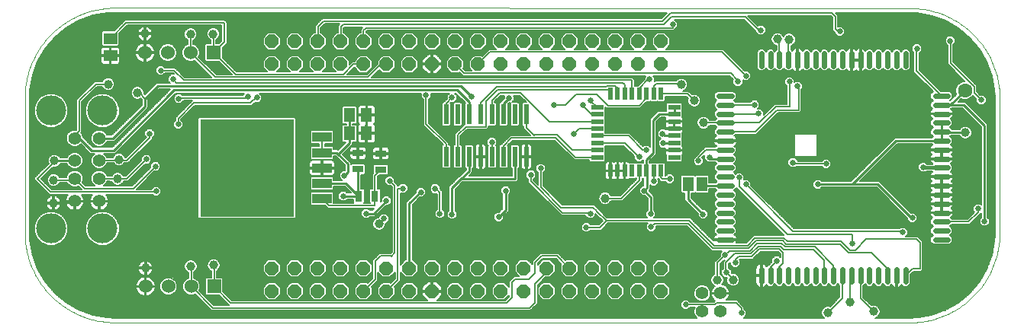
<source format=gbl>
G75*
%MOIN*%
%OFA0B0*%
%FSLAX25Y25*%
%IPPOS*%
%LPD*%
%AMOC8*
5,1,8,0,0,1.08239X$1,22.5*
%
%ADD10C,0.00394*%
%ADD11R,0.05118X0.05906*%
%ADD12R,0.40984X0.42520*%
%ADD13R,0.08500X0.04200*%
%ADD14C,0.02362*%
%ADD15R,0.06024X0.06024*%
%ADD16C,0.06024*%
%ADD17R,0.04724X0.03150*%
%ADD18R,0.03150X0.04724*%
%ADD19R,0.05906X0.05118*%
%ADD20OC8,0.06000*%
%ADD21C,0.05543*%
%ADD22C,0.05600*%
%ADD23C,0.13100*%
%ADD24C,0.03937*%
%ADD25R,0.02000X0.05350*%
%ADD26R,0.05350X0.02000*%
%ADD27R,0.02200X0.08600*%
%ADD28C,0.06299*%
%ADD29R,0.04600X0.06300*%
%ADD30C,0.00600*%
%ADD31C,0.02578*%
%ADD32C,0.01000*%
%ADD33C,0.01500*%
D10*
X0070290Y0021000D02*
X0417385Y0020900D01*
X0418336Y0020911D01*
X0419287Y0020946D01*
X0420237Y0021003D01*
X0421185Y0021084D01*
X0422131Y0021187D01*
X0423074Y0021313D01*
X0424013Y0021462D01*
X0424949Y0021633D01*
X0425880Y0021828D01*
X0426807Y0022044D01*
X0427728Y0022283D01*
X0428643Y0022544D01*
X0429551Y0022827D01*
X0430452Y0023132D01*
X0431346Y0023458D01*
X0432231Y0023807D01*
X0433108Y0024176D01*
X0433976Y0024566D01*
X0434833Y0024978D01*
X0435681Y0025410D01*
X0436518Y0025862D01*
X0437344Y0026334D01*
X0438158Y0026826D01*
X0438960Y0027338D01*
X0439750Y0027869D01*
X0440526Y0028419D01*
X0441289Y0028987D01*
X0442038Y0029574D01*
X0442772Y0030179D01*
X0443492Y0030801D01*
X0444197Y0031441D01*
X0444885Y0032097D01*
X0445558Y0032770D01*
X0446214Y0033458D01*
X0446854Y0034163D01*
X0447476Y0034883D01*
X0448081Y0035617D01*
X0448668Y0036366D01*
X0449236Y0037129D01*
X0449786Y0037905D01*
X0450317Y0038695D01*
X0450829Y0039497D01*
X0451321Y0040311D01*
X0451793Y0041137D01*
X0452245Y0041974D01*
X0452677Y0042822D01*
X0453089Y0043679D01*
X0453479Y0044547D01*
X0453848Y0045424D01*
X0454197Y0046309D01*
X0454523Y0047203D01*
X0454828Y0048104D01*
X0455111Y0049012D01*
X0455372Y0049927D01*
X0455611Y0050848D01*
X0455827Y0051775D01*
X0456022Y0052706D01*
X0456193Y0053642D01*
X0456342Y0054581D01*
X0456468Y0055524D01*
X0456571Y0056470D01*
X0456652Y0057418D01*
X0456709Y0058368D01*
X0456744Y0059319D01*
X0456755Y0060270D01*
X0456755Y0119325D01*
X0456744Y0120276D01*
X0456709Y0121227D01*
X0456652Y0122177D01*
X0456571Y0123125D01*
X0456468Y0124071D01*
X0456342Y0125014D01*
X0456193Y0125953D01*
X0456022Y0126889D01*
X0455827Y0127820D01*
X0455611Y0128747D01*
X0455372Y0129668D01*
X0455111Y0130583D01*
X0454828Y0131491D01*
X0454523Y0132392D01*
X0454197Y0133286D01*
X0453848Y0134171D01*
X0453479Y0135048D01*
X0453089Y0135916D01*
X0452677Y0136773D01*
X0452245Y0137621D01*
X0451793Y0138458D01*
X0451321Y0139284D01*
X0450829Y0140098D01*
X0450317Y0140900D01*
X0449786Y0141690D01*
X0449236Y0142466D01*
X0448668Y0143229D01*
X0448081Y0143978D01*
X0447476Y0144712D01*
X0446854Y0145432D01*
X0446214Y0146137D01*
X0445558Y0146825D01*
X0444885Y0147498D01*
X0444197Y0148154D01*
X0443492Y0148794D01*
X0442772Y0149416D01*
X0442038Y0150021D01*
X0441289Y0150608D01*
X0440526Y0151176D01*
X0439750Y0151726D01*
X0438960Y0152257D01*
X0438158Y0152769D01*
X0437344Y0153261D01*
X0436518Y0153733D01*
X0435681Y0154185D01*
X0434833Y0154617D01*
X0433976Y0155029D01*
X0433108Y0155419D01*
X0432231Y0155788D01*
X0431346Y0156137D01*
X0430452Y0156463D01*
X0429551Y0156768D01*
X0428643Y0157051D01*
X0427728Y0157312D01*
X0426807Y0157551D01*
X0425880Y0157767D01*
X0424949Y0157962D01*
X0424013Y0158133D01*
X0423074Y0158282D01*
X0422131Y0158408D01*
X0421185Y0158511D01*
X0420237Y0158592D01*
X0419287Y0158649D01*
X0418336Y0158684D01*
X0417385Y0158695D01*
X0070290Y0158795D01*
X0069339Y0158784D01*
X0068388Y0158749D01*
X0067438Y0158692D01*
X0066490Y0158611D01*
X0065544Y0158508D01*
X0064601Y0158382D01*
X0063662Y0158233D01*
X0062726Y0158062D01*
X0061795Y0157867D01*
X0060868Y0157651D01*
X0059947Y0157412D01*
X0059032Y0157151D01*
X0058124Y0156868D01*
X0057223Y0156563D01*
X0056329Y0156237D01*
X0055444Y0155888D01*
X0054567Y0155519D01*
X0053699Y0155129D01*
X0052842Y0154717D01*
X0051994Y0154285D01*
X0051157Y0153833D01*
X0050331Y0153361D01*
X0049517Y0152869D01*
X0048715Y0152357D01*
X0047925Y0151826D01*
X0047149Y0151276D01*
X0046386Y0150708D01*
X0045637Y0150121D01*
X0044903Y0149516D01*
X0044183Y0148894D01*
X0043478Y0148254D01*
X0042790Y0147598D01*
X0042117Y0146925D01*
X0041461Y0146237D01*
X0040821Y0145532D01*
X0040199Y0144812D01*
X0039594Y0144078D01*
X0039007Y0143329D01*
X0038439Y0142566D01*
X0037889Y0141790D01*
X0037358Y0141000D01*
X0036846Y0140198D01*
X0036354Y0139384D01*
X0035882Y0138558D01*
X0035430Y0137721D01*
X0034998Y0136873D01*
X0034586Y0136016D01*
X0034196Y0135148D01*
X0033827Y0134271D01*
X0033478Y0133386D01*
X0033152Y0132492D01*
X0032847Y0131591D01*
X0032564Y0130683D01*
X0032303Y0129768D01*
X0032064Y0128847D01*
X0031848Y0127920D01*
X0031653Y0126989D01*
X0031482Y0126053D01*
X0031333Y0125114D01*
X0031207Y0124171D01*
X0031104Y0123225D01*
X0031023Y0122277D01*
X0030966Y0121327D01*
X0030931Y0120376D01*
X0030920Y0119425D01*
X0030920Y0060370D01*
X0030931Y0059419D01*
X0030966Y0058468D01*
X0031023Y0057518D01*
X0031104Y0056570D01*
X0031207Y0055624D01*
X0031333Y0054681D01*
X0031482Y0053742D01*
X0031653Y0052806D01*
X0031848Y0051875D01*
X0032064Y0050948D01*
X0032303Y0050027D01*
X0032564Y0049112D01*
X0032847Y0048204D01*
X0033152Y0047303D01*
X0033478Y0046409D01*
X0033827Y0045524D01*
X0034196Y0044647D01*
X0034586Y0043779D01*
X0034998Y0042922D01*
X0035430Y0042074D01*
X0035882Y0041237D01*
X0036354Y0040411D01*
X0036846Y0039597D01*
X0037358Y0038795D01*
X0037889Y0038005D01*
X0038439Y0037229D01*
X0039007Y0036466D01*
X0039594Y0035717D01*
X0040199Y0034983D01*
X0040821Y0034263D01*
X0041461Y0033558D01*
X0042117Y0032870D01*
X0042790Y0032197D01*
X0043478Y0031541D01*
X0044183Y0030901D01*
X0044903Y0030279D01*
X0045637Y0029674D01*
X0046386Y0029087D01*
X0047149Y0028519D01*
X0047925Y0027969D01*
X0048715Y0027438D01*
X0049517Y0026926D01*
X0050331Y0026434D01*
X0051157Y0025962D01*
X0051994Y0025510D01*
X0052842Y0025078D01*
X0053699Y0024666D01*
X0054567Y0024276D01*
X0055444Y0023907D01*
X0056329Y0023558D01*
X0057223Y0023232D01*
X0058124Y0022927D01*
X0059032Y0022644D01*
X0059947Y0022383D01*
X0060868Y0022144D01*
X0061795Y0021928D01*
X0062726Y0021733D01*
X0063662Y0021562D01*
X0064601Y0021413D01*
X0065544Y0021287D01*
X0066490Y0021184D01*
X0067438Y0021103D01*
X0068388Y0021046D01*
X0069339Y0021011D01*
X0070290Y0021000D01*
X0030920Y0119425D02*
X0030931Y0120376D01*
X0030966Y0121327D01*
X0031023Y0122277D01*
X0031104Y0123225D01*
X0031207Y0124171D01*
X0031333Y0125114D01*
X0031482Y0126053D01*
X0031653Y0126989D01*
X0031848Y0127920D01*
X0032064Y0128847D01*
X0032303Y0129768D01*
X0032564Y0130683D01*
X0032847Y0131591D01*
X0033152Y0132492D01*
X0033478Y0133386D01*
X0033827Y0134271D01*
X0034196Y0135148D01*
X0034586Y0136016D01*
X0034998Y0136873D01*
X0035430Y0137721D01*
X0035882Y0138558D01*
X0036354Y0139384D01*
X0036846Y0140198D01*
X0037358Y0141000D01*
X0037889Y0141790D01*
X0038439Y0142566D01*
X0039007Y0143329D01*
X0039594Y0144078D01*
X0040199Y0144812D01*
X0040821Y0145532D01*
X0041461Y0146237D01*
X0042117Y0146925D01*
X0042790Y0147598D01*
X0043478Y0148254D01*
X0044183Y0148894D01*
X0044903Y0149516D01*
X0045637Y0150121D01*
X0046386Y0150708D01*
X0047149Y0151276D01*
X0047925Y0151826D01*
X0048715Y0152357D01*
X0049517Y0152869D01*
X0050331Y0153361D01*
X0051157Y0153833D01*
X0051994Y0154285D01*
X0052842Y0154717D01*
X0053699Y0155129D01*
X0054567Y0155519D01*
X0055444Y0155888D01*
X0056329Y0156237D01*
X0057223Y0156563D01*
X0058124Y0156868D01*
X0059032Y0157151D01*
X0059947Y0157412D01*
X0060868Y0157651D01*
X0061795Y0157867D01*
X0062726Y0158062D01*
X0063662Y0158233D01*
X0064601Y0158382D01*
X0065544Y0158508D01*
X0066490Y0158611D01*
X0067438Y0158692D01*
X0068388Y0158749D01*
X0069339Y0158784D01*
X0070290Y0158795D01*
D11*
X0172722Y0111906D03*
X0180202Y0111906D03*
X0180180Y0103821D03*
X0172699Y0103821D03*
D12*
X0127928Y0088677D03*
D13*
X0160728Y0088677D03*
X0160728Y0081977D03*
X0160728Y0075277D03*
X0160728Y0095377D03*
X0160728Y0102077D03*
D14*
X0334148Y0100567D02*
X0339660Y0100567D01*
X0339660Y0104504D02*
X0334148Y0104504D01*
X0334148Y0108441D02*
X0339660Y0108441D01*
X0339660Y0112378D02*
X0334148Y0112378D01*
X0334148Y0116315D02*
X0339660Y0116315D01*
X0339660Y0120252D02*
X0334148Y0120252D01*
X0352652Y0133244D02*
X0352652Y0138756D01*
X0356589Y0138756D02*
X0356589Y0133244D01*
X0360526Y0133244D02*
X0360526Y0138756D01*
X0364463Y0138756D02*
X0364463Y0133244D01*
X0368400Y0133244D02*
X0368400Y0138756D01*
X0372337Y0138756D02*
X0372337Y0133244D01*
X0376274Y0133244D02*
X0376274Y0138756D01*
X0380211Y0138756D02*
X0380211Y0133244D01*
X0384148Y0133244D02*
X0384148Y0138756D01*
X0388085Y0138756D02*
X0388085Y0133244D01*
X0392022Y0133244D02*
X0392022Y0138756D01*
X0395959Y0138756D02*
X0395959Y0133244D01*
X0399896Y0133244D02*
X0399896Y0138756D01*
X0403833Y0138756D02*
X0403833Y0133244D01*
X0407770Y0133244D02*
X0407770Y0138756D01*
X0411707Y0138756D02*
X0411707Y0133244D01*
X0415644Y0133244D02*
X0415644Y0138756D01*
X0428636Y0120252D02*
X0434148Y0120252D01*
X0434148Y0116315D02*
X0428636Y0116315D01*
X0428636Y0112378D02*
X0434148Y0112378D01*
X0434148Y0108441D02*
X0428636Y0108441D01*
X0428636Y0104504D02*
X0434148Y0104504D01*
X0434148Y0100567D02*
X0428636Y0100567D01*
X0428636Y0096630D02*
X0434148Y0096630D01*
X0434148Y0092693D02*
X0428636Y0092693D01*
X0428636Y0088756D02*
X0434148Y0088756D01*
X0434148Y0084819D02*
X0428636Y0084819D01*
X0428636Y0080882D02*
X0434148Y0080882D01*
X0434148Y0076945D02*
X0428636Y0076945D01*
X0428636Y0073008D02*
X0434148Y0073008D01*
X0434148Y0069071D02*
X0428636Y0069071D01*
X0428636Y0065134D02*
X0434148Y0065134D01*
X0434148Y0061197D02*
X0428636Y0061197D01*
X0428636Y0057260D02*
X0434148Y0057260D01*
X0415644Y0044268D02*
X0415644Y0038756D01*
X0411707Y0038756D02*
X0411707Y0044268D01*
X0407770Y0044268D02*
X0407770Y0038756D01*
X0403833Y0038756D02*
X0403833Y0044268D01*
X0399896Y0044268D02*
X0399896Y0038756D01*
X0395959Y0038756D02*
X0395959Y0044268D01*
X0392022Y0044268D02*
X0392022Y0038756D01*
X0388085Y0038756D02*
X0388085Y0044268D01*
X0384148Y0044268D02*
X0384148Y0038756D01*
X0380211Y0038756D02*
X0380211Y0044268D01*
X0376274Y0044268D02*
X0376274Y0038756D01*
X0372337Y0038756D02*
X0372337Y0044268D01*
X0368400Y0044268D02*
X0368400Y0038756D01*
X0364463Y0038756D02*
X0364463Y0044268D01*
X0360526Y0044268D02*
X0360526Y0038756D01*
X0356589Y0038756D02*
X0356589Y0044268D01*
X0352652Y0044268D02*
X0352652Y0038756D01*
X0339660Y0057260D02*
X0334148Y0057260D01*
X0334148Y0061197D02*
X0339660Y0061197D01*
X0339660Y0065134D02*
X0334148Y0065134D01*
X0334148Y0069071D02*
X0339660Y0069071D01*
X0339660Y0073008D02*
X0334148Y0073008D01*
X0334148Y0076945D02*
X0339660Y0076945D01*
X0339660Y0080882D02*
X0334148Y0080882D01*
X0334148Y0084819D02*
X0339660Y0084819D01*
X0339660Y0088756D02*
X0334148Y0088756D01*
X0334148Y0092693D02*
X0339660Y0092693D01*
X0339660Y0096630D02*
X0334148Y0096630D01*
D15*
X0113361Y0139189D03*
X0113597Y0036748D03*
D16*
X0103597Y0036748D03*
X0093597Y0036748D03*
X0083597Y0036748D03*
X0083361Y0139189D03*
X0093361Y0139189D03*
X0103361Y0139189D03*
D17*
X0176478Y0095198D03*
X0186441Y0094996D03*
X0186441Y0087909D03*
X0176478Y0088111D03*
D18*
X0176786Y0076385D03*
X0183872Y0076385D03*
D19*
X0068232Y0137865D03*
X0068232Y0145346D03*
D20*
X0138833Y0144110D03*
X0148833Y0144110D03*
X0158833Y0144110D03*
X0168833Y0144110D03*
X0178833Y0144110D03*
X0188833Y0144110D03*
X0198833Y0144110D03*
X0208833Y0144110D03*
X0218833Y0144110D03*
X0228833Y0144110D03*
X0238833Y0144110D03*
X0248833Y0144110D03*
X0258833Y0144110D03*
X0268833Y0144110D03*
X0278833Y0144110D03*
X0288833Y0144110D03*
X0298833Y0144110D03*
X0308833Y0144110D03*
X0308833Y0134110D03*
X0298833Y0134110D03*
X0288833Y0134110D03*
X0278833Y0134110D03*
X0268833Y0134110D03*
X0258833Y0134110D03*
X0248833Y0134110D03*
X0238833Y0134110D03*
X0228833Y0134110D03*
X0218833Y0134110D03*
X0208833Y0134110D03*
X0198833Y0134110D03*
X0188833Y0134110D03*
X0178833Y0134110D03*
X0168833Y0134110D03*
X0158833Y0134110D03*
X0148833Y0134110D03*
X0138833Y0134110D03*
X0138833Y0044701D03*
X0148833Y0044701D03*
X0158833Y0044701D03*
X0168833Y0044701D03*
X0178833Y0044701D03*
X0188833Y0044701D03*
X0198833Y0044701D03*
X0208833Y0044701D03*
X0218833Y0044701D03*
X0228833Y0044701D03*
X0238833Y0044701D03*
X0248833Y0044701D03*
X0258833Y0044701D03*
X0268833Y0044701D03*
X0278833Y0044701D03*
X0288833Y0044701D03*
X0298833Y0044701D03*
X0308833Y0044701D03*
X0308833Y0034701D03*
X0298833Y0034701D03*
X0288833Y0034701D03*
X0278833Y0034701D03*
X0268833Y0034701D03*
X0258833Y0034701D03*
X0248833Y0034701D03*
X0238833Y0034701D03*
X0228833Y0034701D03*
X0218833Y0034701D03*
X0208833Y0034701D03*
X0198833Y0034701D03*
X0188833Y0034701D03*
X0178833Y0034701D03*
X0168833Y0034701D03*
X0158833Y0034701D03*
X0148833Y0034701D03*
X0138833Y0034701D03*
D21*
X0326860Y0033750D03*
X0334734Y0033750D03*
X0334734Y0025876D03*
X0326860Y0025876D03*
D22*
X0063400Y0074109D03*
X0052700Y0074109D03*
X0052700Y0084009D03*
X0063400Y0084009D03*
X0063400Y0091909D03*
X0052700Y0091909D03*
X0052700Y0101709D03*
X0063400Y0101709D03*
D23*
X0064800Y0113809D03*
X0042400Y0113809D03*
X0042400Y0062109D03*
X0064800Y0062109D03*
D24*
X0043420Y0073300D03*
X0043520Y0083400D03*
X0043820Y0091800D03*
X0072020Y0092400D03*
X0071520Y0083900D03*
X0080120Y0121600D03*
X0067320Y0125400D03*
X0103320Y0147300D03*
X0113220Y0147400D03*
X0083420Y0147500D03*
X0284420Y0075400D03*
X0327420Y0108500D03*
X0323320Y0118200D03*
X0317620Y0125200D03*
X0359720Y0145100D03*
X0364820Y0144900D03*
X0441820Y0104200D03*
X0340320Y0039700D03*
X0333420Y0039700D03*
X0381720Y0025300D03*
X0391520Y0030000D03*
X0401774Y0025780D03*
X0185620Y0064200D03*
X0113420Y0046100D03*
X0103420Y0045600D03*
X0083620Y0044800D03*
D25*
X0286726Y0087501D03*
X0289876Y0087501D03*
X0293025Y0087501D03*
X0296175Y0087501D03*
X0299324Y0087501D03*
X0302474Y0087501D03*
X0305624Y0087501D03*
X0308773Y0087501D03*
X0308773Y0121151D03*
X0305624Y0121151D03*
X0302474Y0121151D03*
X0299324Y0121151D03*
X0296175Y0121151D03*
X0293025Y0121151D03*
X0289876Y0121151D03*
X0286726Y0121151D03*
D26*
X0280925Y0115350D03*
X0280925Y0112200D03*
X0280925Y0109050D03*
X0280925Y0105901D03*
X0280925Y0102751D03*
X0280925Y0099602D03*
X0280925Y0096452D03*
X0280925Y0093302D03*
X0314575Y0093302D03*
X0314575Y0096452D03*
X0314575Y0099602D03*
X0314575Y0102751D03*
X0314575Y0105901D03*
X0314575Y0109050D03*
X0314575Y0112200D03*
X0314575Y0115350D03*
D27*
X0249997Y0112230D03*
X0244997Y0112230D03*
X0239997Y0112230D03*
X0234997Y0112230D03*
X0229997Y0112230D03*
X0224997Y0112230D03*
X0219997Y0112230D03*
X0214997Y0112230D03*
X0214997Y0093630D03*
X0219997Y0093630D03*
X0224997Y0093630D03*
X0229997Y0093630D03*
X0234997Y0093630D03*
X0239997Y0093630D03*
X0244997Y0093630D03*
X0249997Y0093630D03*
D28*
X0441569Y0122638D03*
D29*
X0326620Y0081600D03*
X0320620Y0081600D03*
D30*
X0067039Y0023214D02*
X0060636Y0024343D01*
X0054527Y0026566D01*
X0048896Y0029817D01*
X0043916Y0033996D01*
X0039737Y0038977D01*
X0036486Y0044607D01*
X0034262Y0050717D01*
X0033133Y0057119D01*
X0032991Y0060370D01*
X0032991Y0119425D01*
X0033133Y0122676D01*
X0034262Y0129079D01*
X0036486Y0135188D01*
X0039737Y0140819D01*
X0043916Y0145799D01*
X0048896Y0149978D01*
X0054527Y0153229D01*
X0060636Y0155453D01*
X0067039Y0156582D01*
X0070290Y0156724D01*
X0311377Y0156654D01*
X0308923Y0154200D01*
X0160923Y0154200D01*
X0160220Y0153497D01*
X0157720Y0150997D01*
X0157720Y0148010D01*
X0157218Y0148010D01*
X0154933Y0145726D01*
X0154933Y0142495D01*
X0157218Y0140210D01*
X0160448Y0140210D01*
X0162733Y0142495D01*
X0162733Y0145726D01*
X0160448Y0148010D01*
X0160120Y0148010D01*
X0160120Y0150003D01*
X0161917Y0151800D01*
X0168523Y0151800D01*
X0167720Y0150997D01*
X0167720Y0148010D01*
X0167218Y0148010D01*
X0164933Y0145726D01*
X0164933Y0142495D01*
X0167218Y0140210D01*
X0170448Y0140210D01*
X0172733Y0142495D01*
X0172733Y0145726D01*
X0170448Y0148010D01*
X0170120Y0148010D01*
X0170120Y0150003D01*
X0170417Y0150300D01*
X0178523Y0150300D01*
X0177633Y0149410D01*
X0177633Y0148010D01*
X0177218Y0148010D01*
X0174933Y0145726D01*
X0174933Y0142495D01*
X0177218Y0140210D01*
X0180448Y0140210D01*
X0182733Y0142495D01*
X0182733Y0145726D01*
X0180448Y0148010D01*
X0180033Y0148010D01*
X0180033Y0148416D01*
X0180417Y0148800D01*
X0314417Y0148800D01*
X0315120Y0149503D01*
X0315120Y0149604D01*
X0316109Y0150593D01*
X0316109Y0152407D01*
X0314882Y0153633D01*
X0345089Y0153633D01*
X0350231Y0148492D01*
X0350231Y0148093D01*
X0351513Y0146811D01*
X0353326Y0146811D01*
X0354609Y0148093D01*
X0354609Y0149907D01*
X0353326Y0151189D01*
X0351513Y0151189D01*
X0351220Y0150896D01*
X0346817Y0155300D01*
X0382923Y0155300D01*
X0383720Y0154503D01*
X0383720Y0149003D01*
X0384720Y0148003D01*
X0384731Y0147992D01*
X0384731Y0147593D01*
X0386013Y0146311D01*
X0387826Y0146311D01*
X0389109Y0147593D01*
X0389109Y0149407D01*
X0387826Y0150689D01*
X0386120Y0150689D01*
X0386120Y0155497D01*
X0385417Y0156200D01*
X0384984Y0156633D01*
X0416527Y0156624D01*
X0416527Y0156624D01*
X0417385Y0156624D01*
X0420636Y0156482D01*
X0427039Y0155353D01*
X0427039Y0155353D01*
X0433148Y0153129D01*
X0438779Y0149878D01*
X0443759Y0145699D01*
X0447938Y0140719D01*
X0451189Y0135088D01*
X0453413Y0128979D01*
X0454542Y0122576D01*
X0454683Y0119325D01*
X0454683Y0060270D01*
X0454542Y0057019D01*
X0453413Y0050617D01*
X0451189Y0044507D01*
X0447938Y0038877D01*
X0443759Y0033896D01*
X0438779Y0029717D01*
X0433148Y0026466D01*
X0427039Y0024243D01*
X0420636Y0023114D01*
X0417385Y0022972D01*
X0402501Y0022976D01*
X0403399Y0023348D01*
X0404206Y0024155D01*
X0404643Y0025209D01*
X0404643Y0026350D01*
X0404206Y0027404D01*
X0403399Y0028211D01*
X0402345Y0028648D01*
X0401203Y0028648D01*
X0400779Y0028472D01*
X0397220Y0032031D01*
X0397220Y0037073D01*
X0397928Y0037781D01*
X0399034Y0036675D01*
X0400758Y0036675D01*
X0401865Y0037781D01*
X0402971Y0036675D01*
X0404695Y0036675D01*
X0405802Y0037781D01*
X0406908Y0036675D01*
X0408632Y0036675D01*
X0409520Y0037563D01*
X0409780Y0037174D01*
X0410125Y0036829D01*
X0410532Y0036557D01*
X0410983Y0036370D01*
X0411417Y0036284D01*
X0411417Y0041221D01*
X0411998Y0041221D01*
X0411998Y0036284D01*
X0412431Y0036370D01*
X0412882Y0036557D01*
X0413289Y0036829D01*
X0413634Y0037174D01*
X0413894Y0037563D01*
X0414782Y0036675D01*
X0416506Y0036675D01*
X0417725Y0037894D01*
X0417725Y0041896D01*
X0419129Y0043300D01*
X0422417Y0043300D01*
X0423120Y0044003D01*
X0423120Y0056497D01*
X0421620Y0057997D01*
X0420917Y0058700D01*
X0415715Y0058700D01*
X0416609Y0059593D01*
X0416609Y0061407D01*
X0415326Y0062689D01*
X0413513Y0062689D01*
X0413024Y0062200D01*
X0366917Y0062200D01*
X0348109Y0081008D01*
X0348109Y0082407D01*
X0346826Y0083689D01*
X0345109Y0083689D01*
X0345109Y0085407D01*
X0343826Y0086689D01*
X0342013Y0086689D01*
X0341373Y0086049D01*
X0340634Y0086787D01*
X0341741Y0087894D01*
X0341741Y0089618D01*
X0340634Y0090724D01*
X0341741Y0091831D01*
X0341741Y0093555D01*
X0340634Y0094661D01*
X0341741Y0095768D01*
X0341741Y0097492D01*
X0340853Y0098380D01*
X0341241Y0098640D01*
X0341587Y0098985D01*
X0341859Y0099392D01*
X0342046Y0099843D01*
X0342132Y0100276D01*
X0337195Y0100276D01*
X0337195Y0100857D01*
X0342132Y0100857D01*
X0342046Y0101291D01*
X0341859Y0101742D01*
X0341587Y0102149D01*
X0341241Y0102494D01*
X0340853Y0102754D01*
X0341403Y0103304D01*
X0350421Y0103304D01*
X0351124Y0104007D01*
X0359917Y0112800D01*
X0369417Y0112800D01*
X0370120Y0113503D01*
X0370120Y0123104D01*
X0370609Y0123593D01*
X0370609Y0125407D01*
X0369326Y0126689D01*
X0367513Y0126689D01*
X0367109Y0126285D01*
X0367109Y0127407D01*
X0365826Y0128689D01*
X0364013Y0128689D01*
X0362731Y0127407D01*
X0362731Y0125593D01*
X0363720Y0124604D01*
X0363720Y0116700D01*
X0358423Y0116700D01*
X0353609Y0111886D01*
X0353609Y0113407D01*
X0352326Y0114689D01*
X0351204Y0114689D01*
X0351859Y0115343D01*
X0351859Y0117157D01*
X0350576Y0118439D01*
X0348763Y0118439D01*
X0347839Y0117515D01*
X0341403Y0117515D01*
X0340634Y0118283D01*
X0341741Y0119390D01*
X0341741Y0121114D01*
X0340522Y0122333D01*
X0333286Y0122333D01*
X0332067Y0121114D01*
X0332067Y0119390D01*
X0333173Y0118283D01*
X0332067Y0117177D01*
X0332067Y0115453D01*
X0333173Y0114346D01*
X0332067Y0113240D01*
X0332067Y0111516D01*
X0333173Y0110409D01*
X0332405Y0109641D01*
X0330052Y0109641D01*
X0329851Y0110125D01*
X0329045Y0110932D01*
X0327990Y0111368D01*
X0326849Y0111368D01*
X0325795Y0110932D01*
X0324988Y0110125D01*
X0324551Y0109071D01*
X0324551Y0107929D01*
X0324988Y0106875D01*
X0325795Y0106068D01*
X0326849Y0105631D01*
X0327990Y0105631D01*
X0329045Y0106068D01*
X0329851Y0106875D01*
X0330003Y0107241D01*
X0332405Y0107241D01*
X0333173Y0106472D01*
X0332067Y0105366D01*
X0332067Y0103642D01*
X0332955Y0102754D01*
X0332566Y0102494D01*
X0332221Y0102149D01*
X0331949Y0101742D01*
X0331762Y0101291D01*
X0331676Y0100857D01*
X0336613Y0100857D01*
X0336613Y0100276D01*
X0331676Y0100276D01*
X0331762Y0099843D01*
X0331949Y0099392D01*
X0332221Y0098985D01*
X0332566Y0098640D01*
X0332955Y0098380D01*
X0332405Y0097830D01*
X0328053Y0097830D01*
X0327350Y0097127D01*
X0323920Y0093697D01*
X0323920Y0093696D01*
X0322931Y0092707D01*
X0322931Y0090893D01*
X0324213Y0089611D01*
X0326026Y0089611D01*
X0327309Y0090893D01*
X0327309Y0092707D01*
X0326816Y0093199D01*
X0327844Y0094227D01*
X0327844Y0092480D01*
X0329126Y0091198D01*
X0330939Y0091198D01*
X0331034Y0091293D01*
X0332605Y0091293D01*
X0333173Y0090724D01*
X0332067Y0089618D01*
X0332067Y0087894D01*
X0333173Y0086787D01*
X0332067Y0085681D01*
X0332067Y0083957D01*
X0333173Y0082850D01*
X0332623Y0082300D01*
X0329820Y0082300D01*
X0329820Y0085123D01*
X0329292Y0085650D01*
X0323947Y0085650D01*
X0323620Y0085323D01*
X0323292Y0085650D01*
X0317947Y0085650D01*
X0317420Y0085123D01*
X0317420Y0078077D01*
X0317947Y0077550D01*
X0319220Y0077550D01*
X0319220Y0074420D01*
X0320040Y0073600D01*
X0325031Y0068609D01*
X0325031Y0067493D01*
X0326313Y0066211D01*
X0328126Y0066211D01*
X0329409Y0067493D01*
X0329409Y0069307D01*
X0328126Y0070589D01*
X0327011Y0070589D01*
X0322020Y0075580D01*
X0322020Y0077550D01*
X0323292Y0077550D01*
X0323620Y0077877D01*
X0323947Y0077550D01*
X0329292Y0077550D01*
X0329820Y0078077D01*
X0329820Y0079500D01*
X0332587Y0079500D01*
X0333173Y0078913D01*
X0332067Y0077807D01*
X0332067Y0076083D01*
X0333173Y0074976D01*
X0332067Y0073870D01*
X0332067Y0072146D01*
X0333173Y0071039D01*
X0332067Y0069933D01*
X0332067Y0068209D01*
X0333173Y0067102D01*
X0332067Y0065996D01*
X0332067Y0064272D01*
X0333173Y0063165D01*
X0332067Y0062059D01*
X0332067Y0060335D01*
X0332955Y0059447D01*
X0332566Y0059187D01*
X0332221Y0058841D01*
X0331949Y0058435D01*
X0331762Y0057984D01*
X0331676Y0057550D01*
X0336613Y0057550D01*
X0336613Y0056969D01*
X0331676Y0056969D01*
X0331717Y0056764D01*
X0322284Y0066197D01*
X0321581Y0066900D01*
X0305826Y0066900D01*
X0306509Y0067582D01*
X0306509Y0069396D01*
X0305720Y0070185D01*
X0305720Y0076469D01*
X0304900Y0077289D01*
X0303709Y0078480D01*
X0303709Y0079098D01*
X0304020Y0079409D01*
X0304020Y0081271D01*
X0304702Y0080589D01*
X0306515Y0080589D01*
X0307798Y0081871D01*
X0307798Y0083685D01*
X0307556Y0083926D01*
X0307597Y0083926D01*
X0308823Y0082700D01*
X0310724Y0082700D01*
X0311713Y0081711D01*
X0313526Y0081711D01*
X0314809Y0082993D01*
X0314809Y0084807D01*
X0313526Y0086089D01*
X0311713Y0086089D01*
X0310724Y0085100D01*
X0310673Y0085100D01*
X0310673Y0090549D01*
X0310146Y0091076D01*
X0307400Y0091076D01*
X0307198Y0090874D01*
X0306996Y0091076D01*
X0304251Y0091076D01*
X0304049Y0090874D01*
X0303874Y0091049D01*
X0303874Y0091747D01*
X0305989Y0093862D01*
X0306809Y0094682D01*
X0306809Y0109009D01*
X0308600Y0110800D01*
X0310831Y0110800D01*
X0310688Y0110552D01*
X0310600Y0110222D01*
X0310600Y0109250D01*
X0314375Y0109250D01*
X0314375Y0108850D01*
X0314775Y0108850D01*
X0314775Y0109250D01*
X0318550Y0109250D01*
X0318550Y0110222D01*
X0318461Y0110552D01*
X0318290Y0110849D01*
X0318150Y0110989D01*
X0318150Y0113573D01*
X0317948Y0113775D01*
X0318150Y0113977D01*
X0318150Y0116722D01*
X0317622Y0117250D01*
X0311527Y0117250D01*
X0311000Y0116722D01*
X0311000Y0113977D01*
X0311202Y0113775D01*
X0311027Y0113600D01*
X0307440Y0113600D01*
X0304009Y0110169D01*
X0304009Y0098007D01*
X0303326Y0098689D01*
X0301513Y0098689D01*
X0300920Y0098096D01*
X0295066Y0103951D01*
X0284500Y0103951D01*
X0284500Y0104124D01*
X0284298Y0104326D01*
X0284500Y0104528D01*
X0284500Y0107274D01*
X0284298Y0107476D01*
X0284500Y0107678D01*
X0284500Y0110423D01*
X0284298Y0110625D01*
X0284500Y0110827D01*
X0284500Y0113573D01*
X0284298Y0113775D01*
X0284500Y0113977D01*
X0284500Y0115377D01*
X0285100Y0114776D01*
X0299753Y0114776D01*
X0302553Y0117576D01*
X0303847Y0117576D01*
X0304049Y0117778D01*
X0304251Y0117576D01*
X0306996Y0117576D01*
X0307198Y0117778D01*
X0307400Y0117576D01*
X0310146Y0117576D01*
X0310673Y0118103D01*
X0310673Y0119951D01*
X0319872Y0119951D01*
X0320627Y0119195D01*
X0320451Y0118771D01*
X0320451Y0117629D01*
X0320888Y0116575D01*
X0321695Y0115768D01*
X0322749Y0115331D01*
X0323890Y0115331D01*
X0324945Y0115768D01*
X0325751Y0116575D01*
X0326188Y0117629D01*
X0326188Y0118771D01*
X0325751Y0119825D01*
X0324945Y0120632D01*
X0323890Y0121068D01*
X0322749Y0121068D01*
X0322324Y0120892D01*
X0320866Y0122351D01*
X0318237Y0122351D01*
X0319245Y0122768D01*
X0320051Y0123575D01*
X0320488Y0124629D01*
X0320488Y0125771D01*
X0320051Y0126825D01*
X0319245Y0127632D01*
X0318190Y0128068D01*
X0317049Y0128068D01*
X0315995Y0127632D01*
X0315188Y0126825D01*
X0315178Y0126800D01*
X0306123Y0126800D01*
X0306009Y0126686D01*
X0306009Y0128407D01*
X0305515Y0128900D01*
X0338823Y0128900D01*
X0340273Y0127449D01*
X0340231Y0127407D01*
X0340231Y0125593D01*
X0341513Y0124311D01*
X0343326Y0124311D01*
X0344609Y0125593D01*
X0344609Y0127215D01*
X0345013Y0126811D01*
X0346826Y0126811D01*
X0348109Y0128093D01*
X0348109Y0129907D01*
X0346826Y0131189D01*
X0345428Y0131189D01*
X0335917Y0140700D01*
X0310938Y0140700D01*
X0312733Y0142495D01*
X0312733Y0145726D01*
X0310448Y0148010D01*
X0307218Y0148010D01*
X0304933Y0145726D01*
X0304933Y0142495D01*
X0306728Y0140700D01*
X0300938Y0140700D01*
X0302733Y0142495D01*
X0302733Y0145726D01*
X0300448Y0148010D01*
X0297218Y0148010D01*
X0294933Y0145726D01*
X0294933Y0142495D01*
X0296728Y0140700D01*
X0290938Y0140700D01*
X0292733Y0142495D01*
X0292733Y0145726D01*
X0290448Y0148010D01*
X0287218Y0148010D01*
X0284933Y0145726D01*
X0284933Y0142495D01*
X0286728Y0140700D01*
X0280938Y0140700D01*
X0282733Y0142495D01*
X0282733Y0145726D01*
X0280448Y0148010D01*
X0277218Y0148010D01*
X0274933Y0145726D01*
X0274933Y0142495D01*
X0276728Y0140700D01*
X0270938Y0140700D01*
X0272733Y0142495D01*
X0272733Y0145726D01*
X0270448Y0148010D01*
X0267218Y0148010D01*
X0264933Y0145726D01*
X0264933Y0142495D01*
X0266728Y0140700D01*
X0260938Y0140700D01*
X0262733Y0142495D01*
X0262733Y0145726D01*
X0260448Y0148010D01*
X0257218Y0148010D01*
X0254933Y0145726D01*
X0254933Y0142495D01*
X0256728Y0140700D01*
X0250938Y0140700D01*
X0252733Y0142495D01*
X0252733Y0145726D01*
X0250448Y0148010D01*
X0247218Y0148010D01*
X0244933Y0145726D01*
X0244933Y0142495D01*
X0246728Y0140700D01*
X0240938Y0140700D01*
X0242733Y0142495D01*
X0242733Y0145726D01*
X0240448Y0148010D01*
X0237218Y0148010D01*
X0234933Y0145726D01*
X0234933Y0142495D01*
X0236728Y0140700D01*
X0233726Y0140700D01*
X0233023Y0139997D01*
X0230742Y0137716D01*
X0230448Y0138010D01*
X0227218Y0138010D01*
X0224933Y0135726D01*
X0224933Y0132495D01*
X0226128Y0131300D01*
X0223340Y0131300D01*
X0222439Y0132201D01*
X0222733Y0132495D01*
X0222733Y0135726D01*
X0220448Y0138010D01*
X0217218Y0138010D01*
X0214933Y0135726D01*
X0214933Y0132495D01*
X0217218Y0130210D01*
X0220448Y0130210D01*
X0220742Y0130504D01*
X0221643Y0129603D01*
X0222346Y0128900D01*
X0302124Y0128900D01*
X0301631Y0128407D01*
X0301631Y0127608D01*
X0298749Y0124726D01*
X0297952Y0124726D01*
X0297750Y0124524D01*
X0297548Y0124726D01*
X0297375Y0124726D01*
X0297375Y0127442D01*
X0297120Y0127697D01*
X0296417Y0128400D01*
X0182517Y0128400D01*
X0185772Y0131656D01*
X0187218Y0130210D01*
X0190448Y0130210D01*
X0192733Y0132495D01*
X0192733Y0135726D01*
X0190448Y0138010D01*
X0187218Y0138010D01*
X0184933Y0135726D01*
X0184933Y0134210D01*
X0180333Y0129610D01*
X0171704Y0129610D01*
X0174933Y0132839D01*
X0174933Y0132495D01*
X0177218Y0130210D01*
X0180448Y0130210D01*
X0182733Y0132495D01*
X0182733Y0135726D01*
X0180448Y0138010D01*
X0177218Y0138010D01*
X0174933Y0135726D01*
X0174933Y0135310D01*
X0174010Y0135310D01*
X0172733Y0134033D01*
X0172733Y0135726D01*
X0170448Y0138010D01*
X0167218Y0138010D01*
X0164933Y0135726D01*
X0164933Y0132495D01*
X0166618Y0130810D01*
X0161048Y0130810D01*
X0162733Y0132495D01*
X0162733Y0135726D01*
X0160448Y0138010D01*
X0157218Y0138010D01*
X0154933Y0135726D01*
X0154933Y0132495D01*
X0156618Y0130810D01*
X0151048Y0130810D01*
X0152733Y0132495D01*
X0152733Y0135726D01*
X0150448Y0138010D01*
X0147218Y0138010D01*
X0144933Y0135726D01*
X0144933Y0132495D01*
X0146618Y0130810D01*
X0141048Y0130810D01*
X0142733Y0132495D01*
X0142733Y0135726D01*
X0140448Y0138010D01*
X0137218Y0138010D01*
X0134933Y0135726D01*
X0134933Y0132495D01*
X0136618Y0130810D01*
X0123436Y0130810D01*
X0117272Y0136974D01*
X0117272Y0141404D01*
X0119261Y0143392D01*
X0119261Y0152556D01*
X0118317Y0153500D01*
X0074690Y0153500D01*
X0073987Y0152797D01*
X0069994Y0148805D01*
X0064907Y0148805D01*
X0064380Y0148278D01*
X0064380Y0142414D01*
X0064907Y0141887D01*
X0071558Y0141887D01*
X0072085Y0142414D01*
X0072085Y0147501D01*
X0075684Y0151100D01*
X0116861Y0151100D01*
X0116861Y0144386D01*
X0115575Y0143101D01*
X0114561Y0143101D01*
X0114561Y0144851D01*
X0114845Y0144968D01*
X0115651Y0145775D01*
X0116088Y0146829D01*
X0116088Y0147971D01*
X0115651Y0149025D01*
X0114845Y0149832D01*
X0113790Y0150268D01*
X0112649Y0150268D01*
X0111595Y0149832D01*
X0110788Y0149025D01*
X0110351Y0147971D01*
X0110351Y0146829D01*
X0110788Y0145775D01*
X0111595Y0144968D01*
X0112161Y0144734D01*
X0112161Y0143101D01*
X0109976Y0143101D01*
X0109449Y0142574D01*
X0109449Y0135804D01*
X0109976Y0135277D01*
X0115575Y0135277D01*
X0121242Y0129610D01*
X0114636Y0129610D01*
X0106852Y0137395D01*
X0107272Y0138411D01*
X0107272Y0139967D01*
X0106677Y0141405D01*
X0105576Y0142505D01*
X0104561Y0142926D01*
X0104561Y0144709D01*
X0104945Y0144868D01*
X0105751Y0145675D01*
X0106188Y0146729D01*
X0106188Y0147871D01*
X0105751Y0148925D01*
X0104945Y0149732D01*
X0103890Y0150168D01*
X0102749Y0150168D01*
X0101695Y0149732D01*
X0100888Y0148925D01*
X0100451Y0147871D01*
X0100451Y0146729D01*
X0100888Y0145675D01*
X0101695Y0144868D01*
X0102161Y0144675D01*
X0102161Y0142926D01*
X0101145Y0142505D01*
X0100044Y0141405D01*
X0099449Y0139967D01*
X0099449Y0138411D01*
X0100044Y0136973D01*
X0101145Y0135873D01*
X0102583Y0135277D01*
X0104139Y0135277D01*
X0105155Y0135698D01*
X0112453Y0128400D01*
X0100817Y0128400D01*
X0096617Y0132600D01*
X0092215Y0132600D01*
X0091226Y0133589D01*
X0089413Y0133589D01*
X0088131Y0132307D01*
X0088131Y0130493D01*
X0089413Y0129211D01*
X0091226Y0129211D01*
X0092215Y0130200D01*
X0095623Y0130200D01*
X0096034Y0129789D01*
X0094735Y0129789D01*
X0093453Y0128507D01*
X0093453Y0126693D01*
X0094246Y0125900D01*
X0088389Y0125900D01*
X0083353Y0120864D01*
X0082988Y0121229D01*
X0082988Y0122171D01*
X0082551Y0123225D01*
X0081745Y0124032D01*
X0080690Y0124468D01*
X0079549Y0124468D01*
X0078495Y0124032D01*
X0077688Y0123225D01*
X0077251Y0122171D01*
X0077251Y0121029D01*
X0077688Y0119975D01*
X0078495Y0119168D01*
X0079549Y0118731D01*
X0080690Y0118731D01*
X0081681Y0119142D01*
X0082094Y0118728D01*
X0082094Y0116305D01*
X0068897Y0103109D01*
X0066825Y0103109D01*
X0066537Y0103805D01*
X0065496Y0104845D01*
X0064136Y0105409D01*
X0062664Y0105409D01*
X0061304Y0104845D01*
X0060263Y0103805D01*
X0059700Y0102445D01*
X0059700Y0100973D01*
X0060263Y0099613D01*
X0061304Y0098572D01*
X0062664Y0098009D01*
X0064136Y0098009D01*
X0065496Y0098572D01*
X0066537Y0099613D01*
X0066825Y0100309D01*
X0070057Y0100309D01*
X0084074Y0114326D01*
X0084894Y0115146D01*
X0084894Y0118446D01*
X0089549Y0123100D01*
X0094485Y0123100D01*
X0069194Y0097809D01*
X0060706Y0097809D01*
X0056400Y0102115D01*
X0056400Y0102445D01*
X0055837Y0103805D01*
X0055529Y0104112D01*
X0055820Y0104403D01*
X0055820Y0117603D01*
X0062417Y0124200D01*
X0064712Y0124200D01*
X0064888Y0123775D01*
X0065695Y0122968D01*
X0066749Y0122531D01*
X0067890Y0122531D01*
X0068945Y0122968D01*
X0069751Y0123775D01*
X0070188Y0124829D01*
X0070188Y0125971D01*
X0069751Y0127025D01*
X0068945Y0127832D01*
X0067890Y0128268D01*
X0066749Y0128268D01*
X0065695Y0127832D01*
X0064888Y0127025D01*
X0064712Y0126600D01*
X0061423Y0126600D01*
X0053420Y0118597D01*
X0053420Y0105409D01*
X0051964Y0105409D01*
X0050604Y0104845D01*
X0049563Y0103805D01*
X0049000Y0102445D01*
X0049000Y0100973D01*
X0049563Y0099613D01*
X0050604Y0098572D01*
X0051964Y0098009D01*
X0053436Y0098009D01*
X0054796Y0098572D01*
X0055389Y0099165D01*
X0059546Y0095009D01*
X0061267Y0095009D01*
X0060263Y0094005D01*
X0059700Y0092645D01*
X0059700Y0091173D01*
X0060263Y0089813D01*
X0061304Y0088772D01*
X0062664Y0088209D01*
X0064136Y0088209D01*
X0065496Y0088772D01*
X0066537Y0089813D01*
X0066949Y0090809D01*
X0069574Y0090809D01*
X0069588Y0090775D01*
X0070395Y0089968D01*
X0071449Y0089531D01*
X0072590Y0089531D01*
X0073645Y0089968D01*
X0074451Y0090775D01*
X0074465Y0090809D01*
X0076025Y0090809D01*
X0076728Y0091512D01*
X0086620Y0101403D01*
X0086620Y0101804D01*
X0087609Y0102793D01*
X0087609Y0104607D01*
X0086326Y0105889D01*
X0084513Y0105889D01*
X0083231Y0104607D01*
X0083231Y0102793D01*
X0083923Y0102101D01*
X0075031Y0093209D01*
X0074790Y0093209D01*
X0074451Y0094025D01*
X0073645Y0094832D01*
X0072590Y0095268D01*
X0071449Y0095268D01*
X0070395Y0094832D01*
X0069588Y0094025D01*
X0069250Y0093209D01*
X0066866Y0093209D01*
X0066537Y0094005D01*
X0065533Y0095009D01*
X0070354Y0095009D01*
X0096745Y0121400D01*
X0126824Y0121400D01*
X0126201Y0120777D01*
X0126201Y0120600D01*
X0099615Y0120600D01*
X0099026Y0121189D01*
X0097213Y0121189D01*
X0095931Y0119907D01*
X0095931Y0118093D01*
X0097213Y0116811D01*
X0099026Y0116811D01*
X0100309Y0118093D01*
X0100309Y0118200D01*
X0104123Y0118200D01*
X0097423Y0111500D01*
X0096720Y0110797D01*
X0096720Y0109696D01*
X0095731Y0108707D01*
X0095731Y0106893D01*
X0097013Y0105611D01*
X0098826Y0105611D01*
X0100109Y0106893D01*
X0100109Y0108707D01*
X0099120Y0109696D01*
X0099120Y0109803D01*
X0105198Y0115882D01*
X0130043Y0115882D01*
X0130746Y0116585D01*
X0131461Y0117300D01*
X0131462Y0117300D01*
X0133275Y0117300D01*
X0134557Y0118582D01*
X0134557Y0120396D01*
X0133553Y0121400D01*
X0204113Y0121400D01*
X0204031Y0121318D01*
X0204031Y0119504D01*
X0205020Y0118515D01*
X0205020Y0107403D01*
X0205723Y0106700D01*
X0213593Y0098830D01*
X0213524Y0098830D01*
X0212997Y0098303D01*
X0212997Y0088957D01*
X0213524Y0088430D01*
X0216470Y0088430D01*
X0216997Y0088957D01*
X0216997Y0098303D01*
X0216470Y0098830D01*
X0216220Y0098830D01*
X0216220Y0099597D01*
X0215517Y0100300D01*
X0207420Y0108397D01*
X0207420Y0118515D01*
X0208409Y0119504D01*
X0208409Y0121318D01*
X0208326Y0121400D01*
X0216261Y0121400D01*
X0215330Y0120469D01*
X0215330Y0119007D01*
X0213797Y0117474D01*
X0213797Y0117430D01*
X0213524Y0117430D01*
X0212997Y0116903D01*
X0212997Y0107557D01*
X0213524Y0107030D01*
X0216470Y0107030D01*
X0216997Y0107557D01*
X0216997Y0116903D01*
X0216808Y0117091D01*
X0217090Y0117373D01*
X0218426Y0117373D01*
X0219708Y0118655D01*
X0219708Y0120469D01*
X0218777Y0121400D01*
X0219055Y0121400D01*
X0223275Y0117180D01*
X0222997Y0116903D01*
X0222997Y0107797D01*
X0219500Y0104300D01*
X0218797Y0103597D01*
X0218797Y0098830D01*
X0218524Y0098830D01*
X0217997Y0098303D01*
X0217997Y0088957D01*
X0218524Y0088430D01*
X0221470Y0088430D01*
X0221997Y0088957D01*
X0221997Y0098303D01*
X0221470Y0098830D01*
X0221197Y0098830D01*
X0221197Y0102603D01*
X0224094Y0105500D01*
X0232817Y0105500D01*
X0233520Y0106203D01*
X0233520Y0107034D01*
X0233524Y0107030D01*
X0236470Y0107030D01*
X0236997Y0107557D01*
X0236997Y0116903D01*
X0236470Y0117430D01*
X0236197Y0117430D01*
X0236197Y0117780D01*
X0238817Y0120400D01*
X0240524Y0120400D01*
X0240331Y0120207D01*
X0240331Y0119091D01*
X0239417Y0118177D01*
X0238670Y0117430D01*
X0238524Y0117430D01*
X0237997Y0116903D01*
X0237997Y0107557D01*
X0238524Y0107030D01*
X0241470Y0107030D01*
X0241997Y0107557D01*
X0241997Y0116797D01*
X0242311Y0117111D01*
X0243205Y0117111D01*
X0242997Y0116903D01*
X0242997Y0107557D01*
X0243524Y0107030D01*
X0246470Y0107030D01*
X0246997Y0107557D01*
X0246997Y0116903D01*
X0246470Y0117430D01*
X0243745Y0117430D01*
X0244709Y0118393D01*
X0244709Y0120207D01*
X0244515Y0120400D01*
X0247061Y0120400D01*
X0250031Y0117430D01*
X0248524Y0117430D01*
X0247997Y0116903D01*
X0247997Y0107557D01*
X0248524Y0107030D01*
X0248797Y0107030D01*
X0248797Y0105826D01*
X0249500Y0105123D01*
X0251623Y0103000D01*
X0243023Y0103000D01*
X0238853Y0098830D01*
X0238524Y0098830D01*
X0237997Y0098303D01*
X0237997Y0088957D01*
X0238524Y0088430D01*
X0241470Y0088430D01*
X0241997Y0088957D01*
X0241997Y0098303D01*
X0241858Y0098441D01*
X0244017Y0100600D01*
X0254314Y0100600D01*
X0254414Y0100700D01*
X0262326Y0100700D01*
X0270923Y0092102D01*
X0277350Y0092102D01*
X0277350Y0091930D01*
X0277877Y0091402D01*
X0283972Y0091402D01*
X0284500Y0091930D01*
X0284500Y0094675D01*
X0284298Y0094877D01*
X0284500Y0095079D01*
X0284500Y0097825D01*
X0284298Y0098027D01*
X0284500Y0098229D01*
X0284500Y0098300D01*
X0292523Y0098300D01*
X0297044Y0093778D01*
X0297044Y0092680D01*
X0298327Y0091397D01*
X0300140Y0091397D01*
X0301074Y0092332D01*
X0301074Y0091049D01*
X0300899Y0090874D01*
X0300697Y0091076D01*
X0297952Y0091076D01*
X0297750Y0090874D01*
X0297548Y0091076D01*
X0294964Y0091076D01*
X0294823Y0091216D01*
X0294527Y0091387D01*
X0294196Y0091476D01*
X0293225Y0091476D01*
X0293225Y0087701D01*
X0292825Y0087701D01*
X0292825Y0087301D01*
X0290076Y0087301D01*
X0290076Y0087701D01*
X0292176Y0087701D01*
X0292825Y0087701D01*
X0292825Y0091476D01*
X0291854Y0091476D01*
X0291523Y0091387D01*
X0291450Y0091345D01*
X0291377Y0091387D01*
X0291047Y0091476D01*
X0290076Y0091476D01*
X0290076Y0087701D01*
X0289676Y0087701D01*
X0289676Y0091476D01*
X0288704Y0091476D01*
X0288374Y0091387D01*
X0288301Y0091345D01*
X0288228Y0091387D01*
X0287897Y0091476D01*
X0286926Y0091476D01*
X0286926Y0087701D01*
X0289026Y0087701D01*
X0289676Y0087701D01*
X0289676Y0087301D01*
X0290076Y0087301D01*
X0290076Y0083526D01*
X0291047Y0083526D01*
X0291377Y0083615D01*
X0291450Y0083657D01*
X0291523Y0083615D01*
X0291854Y0083526D01*
X0292825Y0083526D01*
X0292825Y0087301D01*
X0293225Y0087301D01*
X0293225Y0083526D01*
X0294196Y0083526D01*
X0294527Y0083615D01*
X0294823Y0083786D01*
X0294964Y0083926D01*
X0297548Y0083926D01*
X0297750Y0084128D01*
X0297952Y0083926D01*
X0298124Y0083926D01*
X0298124Y0083802D01*
X0290923Y0076600D01*
X0287027Y0076600D01*
X0286851Y0077025D01*
X0286045Y0077832D01*
X0284990Y0078268D01*
X0283849Y0078268D01*
X0282795Y0077832D01*
X0281988Y0077025D01*
X0281551Y0075971D01*
X0281551Y0074829D01*
X0281988Y0073775D01*
X0282795Y0072968D01*
X0283849Y0072531D01*
X0284990Y0072531D01*
X0286045Y0072968D01*
X0286851Y0073775D01*
X0287027Y0074200D01*
X0291917Y0074200D01*
X0300620Y0082903D01*
X0300620Y0083897D01*
X0300591Y0083926D01*
X0300697Y0083926D01*
X0300899Y0084128D01*
X0301101Y0083926D01*
X0301220Y0083926D01*
X0301220Y0080878D01*
X0300613Y0080878D01*
X0299331Y0079596D01*
X0299331Y0077782D01*
X0300613Y0076500D01*
X0301729Y0076500D01*
X0302920Y0075309D01*
X0302920Y0070185D01*
X0302131Y0069396D01*
X0302131Y0067582D01*
X0302813Y0066900D01*
X0285217Y0066900D01*
X0282009Y0070108D01*
X0282009Y0070263D01*
X0281306Y0070966D01*
X0281306Y0070966D01*
X0280375Y0071897D01*
X0280375Y0071897D01*
X0279672Y0072600D01*
X0265703Y0072600D01*
X0257512Y0080790D01*
X0257512Y0086612D01*
X0258501Y0087601D01*
X0258501Y0089414D01*
X0257219Y0090696D01*
X0255406Y0090696D01*
X0254123Y0089414D01*
X0254123Y0087601D01*
X0255112Y0086612D01*
X0255112Y0081393D01*
X0253220Y0083286D01*
X0253220Y0083693D01*
X0254209Y0084682D01*
X0254209Y0086496D01*
X0252926Y0087778D01*
X0251113Y0087778D01*
X0249831Y0086496D01*
X0249831Y0084682D01*
X0250820Y0083693D01*
X0250820Y0082292D01*
X0251523Y0081589D01*
X0264609Y0068503D01*
X0265312Y0067800D01*
X0275831Y0067800D01*
X0275831Y0067704D01*
X0277113Y0066422D01*
X0278926Y0066422D01*
X0280209Y0067704D01*
X0280209Y0068514D01*
X0283248Y0065475D01*
X0281573Y0063800D01*
X0278124Y0063800D01*
X0277135Y0064789D01*
X0275322Y0064789D01*
X0274039Y0063507D01*
X0274039Y0061693D01*
X0275322Y0060411D01*
X0277135Y0060411D01*
X0278124Y0061400D01*
X0282567Y0061400D01*
X0285667Y0064500D01*
X0303085Y0064500D01*
X0302342Y0063757D01*
X0302342Y0061943D01*
X0303624Y0060661D01*
X0305437Y0060661D01*
X0306720Y0061943D01*
X0306720Y0063150D01*
X0320140Y0063150D01*
X0330979Y0052311D01*
X0335535Y0052311D01*
X0334631Y0051407D01*
X0334631Y0050008D01*
X0332923Y0048300D01*
X0332220Y0047597D01*
X0332220Y0042308D01*
X0331795Y0042132D01*
X0330988Y0041325D01*
X0330551Y0040271D01*
X0330551Y0039129D01*
X0330988Y0038075D01*
X0331795Y0037268D01*
X0332339Y0037043D01*
X0332081Y0036855D01*
X0331628Y0036402D01*
X0331251Y0035884D01*
X0330961Y0035313D01*
X0330762Y0034703D01*
X0330662Y0034070D01*
X0330662Y0034050D01*
X0334434Y0034050D01*
X0334434Y0033450D01*
X0330662Y0033450D01*
X0330662Y0033429D01*
X0330762Y0032796D01*
X0330961Y0032187D01*
X0331251Y0031616D01*
X0331628Y0031097D01*
X0332081Y0030644D01*
X0332389Y0030420D01*
X0332013Y0030044D01*
X0331969Y0030000D01*
X0321515Y0030000D01*
X0320526Y0030989D01*
X0318713Y0030989D01*
X0317431Y0029707D01*
X0317431Y0027893D01*
X0318713Y0026611D01*
X0320526Y0026611D01*
X0321515Y0027600D01*
X0323600Y0027600D01*
X0323188Y0026606D01*
X0323188Y0025145D01*
X0323747Y0023796D01*
X0324545Y0022998D01*
X0071148Y0023071D01*
X0071148Y0023072D01*
X0070290Y0023072D01*
X0067039Y0023214D01*
X0066015Y0023394D02*
X0324149Y0023394D01*
X0323666Y0023993D02*
X0062621Y0023993D01*
X0059953Y0024591D02*
X0323418Y0024591D01*
X0323188Y0025190D02*
X0058309Y0025190D01*
X0056665Y0025788D02*
X0323188Y0025788D01*
X0323188Y0026387D02*
X0252103Y0026387D01*
X0251817Y0026100D02*
X0252520Y0026803D01*
X0254920Y0029203D01*
X0254920Y0037403D01*
X0258318Y0040801D01*
X0260448Y0040801D01*
X0262733Y0043085D01*
X0262733Y0046316D01*
X0260448Y0048601D01*
X0257218Y0048601D01*
X0255020Y0046403D01*
X0255020Y0046803D01*
X0257117Y0048900D01*
X0262937Y0048900D01*
X0265227Y0046610D01*
X0264933Y0046316D01*
X0264933Y0043085D01*
X0267218Y0040801D01*
X0270448Y0040801D01*
X0272733Y0043085D01*
X0272733Y0046316D01*
X0270448Y0048601D01*
X0267218Y0048601D01*
X0266924Y0048307D01*
X0264634Y0050597D01*
X0263931Y0051300D01*
X0256123Y0051300D01*
X0252620Y0047797D01*
X0252620Y0046430D01*
X0250448Y0048601D01*
X0247218Y0048601D01*
X0244933Y0046316D01*
X0244933Y0043085D01*
X0246818Y0041200D01*
X0244723Y0041200D01*
X0242520Y0038997D01*
X0242520Y0036530D01*
X0240448Y0038601D01*
X0237218Y0038601D01*
X0234933Y0036316D01*
X0234933Y0033085D01*
X0237218Y0030801D01*
X0240448Y0030801D01*
X0242520Y0032872D01*
X0242520Y0032397D01*
X0240823Y0030700D01*
X0210913Y0030700D01*
X0213133Y0032920D01*
X0213133Y0034401D01*
X0209133Y0034401D01*
X0209133Y0035001D01*
X0208533Y0035001D01*
X0208533Y0039001D01*
X0207052Y0039001D01*
X0204533Y0036482D01*
X0204533Y0035001D01*
X0208533Y0035001D01*
X0208533Y0034401D01*
X0204533Y0034401D01*
X0204533Y0032920D01*
X0206753Y0030700D01*
X0121342Y0030700D01*
X0117509Y0034533D01*
X0117509Y0040133D01*
X0116981Y0040660D01*
X0114797Y0040660D01*
X0114797Y0043566D01*
X0115045Y0043668D01*
X0115851Y0044475D01*
X0116288Y0045529D01*
X0116288Y0046671D01*
X0115851Y0047725D01*
X0115045Y0048532D01*
X0113990Y0048968D01*
X0112849Y0048968D01*
X0111795Y0048532D01*
X0110988Y0047725D01*
X0110551Y0046671D01*
X0110551Y0045529D01*
X0110988Y0044475D01*
X0111795Y0043668D01*
X0112397Y0043419D01*
X0112397Y0040660D01*
X0110212Y0040660D01*
X0109685Y0040133D01*
X0109685Y0033363D01*
X0110212Y0032836D01*
X0115812Y0032836D01*
X0119645Y0029003D01*
X0120148Y0028500D01*
X0113542Y0028500D01*
X0107088Y0034954D01*
X0107509Y0035970D01*
X0107509Y0037526D01*
X0106913Y0038964D01*
X0105813Y0040064D01*
X0104797Y0040485D01*
X0104797Y0043066D01*
X0105045Y0043168D01*
X0105851Y0043975D01*
X0106288Y0045029D01*
X0106288Y0046171D01*
X0105851Y0047225D01*
X0105045Y0048032D01*
X0103990Y0048468D01*
X0102849Y0048468D01*
X0101795Y0048032D01*
X0100988Y0047225D01*
X0100551Y0046171D01*
X0100551Y0045029D01*
X0100988Y0043975D01*
X0101795Y0043168D01*
X0102397Y0042919D01*
X0102397Y0040485D01*
X0101381Y0040064D01*
X0100281Y0038964D01*
X0099685Y0037526D01*
X0099685Y0035970D01*
X0100281Y0034532D01*
X0101381Y0033432D01*
X0102819Y0032836D01*
X0104375Y0032836D01*
X0105391Y0033257D01*
X0112548Y0026100D01*
X0251817Y0026100D01*
X0252702Y0026985D02*
X0318339Y0026985D01*
X0317740Y0027584D02*
X0253300Y0027584D01*
X0253899Y0028182D02*
X0317431Y0028182D01*
X0317431Y0028781D02*
X0254497Y0028781D01*
X0254920Y0029379D02*
X0317431Y0029379D01*
X0317702Y0029978D02*
X0254920Y0029978D01*
X0254920Y0030576D02*
X0318300Y0030576D01*
X0319620Y0028800D02*
X0332466Y0028800D01*
X0333213Y0029547D01*
X0341572Y0029547D01*
X0343920Y0027200D01*
X0343920Y0025100D01*
X0346109Y0025190D02*
X0378851Y0025190D01*
X0378851Y0024729D02*
X0378851Y0025871D01*
X0379288Y0026925D01*
X0380095Y0027732D01*
X0381149Y0028168D01*
X0382290Y0028168D01*
X0382715Y0027992D01*
X0386885Y0032162D01*
X0386885Y0037013D01*
X0386117Y0037781D01*
X0385010Y0036675D01*
X0383286Y0036675D01*
X0382180Y0037781D01*
X0381073Y0036675D01*
X0379349Y0036675D01*
X0378243Y0037781D01*
X0377136Y0036675D01*
X0375412Y0036675D01*
X0374306Y0037781D01*
X0373199Y0036675D01*
X0371475Y0036675D01*
X0370369Y0037781D01*
X0369262Y0036675D01*
X0367538Y0036675D01*
X0366431Y0037781D01*
X0365325Y0036675D01*
X0363601Y0036675D01*
X0362494Y0037781D01*
X0361388Y0036675D01*
X0359664Y0036675D01*
X0358557Y0037781D01*
X0357451Y0036675D01*
X0355727Y0036675D01*
X0354839Y0037563D01*
X0354579Y0037174D01*
X0354234Y0036829D01*
X0353827Y0036557D01*
X0353376Y0036370D01*
X0352943Y0036284D01*
X0352943Y0041221D01*
X0352361Y0041221D01*
X0350171Y0041221D01*
X0350171Y0038512D01*
X0350266Y0038032D01*
X0350453Y0037581D01*
X0350725Y0037174D01*
X0351070Y0036829D01*
X0351477Y0036557D01*
X0351928Y0036370D01*
X0352361Y0036284D01*
X0352361Y0041221D01*
X0352361Y0041802D01*
X0350171Y0041802D01*
X0350171Y0044512D01*
X0350266Y0044991D01*
X0350453Y0045443D01*
X0350725Y0045849D01*
X0351070Y0046195D01*
X0351477Y0046466D01*
X0351928Y0046653D01*
X0352361Y0046740D01*
X0352361Y0041802D01*
X0352943Y0041802D01*
X0352943Y0046740D01*
X0353376Y0046653D01*
X0353827Y0046466D01*
X0354234Y0046195D01*
X0354579Y0045849D01*
X0354839Y0045461D01*
X0355727Y0046349D01*
X0356071Y0046349D01*
X0357231Y0047508D01*
X0357231Y0048907D01*
X0358513Y0050189D01*
X0360326Y0050189D01*
X0361009Y0049507D01*
X0361009Y0050914D01*
X0359923Y0052000D01*
X0352349Y0052000D01*
X0349763Y0049414D01*
X0349060Y0048711D01*
X0343228Y0048711D01*
X0343016Y0048499D01*
X0343509Y0048007D01*
X0343509Y0046193D01*
X0342226Y0044911D01*
X0340413Y0044911D01*
X0339131Y0046193D01*
X0339131Y0047314D01*
X0338420Y0046603D01*
X0338420Y0044996D01*
X0339609Y0043807D01*
X0339609Y0042510D01*
X0339749Y0042568D01*
X0340890Y0042568D01*
X0341945Y0042132D01*
X0342751Y0041325D01*
X0343188Y0040271D01*
X0343188Y0039129D01*
X0342751Y0038075D01*
X0341945Y0037268D01*
X0340890Y0036831D01*
X0339749Y0036831D01*
X0338695Y0037268D01*
X0337888Y0038075D01*
X0337451Y0039129D01*
X0337451Y0040271D01*
X0337634Y0040711D01*
X0336513Y0040711D01*
X0335231Y0041993D01*
X0335231Y0043807D01*
X0336020Y0044596D01*
X0336020Y0047597D01*
X0336723Y0048300D01*
X0336734Y0048311D01*
X0336328Y0048311D01*
X0334620Y0046603D01*
X0334620Y0042308D01*
X0335045Y0042132D01*
X0335851Y0041325D01*
X0336288Y0040271D01*
X0336288Y0039129D01*
X0335851Y0038075D01*
X0335523Y0037747D01*
X0335687Y0037721D01*
X0336297Y0037523D01*
X0336868Y0037232D01*
X0337386Y0036855D01*
X0337840Y0036402D01*
X0338216Y0035884D01*
X0338507Y0035313D01*
X0338705Y0034703D01*
X0338805Y0034070D01*
X0338805Y0034050D01*
X0335034Y0034050D01*
X0335034Y0033450D01*
X0338805Y0033450D01*
X0338805Y0033429D01*
X0338705Y0032796D01*
X0338507Y0032187D01*
X0338216Y0031616D01*
X0337840Y0031097D01*
X0337490Y0030747D01*
X0342069Y0030747D01*
X0345120Y0027697D01*
X0345120Y0026996D01*
X0346109Y0026007D01*
X0346109Y0024193D01*
X0344908Y0022993D01*
X0379981Y0022982D01*
X0379288Y0023675D01*
X0378851Y0024729D01*
X0378908Y0024591D02*
X0346109Y0024591D01*
X0345908Y0023993D02*
X0379156Y0023993D01*
X0379569Y0023394D02*
X0345309Y0023394D01*
X0346109Y0025788D02*
X0378851Y0025788D01*
X0379065Y0026387D02*
X0345729Y0026387D01*
X0345130Y0026985D02*
X0379348Y0026985D01*
X0379947Y0027584D02*
X0345120Y0027584D01*
X0344635Y0028182D02*
X0382905Y0028182D01*
X0383503Y0028781D02*
X0344036Y0028781D01*
X0343438Y0029379D02*
X0384102Y0029379D01*
X0384700Y0029978D02*
X0342839Y0029978D01*
X0342241Y0030576D02*
X0385299Y0030576D01*
X0385897Y0031175D02*
X0337896Y0031175D01*
X0338297Y0031773D02*
X0386496Y0031773D01*
X0386885Y0032372D02*
X0338567Y0032372D01*
X0338733Y0032970D02*
X0386885Y0032970D01*
X0386885Y0033569D02*
X0335034Y0033569D01*
X0334434Y0033569D02*
X0330531Y0033569D01*
X0330531Y0033019D02*
X0330531Y0034480D01*
X0329973Y0035829D01*
X0328940Y0036862D01*
X0327590Y0037421D01*
X0326129Y0037421D01*
X0324780Y0036862D01*
X0323747Y0035829D01*
X0323188Y0034480D01*
X0323188Y0033019D01*
X0323747Y0031670D01*
X0324780Y0030637D01*
X0326129Y0030078D01*
X0327590Y0030078D01*
X0328940Y0030637D01*
X0329973Y0031670D01*
X0330531Y0033019D01*
X0330511Y0032970D02*
X0330735Y0032970D01*
X0330900Y0032372D02*
X0330263Y0032372D01*
X0330015Y0031773D02*
X0331171Y0031773D01*
X0331572Y0031175D02*
X0329477Y0031175D01*
X0328793Y0030576D02*
X0332175Y0030576D01*
X0324927Y0030576D02*
X0320939Y0030576D01*
X0323704Y0031773D02*
X0311421Y0031773D01*
X0310822Y0031175D02*
X0324242Y0031175D01*
X0323456Y0032372D02*
X0312019Y0032372D01*
X0312618Y0032970D02*
X0323208Y0032970D01*
X0323188Y0033569D02*
X0312733Y0033569D01*
X0312733Y0033085D02*
X0310448Y0030801D01*
X0307218Y0030801D01*
X0304933Y0033085D01*
X0304933Y0036316D01*
X0307218Y0038601D01*
X0310448Y0038601D01*
X0312733Y0036316D01*
X0312733Y0033085D01*
X0312733Y0034167D02*
X0323188Y0034167D01*
X0323307Y0034766D02*
X0312733Y0034766D01*
X0312733Y0035364D02*
X0323554Y0035364D01*
X0323881Y0035963D02*
X0312733Y0035963D01*
X0312488Y0036561D02*
X0324479Y0036561D01*
X0325498Y0037160D02*
X0311889Y0037160D01*
X0311291Y0037758D02*
X0331305Y0037758D01*
X0330871Y0038357D02*
X0310692Y0038357D01*
X0306974Y0038357D02*
X0300692Y0038357D01*
X0300448Y0038601D02*
X0297218Y0038601D01*
X0294933Y0036316D01*
X0294933Y0033085D01*
X0297218Y0030801D01*
X0300448Y0030801D01*
X0302733Y0033085D01*
X0302733Y0036316D01*
X0300448Y0038601D01*
X0301291Y0037758D02*
X0306375Y0037758D01*
X0305777Y0037160D02*
X0301889Y0037160D01*
X0302488Y0036561D02*
X0305178Y0036561D01*
X0304933Y0035963D02*
X0302733Y0035963D01*
X0302733Y0035364D02*
X0304933Y0035364D01*
X0304933Y0034766D02*
X0302733Y0034766D01*
X0302733Y0034167D02*
X0304933Y0034167D01*
X0304933Y0033569D02*
X0302733Y0033569D01*
X0302618Y0032970D02*
X0305048Y0032970D01*
X0305647Y0032372D02*
X0302019Y0032372D01*
X0301421Y0031773D02*
X0306245Y0031773D01*
X0306844Y0031175D02*
X0300822Y0031175D01*
X0296844Y0031175D02*
X0290822Y0031175D01*
X0290448Y0030801D02*
X0292733Y0033085D01*
X0292733Y0036316D01*
X0290448Y0038601D01*
X0287218Y0038601D01*
X0284933Y0036316D01*
X0284933Y0033085D01*
X0287218Y0030801D01*
X0290448Y0030801D01*
X0291421Y0031773D02*
X0296245Y0031773D01*
X0295647Y0032372D02*
X0292019Y0032372D01*
X0292618Y0032970D02*
X0295048Y0032970D01*
X0294933Y0033569D02*
X0292733Y0033569D01*
X0292733Y0034167D02*
X0294933Y0034167D01*
X0294933Y0034766D02*
X0292733Y0034766D01*
X0292733Y0035364D02*
X0294933Y0035364D01*
X0294933Y0035963D02*
X0292733Y0035963D01*
X0292488Y0036561D02*
X0295178Y0036561D01*
X0295777Y0037160D02*
X0291889Y0037160D01*
X0291291Y0037758D02*
X0296375Y0037758D01*
X0296974Y0038357D02*
X0290692Y0038357D01*
X0286974Y0038357D02*
X0280692Y0038357D01*
X0280448Y0038601D02*
X0277218Y0038601D01*
X0274933Y0036316D01*
X0274933Y0033085D01*
X0277218Y0030801D01*
X0280448Y0030801D01*
X0282733Y0033085D01*
X0282733Y0036316D01*
X0280448Y0038601D01*
X0281291Y0037758D02*
X0286375Y0037758D01*
X0285777Y0037160D02*
X0281889Y0037160D01*
X0282488Y0036561D02*
X0285178Y0036561D01*
X0284933Y0035963D02*
X0282733Y0035963D01*
X0282733Y0035364D02*
X0284933Y0035364D01*
X0284933Y0034766D02*
X0282733Y0034766D01*
X0282733Y0034167D02*
X0284933Y0034167D01*
X0284933Y0033569D02*
X0282733Y0033569D01*
X0282618Y0032970D02*
X0285048Y0032970D01*
X0285647Y0032372D02*
X0282019Y0032372D01*
X0281421Y0031773D02*
X0286245Y0031773D01*
X0286844Y0031175D02*
X0280822Y0031175D01*
X0276844Y0031175D02*
X0270822Y0031175D01*
X0270448Y0030801D02*
X0272733Y0033085D01*
X0272733Y0036316D01*
X0270448Y0038601D01*
X0267218Y0038601D01*
X0264933Y0036316D01*
X0264933Y0033085D01*
X0267218Y0030801D01*
X0270448Y0030801D01*
X0271421Y0031773D02*
X0276245Y0031773D01*
X0275647Y0032372D02*
X0272019Y0032372D01*
X0272618Y0032970D02*
X0275048Y0032970D01*
X0274933Y0033569D02*
X0272733Y0033569D01*
X0272733Y0034167D02*
X0274933Y0034167D01*
X0274933Y0034766D02*
X0272733Y0034766D01*
X0272733Y0035364D02*
X0274933Y0035364D01*
X0274933Y0035963D02*
X0272733Y0035963D01*
X0272488Y0036561D02*
X0275178Y0036561D01*
X0275777Y0037160D02*
X0271889Y0037160D01*
X0271291Y0037758D02*
X0276375Y0037758D01*
X0276974Y0038357D02*
X0270692Y0038357D01*
X0266974Y0038357D02*
X0260692Y0038357D01*
X0260448Y0038601D02*
X0257218Y0038601D01*
X0254933Y0036316D01*
X0254933Y0033085D01*
X0257218Y0030801D01*
X0260448Y0030801D01*
X0262733Y0033085D01*
X0262733Y0036316D01*
X0260448Y0038601D01*
X0261291Y0037758D02*
X0266375Y0037758D01*
X0265777Y0037160D02*
X0261889Y0037160D01*
X0262488Y0036561D02*
X0265178Y0036561D01*
X0264933Y0035963D02*
X0262733Y0035963D01*
X0262733Y0035364D02*
X0264933Y0035364D01*
X0264933Y0034766D02*
X0262733Y0034766D01*
X0262733Y0034167D02*
X0264933Y0034167D01*
X0264933Y0033569D02*
X0262733Y0033569D01*
X0262618Y0032970D02*
X0265048Y0032970D01*
X0265647Y0032372D02*
X0262019Y0032372D01*
X0261421Y0031773D02*
X0266245Y0031773D01*
X0266844Y0031175D02*
X0260822Y0031175D01*
X0256844Y0031175D02*
X0254920Y0031175D01*
X0254920Y0031773D02*
X0256245Y0031773D01*
X0255647Y0032372D02*
X0254920Y0032372D01*
X0254920Y0032970D02*
X0255048Y0032970D01*
X0254933Y0033569D02*
X0254920Y0033569D01*
X0254920Y0034167D02*
X0254933Y0034167D01*
X0254920Y0034766D02*
X0254933Y0034766D01*
X0254920Y0035364D02*
X0254933Y0035364D01*
X0254920Y0035963D02*
X0254933Y0035963D01*
X0254920Y0036561D02*
X0255178Y0036561D01*
X0254920Y0037160D02*
X0255777Y0037160D01*
X0255275Y0037758D02*
X0256375Y0037758D01*
X0255874Y0038357D02*
X0256974Y0038357D01*
X0256472Y0038955D02*
X0330623Y0038955D01*
X0330551Y0039554D02*
X0257071Y0039554D01*
X0257669Y0040152D02*
X0330551Y0040152D01*
X0330750Y0040751D02*
X0258268Y0040751D01*
X0258833Y0043013D02*
X0253720Y0037900D01*
X0253720Y0029700D01*
X0251320Y0027300D01*
X0113045Y0027300D01*
X0103597Y0036748D01*
X0103597Y0045423D01*
X0103420Y0045600D01*
X0106054Y0046736D02*
X0110578Y0046736D01*
X0110551Y0046137D02*
X0106288Y0046137D01*
X0106288Y0045539D02*
X0110551Y0045539D01*
X0110795Y0044940D02*
X0106251Y0044940D01*
X0106003Y0044342D02*
X0111121Y0044342D01*
X0111720Y0043743D02*
X0105620Y0043743D01*
X0104988Y0043145D02*
X0112397Y0043145D01*
X0112397Y0042546D02*
X0104797Y0042546D01*
X0104797Y0041948D02*
X0112397Y0041948D01*
X0112397Y0041349D02*
X0104797Y0041349D01*
X0104797Y0040751D02*
X0112397Y0040751D01*
X0114797Y0040751D02*
X0182820Y0040751D01*
X0182820Y0040384D02*
X0180742Y0038307D01*
X0180448Y0038601D01*
X0177218Y0038601D01*
X0174933Y0036316D01*
X0174933Y0033085D01*
X0177218Y0030801D01*
X0180448Y0030801D01*
X0182733Y0033085D01*
X0182733Y0036316D01*
X0182439Y0036610D01*
X0184517Y0038687D01*
X0185220Y0039390D01*
X0185220Y0042799D01*
X0187218Y0040801D01*
X0190448Y0040801D01*
X0192620Y0042972D01*
X0192620Y0040184D01*
X0190742Y0038307D01*
X0190448Y0038601D01*
X0187218Y0038601D01*
X0184933Y0036316D01*
X0184933Y0033085D01*
X0187218Y0030801D01*
X0190448Y0030801D01*
X0192733Y0033085D01*
X0192733Y0036316D01*
X0192439Y0036610D01*
X0194317Y0038487D01*
X0195020Y0039190D01*
X0195020Y0042999D01*
X0197218Y0040801D01*
X0200448Y0040801D01*
X0202733Y0043085D01*
X0202733Y0046316D01*
X0200448Y0048601D01*
X0200233Y0048601D01*
X0200233Y0072533D01*
X0203500Y0075800D01*
X0204826Y0075800D01*
X0206109Y0077082D01*
X0206109Y0078896D01*
X0204826Y0080178D01*
X0203013Y0080178D01*
X0201731Y0078896D01*
X0201731Y0077991D01*
X0197433Y0073693D01*
X0197433Y0048601D01*
X0197218Y0048601D01*
X0195020Y0046403D01*
X0195020Y0077649D01*
X0195185Y0077483D01*
X0196998Y0077483D01*
X0198281Y0078765D01*
X0198281Y0080579D01*
X0196998Y0081861D01*
X0195185Y0081861D01*
X0194196Y0080872D01*
X0193720Y0080872D01*
X0193720Y0081297D01*
X0193017Y0082000D01*
X0192509Y0082508D01*
X0192509Y0083907D01*
X0191226Y0085189D01*
X0189413Y0085189D01*
X0188131Y0083907D01*
X0188131Y0082093D01*
X0189413Y0080811D01*
X0190812Y0080811D01*
X0191320Y0080303D01*
X0191320Y0051997D01*
X0190623Y0051300D01*
X0190223Y0051300D01*
X0185823Y0051300D01*
X0185120Y0050597D01*
X0183523Y0049000D01*
X0182820Y0048297D01*
X0182820Y0040384D01*
X0182588Y0040152D02*
X0117489Y0040152D01*
X0117509Y0039554D02*
X0181989Y0039554D01*
X0181391Y0038955D02*
X0117509Y0038955D01*
X0117509Y0038357D02*
X0136974Y0038357D01*
X0137218Y0038601D02*
X0134933Y0036316D01*
X0134933Y0033085D01*
X0137218Y0030801D01*
X0140448Y0030801D01*
X0142733Y0033085D01*
X0142733Y0036316D01*
X0140448Y0038601D01*
X0137218Y0038601D01*
X0136375Y0037758D02*
X0117509Y0037758D01*
X0117509Y0037160D02*
X0135777Y0037160D01*
X0135178Y0036561D02*
X0117509Y0036561D01*
X0117509Y0035963D02*
X0134933Y0035963D01*
X0134933Y0035364D02*
X0117509Y0035364D01*
X0117509Y0034766D02*
X0134933Y0034766D01*
X0134933Y0034167D02*
X0117875Y0034167D01*
X0118473Y0033569D02*
X0134933Y0033569D01*
X0135048Y0032970D02*
X0119072Y0032970D01*
X0119670Y0032372D02*
X0135647Y0032372D01*
X0136245Y0031773D02*
X0120269Y0031773D01*
X0120867Y0031175D02*
X0136844Y0031175D01*
X0140822Y0031175D02*
X0146844Y0031175D01*
X0147218Y0030801D02*
X0150448Y0030801D01*
X0152733Y0033085D01*
X0152733Y0036316D01*
X0150448Y0038601D01*
X0147218Y0038601D01*
X0144933Y0036316D01*
X0144933Y0033085D01*
X0147218Y0030801D01*
X0146245Y0031773D02*
X0141421Y0031773D01*
X0142019Y0032372D02*
X0145647Y0032372D01*
X0145048Y0032970D02*
X0142618Y0032970D01*
X0142733Y0033569D02*
X0144933Y0033569D01*
X0144933Y0034167D02*
X0142733Y0034167D01*
X0142733Y0034766D02*
X0144933Y0034766D01*
X0144933Y0035364D02*
X0142733Y0035364D01*
X0142733Y0035963D02*
X0144933Y0035963D01*
X0145178Y0036561D02*
X0142488Y0036561D01*
X0141889Y0037160D02*
X0145777Y0037160D01*
X0146375Y0037758D02*
X0141291Y0037758D01*
X0140692Y0038357D02*
X0146974Y0038357D01*
X0150692Y0038357D02*
X0156974Y0038357D01*
X0157218Y0038601D02*
X0154933Y0036316D01*
X0154933Y0033085D01*
X0157218Y0030801D01*
X0160448Y0030801D01*
X0162733Y0033085D01*
X0162733Y0036316D01*
X0160448Y0038601D01*
X0157218Y0038601D01*
X0156375Y0037758D02*
X0151291Y0037758D01*
X0151889Y0037160D02*
X0155777Y0037160D01*
X0155178Y0036561D02*
X0152488Y0036561D01*
X0152733Y0035963D02*
X0154933Y0035963D01*
X0154933Y0035364D02*
X0152733Y0035364D01*
X0152733Y0034766D02*
X0154933Y0034766D01*
X0154933Y0034167D02*
X0152733Y0034167D01*
X0152733Y0033569D02*
X0154933Y0033569D01*
X0155048Y0032970D02*
X0152618Y0032970D01*
X0152019Y0032372D02*
X0155647Y0032372D01*
X0156245Y0031773D02*
X0151421Y0031773D01*
X0150822Y0031175D02*
X0156844Y0031175D01*
X0160822Y0031175D02*
X0166844Y0031175D01*
X0167218Y0030801D02*
X0170448Y0030801D01*
X0172733Y0033085D01*
X0172733Y0036316D01*
X0170448Y0038601D01*
X0167218Y0038601D01*
X0164933Y0036316D01*
X0164933Y0033085D01*
X0167218Y0030801D01*
X0166245Y0031773D02*
X0161421Y0031773D01*
X0162019Y0032372D02*
X0165647Y0032372D01*
X0165048Y0032970D02*
X0162618Y0032970D01*
X0162733Y0033569D02*
X0164933Y0033569D01*
X0164933Y0034167D02*
X0162733Y0034167D01*
X0162733Y0034766D02*
X0164933Y0034766D01*
X0164933Y0035364D02*
X0162733Y0035364D01*
X0162733Y0035963D02*
X0164933Y0035963D01*
X0165178Y0036561D02*
X0162488Y0036561D01*
X0161889Y0037160D02*
X0165777Y0037160D01*
X0166375Y0037758D02*
X0161291Y0037758D01*
X0160692Y0038357D02*
X0166974Y0038357D01*
X0170692Y0038357D02*
X0176974Y0038357D01*
X0176375Y0037758D02*
X0171291Y0037758D01*
X0171889Y0037160D02*
X0175777Y0037160D01*
X0175178Y0036561D02*
X0172488Y0036561D01*
X0172733Y0035963D02*
X0174933Y0035963D01*
X0174933Y0035364D02*
X0172733Y0035364D01*
X0172733Y0034766D02*
X0174933Y0034766D01*
X0174933Y0034167D02*
X0172733Y0034167D01*
X0172733Y0033569D02*
X0174933Y0033569D01*
X0175048Y0032970D02*
X0172618Y0032970D01*
X0172019Y0032372D02*
X0175647Y0032372D01*
X0176245Y0031773D02*
X0171421Y0031773D01*
X0170822Y0031175D02*
X0176844Y0031175D01*
X0180822Y0031175D02*
X0186844Y0031175D01*
X0186245Y0031773D02*
X0181421Y0031773D01*
X0182019Y0032372D02*
X0185647Y0032372D01*
X0185048Y0032970D02*
X0182618Y0032970D01*
X0182733Y0033569D02*
X0184933Y0033569D01*
X0184933Y0034167D02*
X0182733Y0034167D01*
X0182733Y0034766D02*
X0184933Y0034766D01*
X0184933Y0035364D02*
X0182733Y0035364D01*
X0182733Y0035963D02*
X0184933Y0035963D01*
X0185178Y0036561D02*
X0182488Y0036561D01*
X0182989Y0037160D02*
X0185777Y0037160D01*
X0186375Y0037758D02*
X0183588Y0037758D01*
X0184186Y0038357D02*
X0186974Y0038357D01*
X0185220Y0039554D02*
X0191989Y0039554D01*
X0192588Y0040152D02*
X0185220Y0040152D01*
X0185220Y0040751D02*
X0192620Y0040751D01*
X0192620Y0041349D02*
X0190997Y0041349D01*
X0191596Y0041948D02*
X0192620Y0041948D01*
X0192620Y0042546D02*
X0192194Y0042546D01*
X0195020Y0042546D02*
X0195472Y0042546D01*
X0195020Y0041948D02*
X0196071Y0041948D01*
X0196669Y0041349D02*
X0195020Y0041349D01*
X0195020Y0040751D02*
X0244274Y0040751D01*
X0243675Y0040152D02*
X0195020Y0040152D01*
X0195020Y0039554D02*
X0243076Y0039554D01*
X0242520Y0038955D02*
X0210660Y0038955D01*
X0210614Y0039001D02*
X0209133Y0039001D01*
X0209133Y0035001D01*
X0213133Y0035001D01*
X0213133Y0036482D01*
X0210614Y0039001D01*
X0211258Y0038357D02*
X0216974Y0038357D01*
X0217218Y0038601D02*
X0214933Y0036316D01*
X0214933Y0033085D01*
X0217218Y0030801D01*
X0220448Y0030801D01*
X0222733Y0033085D01*
X0222733Y0036316D01*
X0220448Y0038601D01*
X0217218Y0038601D01*
X0216375Y0037758D02*
X0211857Y0037758D01*
X0212455Y0037160D02*
X0215777Y0037160D01*
X0215178Y0036561D02*
X0213054Y0036561D01*
X0213133Y0035963D02*
X0214933Y0035963D01*
X0214933Y0035364D02*
X0213133Y0035364D01*
X0213133Y0034167D02*
X0214933Y0034167D01*
X0214933Y0033569D02*
X0213133Y0033569D01*
X0213133Y0032970D02*
X0215048Y0032970D01*
X0215647Y0032372D02*
X0212585Y0032372D01*
X0211987Y0031773D02*
X0216245Y0031773D01*
X0216844Y0031175D02*
X0211388Y0031175D01*
X0206278Y0031175D02*
X0200822Y0031175D01*
X0200448Y0030801D02*
X0202733Y0033085D01*
X0202733Y0036316D01*
X0200448Y0038601D01*
X0197218Y0038601D01*
X0194933Y0036316D01*
X0194933Y0033085D01*
X0197218Y0030801D01*
X0200448Y0030801D01*
X0201421Y0031773D02*
X0205680Y0031773D01*
X0205081Y0032372D02*
X0202019Y0032372D01*
X0202618Y0032970D02*
X0204533Y0032970D01*
X0204533Y0033569D02*
X0202733Y0033569D01*
X0202733Y0034167D02*
X0204533Y0034167D01*
X0204533Y0035364D02*
X0202733Y0035364D01*
X0202733Y0034766D02*
X0208533Y0034766D01*
X0208533Y0035364D02*
X0209133Y0035364D01*
X0209133Y0034766D02*
X0214933Y0034766D01*
X0209133Y0035963D02*
X0208533Y0035963D01*
X0208533Y0036561D02*
X0209133Y0036561D01*
X0209133Y0037160D02*
X0208533Y0037160D01*
X0208533Y0037758D02*
X0209133Y0037758D01*
X0209133Y0038357D02*
X0208533Y0038357D01*
X0208533Y0038955D02*
X0209133Y0038955D01*
X0207007Y0038955D02*
X0194785Y0038955D01*
X0194186Y0038357D02*
X0196974Y0038357D01*
X0196375Y0037758D02*
X0193588Y0037758D01*
X0192989Y0037160D02*
X0195777Y0037160D01*
X0195178Y0036561D02*
X0192488Y0036561D01*
X0192733Y0035963D02*
X0194933Y0035963D01*
X0194933Y0035364D02*
X0192733Y0035364D01*
X0192733Y0034766D02*
X0194933Y0034766D01*
X0194933Y0034167D02*
X0192733Y0034167D01*
X0192733Y0033569D02*
X0194933Y0033569D01*
X0195048Y0032970D02*
X0192618Y0032970D01*
X0192019Y0032372D02*
X0195647Y0032372D01*
X0196245Y0031773D02*
X0191421Y0031773D01*
X0190822Y0031175D02*
X0196844Y0031175D01*
X0188833Y0034701D02*
X0193820Y0039687D01*
X0193820Y0079672D01*
X0196092Y0079672D01*
X0198281Y0079654D02*
X0202489Y0079654D01*
X0201891Y0079056D02*
X0198281Y0079056D01*
X0197972Y0078457D02*
X0201731Y0078457D01*
X0201598Y0077859D02*
X0197374Y0077859D01*
X0195020Y0077260D02*
X0201000Y0077260D01*
X0200401Y0076662D02*
X0195020Y0076662D01*
X0195020Y0076063D02*
X0199803Y0076063D01*
X0199204Y0075465D02*
X0195020Y0075465D01*
X0195020Y0074866D02*
X0198606Y0074866D01*
X0198007Y0074268D02*
X0195020Y0074268D01*
X0195020Y0073669D02*
X0197433Y0073669D01*
X0197433Y0073070D02*
X0195020Y0073070D01*
X0195020Y0072472D02*
X0197433Y0072472D01*
X0197433Y0071873D02*
X0195020Y0071873D01*
X0195020Y0071275D02*
X0197433Y0071275D01*
X0197433Y0070676D02*
X0195020Y0070676D01*
X0195020Y0070078D02*
X0197433Y0070078D01*
X0197433Y0069479D02*
X0195020Y0069479D01*
X0195020Y0068881D02*
X0197433Y0068881D01*
X0197433Y0068282D02*
X0195020Y0068282D01*
X0195020Y0067684D02*
X0197433Y0067684D01*
X0197433Y0067085D02*
X0195020Y0067085D01*
X0195020Y0066487D02*
X0197433Y0066487D01*
X0197433Y0065888D02*
X0195020Y0065888D01*
X0195020Y0065290D02*
X0197433Y0065290D01*
X0197433Y0064691D02*
X0195020Y0064691D01*
X0195020Y0064093D02*
X0197433Y0064093D01*
X0197433Y0063494D02*
X0195020Y0063494D01*
X0195020Y0062896D02*
X0197433Y0062896D01*
X0197433Y0062297D02*
X0195020Y0062297D01*
X0195020Y0061699D02*
X0197433Y0061699D01*
X0197433Y0061100D02*
X0195020Y0061100D01*
X0195020Y0060502D02*
X0197433Y0060502D01*
X0197433Y0059903D02*
X0195020Y0059903D01*
X0195020Y0059305D02*
X0197433Y0059305D01*
X0197433Y0058706D02*
X0195020Y0058706D01*
X0195020Y0058108D02*
X0197433Y0058108D01*
X0197433Y0057509D02*
X0195020Y0057509D01*
X0195020Y0056911D02*
X0197433Y0056911D01*
X0197433Y0056312D02*
X0195020Y0056312D01*
X0195020Y0055714D02*
X0197433Y0055714D01*
X0197433Y0055115D02*
X0195020Y0055115D01*
X0195020Y0054517D02*
X0197433Y0054517D01*
X0197433Y0053918D02*
X0195020Y0053918D01*
X0195020Y0053320D02*
X0197433Y0053320D01*
X0197433Y0052721D02*
X0195020Y0052721D01*
X0195020Y0052123D02*
X0197433Y0052123D01*
X0197433Y0051524D02*
X0195020Y0051524D01*
X0195020Y0050926D02*
X0197433Y0050926D01*
X0197433Y0050327D02*
X0195020Y0050327D01*
X0195020Y0049729D02*
X0197433Y0049729D01*
X0197433Y0049130D02*
X0195020Y0049130D01*
X0195020Y0048532D02*
X0197148Y0048532D01*
X0196550Y0047933D02*
X0195020Y0047933D01*
X0195020Y0047334D02*
X0195951Y0047334D01*
X0195353Y0046736D02*
X0195020Y0046736D01*
X0200518Y0048532D02*
X0207148Y0048532D01*
X0207218Y0048601D02*
X0204933Y0046316D01*
X0204933Y0043085D01*
X0207218Y0040801D01*
X0210448Y0040801D01*
X0212733Y0043085D01*
X0212733Y0046316D01*
X0210448Y0048601D01*
X0207218Y0048601D01*
X0206550Y0047933D02*
X0201116Y0047933D01*
X0201715Y0047334D02*
X0205951Y0047334D01*
X0205353Y0046736D02*
X0202313Y0046736D01*
X0202733Y0046137D02*
X0204933Y0046137D01*
X0204933Y0045539D02*
X0202733Y0045539D01*
X0202733Y0044940D02*
X0204933Y0044940D01*
X0204933Y0044342D02*
X0202733Y0044342D01*
X0202733Y0043743D02*
X0204933Y0043743D01*
X0204933Y0043145D02*
X0202733Y0043145D01*
X0202194Y0042546D02*
X0205472Y0042546D01*
X0206071Y0041948D02*
X0201596Y0041948D01*
X0200997Y0041349D02*
X0206669Y0041349D01*
X0210997Y0041349D02*
X0216669Y0041349D01*
X0217218Y0040801D02*
X0214933Y0043085D01*
X0214933Y0046316D01*
X0217218Y0048601D01*
X0220448Y0048601D01*
X0222733Y0046316D01*
X0222733Y0043085D01*
X0220448Y0040801D01*
X0217218Y0040801D01*
X0216071Y0041948D02*
X0211596Y0041948D01*
X0212194Y0042546D02*
X0215472Y0042546D01*
X0214933Y0043145D02*
X0212733Y0043145D01*
X0212733Y0043743D02*
X0214933Y0043743D01*
X0214933Y0044342D02*
X0212733Y0044342D01*
X0212733Y0044940D02*
X0214933Y0044940D01*
X0214933Y0045539D02*
X0212733Y0045539D01*
X0212733Y0046137D02*
X0214933Y0046137D01*
X0215353Y0046736D02*
X0212313Y0046736D01*
X0211715Y0047334D02*
X0215951Y0047334D01*
X0216550Y0047933D02*
X0211116Y0047933D01*
X0210518Y0048532D02*
X0217148Y0048532D01*
X0220518Y0048532D02*
X0227148Y0048532D01*
X0227218Y0048601D02*
X0224933Y0046316D01*
X0224933Y0043085D01*
X0227218Y0040801D01*
X0230448Y0040801D01*
X0232733Y0043085D01*
X0232733Y0046316D01*
X0230448Y0048601D01*
X0227218Y0048601D01*
X0226550Y0047933D02*
X0221116Y0047933D01*
X0221715Y0047334D02*
X0225951Y0047334D01*
X0225353Y0046736D02*
X0222313Y0046736D01*
X0222733Y0046137D02*
X0224933Y0046137D01*
X0224933Y0045539D02*
X0222733Y0045539D01*
X0222733Y0044940D02*
X0224933Y0044940D01*
X0224933Y0044342D02*
X0222733Y0044342D01*
X0222733Y0043743D02*
X0224933Y0043743D01*
X0224933Y0043145D02*
X0222733Y0043145D01*
X0222194Y0042546D02*
X0225472Y0042546D01*
X0226071Y0041948D02*
X0221596Y0041948D01*
X0220997Y0041349D02*
X0226669Y0041349D01*
X0227218Y0038601D02*
X0224933Y0036316D01*
X0224933Y0033085D01*
X0227218Y0030801D01*
X0230448Y0030801D01*
X0232733Y0033085D01*
X0232733Y0036316D01*
X0230448Y0038601D01*
X0227218Y0038601D01*
X0226974Y0038357D02*
X0220692Y0038357D01*
X0221291Y0037758D02*
X0226375Y0037758D01*
X0225777Y0037160D02*
X0221889Y0037160D01*
X0222488Y0036561D02*
X0225178Y0036561D01*
X0224933Y0035963D02*
X0222733Y0035963D01*
X0222733Y0035364D02*
X0224933Y0035364D01*
X0224933Y0034766D02*
X0222733Y0034766D01*
X0222733Y0034167D02*
X0224933Y0034167D01*
X0224933Y0033569D02*
X0222733Y0033569D01*
X0222618Y0032970D02*
X0225048Y0032970D01*
X0225647Y0032372D02*
X0222019Y0032372D01*
X0221421Y0031773D02*
X0226245Y0031773D01*
X0226844Y0031175D02*
X0220822Y0031175D01*
X0230822Y0031175D02*
X0236844Y0031175D01*
X0236245Y0031773D02*
X0231421Y0031773D01*
X0232019Y0032372D02*
X0235647Y0032372D01*
X0235048Y0032970D02*
X0232618Y0032970D01*
X0232733Y0033569D02*
X0234933Y0033569D01*
X0234933Y0034167D02*
X0232733Y0034167D01*
X0232733Y0034766D02*
X0234933Y0034766D01*
X0234933Y0035364D02*
X0232733Y0035364D01*
X0232733Y0035963D02*
X0234933Y0035963D01*
X0235178Y0036561D02*
X0232488Y0036561D01*
X0231889Y0037160D02*
X0235777Y0037160D01*
X0236375Y0037758D02*
X0231291Y0037758D01*
X0230692Y0038357D02*
X0236974Y0038357D01*
X0240692Y0038357D02*
X0242520Y0038357D01*
X0242520Y0037758D02*
X0241291Y0037758D01*
X0241889Y0037160D02*
X0242520Y0037160D01*
X0242488Y0036561D02*
X0242520Y0036561D01*
X0243720Y0038500D02*
X0245220Y0040000D01*
X0251120Y0040000D01*
X0253820Y0042700D01*
X0253820Y0047300D01*
X0256620Y0050100D01*
X0263434Y0050100D01*
X0268833Y0044701D01*
X0266071Y0041948D02*
X0261596Y0041948D01*
X0262194Y0042546D02*
X0265472Y0042546D01*
X0264933Y0043145D02*
X0262733Y0043145D01*
X0262733Y0043743D02*
X0264933Y0043743D01*
X0264933Y0044342D02*
X0262733Y0044342D01*
X0262733Y0044940D02*
X0264933Y0044940D01*
X0264933Y0045539D02*
X0262733Y0045539D01*
X0262733Y0046137D02*
X0264933Y0046137D01*
X0265101Y0046736D02*
X0262313Y0046736D01*
X0261715Y0047334D02*
X0264502Y0047334D01*
X0263904Y0047933D02*
X0261116Y0047933D01*
X0260518Y0048532D02*
X0263305Y0048532D01*
X0265502Y0049729D02*
X0334351Y0049729D01*
X0334631Y0050327D02*
X0264904Y0050327D01*
X0264305Y0050926D02*
X0334631Y0050926D01*
X0334748Y0051524D02*
X0200233Y0051524D01*
X0200233Y0050926D02*
X0255748Y0050926D01*
X0255150Y0050327D02*
X0200233Y0050327D01*
X0200233Y0049729D02*
X0254551Y0049729D01*
X0253953Y0049130D02*
X0200233Y0049130D01*
X0200233Y0052123D02*
X0335347Y0052123D01*
X0336820Y0050500D02*
X0333420Y0047100D01*
X0333420Y0039700D01*
X0336089Y0040751D02*
X0336473Y0040751D01*
X0336288Y0040152D02*
X0337451Y0040152D01*
X0337451Y0039554D02*
X0336288Y0039554D01*
X0336216Y0038955D02*
X0337523Y0038955D01*
X0337771Y0038357D02*
X0335968Y0038357D01*
X0335535Y0037758D02*
X0338205Y0037758D01*
X0338956Y0037160D02*
X0336967Y0037160D01*
X0337680Y0036561D02*
X0351471Y0036561D01*
X0352361Y0036561D02*
X0352943Y0036561D01*
X0352943Y0037160D02*
X0352361Y0037160D01*
X0352361Y0037758D02*
X0352943Y0037758D01*
X0352943Y0038357D02*
X0352361Y0038357D01*
X0352361Y0038955D02*
X0352943Y0038955D01*
X0352943Y0039554D02*
X0352361Y0039554D01*
X0352361Y0040152D02*
X0352943Y0040152D01*
X0352943Y0040751D02*
X0352361Y0040751D01*
X0352361Y0041349D02*
X0342727Y0041349D01*
X0342989Y0040751D02*
X0350171Y0040751D01*
X0350171Y0040152D02*
X0343188Y0040152D01*
X0343188Y0039554D02*
X0350171Y0039554D01*
X0350171Y0038955D02*
X0343116Y0038955D01*
X0342868Y0038357D02*
X0350202Y0038357D01*
X0350380Y0037758D02*
X0342435Y0037758D01*
X0341683Y0037160D02*
X0350739Y0037160D01*
X0353833Y0036561D02*
X0386885Y0036561D01*
X0386885Y0035963D02*
X0338159Y0035963D01*
X0338481Y0035364D02*
X0386885Y0035364D01*
X0386885Y0034766D02*
X0338685Y0034766D01*
X0338790Y0034167D02*
X0386885Y0034167D01*
X0388085Y0031665D02*
X0381720Y0025300D01*
X0391520Y0030000D02*
X0391520Y0041009D01*
X0392022Y0041512D01*
X0388085Y0041512D02*
X0388085Y0031665D01*
X0396020Y0031534D02*
X0396020Y0041451D01*
X0395959Y0041512D01*
X0397905Y0037758D02*
X0397951Y0037758D01*
X0398549Y0037160D02*
X0397306Y0037160D01*
X0397220Y0036561D02*
X0410526Y0036561D01*
X0411417Y0036561D02*
X0411998Y0036561D01*
X0411998Y0037160D02*
X0411417Y0037160D01*
X0411417Y0037758D02*
X0411998Y0037758D01*
X0411998Y0038357D02*
X0411417Y0038357D01*
X0411417Y0038955D02*
X0411998Y0038955D01*
X0411998Y0039554D02*
X0411417Y0039554D01*
X0411417Y0040152D02*
X0411998Y0040152D01*
X0411998Y0040751D02*
X0411417Y0040751D01*
X0407814Y0041556D02*
X0407770Y0041512D01*
X0407814Y0041556D02*
X0407814Y0044588D01*
X0400891Y0051511D01*
X0390767Y0051511D01*
X0386978Y0055300D01*
X0363423Y0055300D01*
X0361923Y0056800D01*
X0350361Y0056800D01*
X0347072Y0053511D01*
X0331476Y0053511D01*
X0320637Y0064350D01*
X0306031Y0064350D01*
X0304531Y0062850D01*
X0306720Y0062896D02*
X0320394Y0062896D01*
X0320992Y0062297D02*
X0306720Y0062297D01*
X0306475Y0061699D02*
X0321591Y0061699D01*
X0322189Y0061100D02*
X0305877Y0061100D01*
X0303185Y0061100D02*
X0277824Y0061100D01*
X0277226Y0060502D02*
X0322788Y0060502D01*
X0323386Y0059903D02*
X0200233Y0059903D01*
X0200233Y0059305D02*
X0323985Y0059305D01*
X0324583Y0058706D02*
X0200233Y0058706D01*
X0200233Y0058108D02*
X0325182Y0058108D01*
X0325780Y0057509D02*
X0200233Y0057509D01*
X0200233Y0056911D02*
X0326379Y0056911D01*
X0326977Y0056312D02*
X0200233Y0056312D01*
X0200233Y0055714D02*
X0327576Y0055714D01*
X0328174Y0055115D02*
X0200233Y0055115D01*
X0200233Y0054517D02*
X0328773Y0054517D01*
X0329372Y0053918D02*
X0200233Y0053918D01*
X0200233Y0053320D02*
X0329970Y0053320D01*
X0330569Y0052721D02*
X0200233Y0052721D01*
X0192520Y0051500D02*
X0190920Y0049900D01*
X0190720Y0050100D01*
X0186320Y0050100D01*
X0184020Y0047800D01*
X0184020Y0039887D01*
X0178833Y0034701D01*
X0180692Y0038357D02*
X0180792Y0038357D01*
X0184785Y0038955D02*
X0191391Y0038955D01*
X0190792Y0038357D02*
X0190692Y0038357D01*
X0186669Y0041349D02*
X0185220Y0041349D01*
X0185220Y0041948D02*
X0186071Y0041948D01*
X0185472Y0042546D02*
X0185220Y0042546D01*
X0182820Y0042546D02*
X0182194Y0042546D01*
X0182733Y0043085D02*
X0180448Y0040801D01*
X0177218Y0040801D01*
X0174933Y0043085D01*
X0174933Y0046316D01*
X0177218Y0048601D01*
X0180448Y0048601D01*
X0182733Y0046316D01*
X0182733Y0043085D01*
X0182733Y0043145D02*
X0182820Y0043145D01*
X0182820Y0043743D02*
X0182733Y0043743D01*
X0182733Y0044342D02*
X0182820Y0044342D01*
X0182820Y0044940D02*
X0182733Y0044940D01*
X0182733Y0045539D02*
X0182820Y0045539D01*
X0182820Y0046137D02*
X0182733Y0046137D01*
X0182820Y0046736D02*
X0182313Y0046736D01*
X0182820Y0047334D02*
X0181715Y0047334D01*
X0181116Y0047933D02*
X0182820Y0047933D01*
X0183054Y0048532D02*
X0180518Y0048532D01*
X0183653Y0049130D02*
X0034840Y0049130D01*
X0035058Y0048532D02*
X0111795Y0048532D01*
X0111196Y0047933D02*
X0105143Y0047933D01*
X0105742Y0047334D02*
X0110826Y0047334D01*
X0113420Y0046100D02*
X0113597Y0045923D01*
X0113597Y0036748D01*
X0120845Y0029500D01*
X0241320Y0029500D01*
X0243720Y0031900D01*
X0243720Y0038500D01*
X0240997Y0041349D02*
X0246669Y0041349D01*
X0246071Y0041948D02*
X0241596Y0041948D01*
X0242194Y0042546D02*
X0245472Y0042546D01*
X0244933Y0043145D02*
X0242733Y0043145D01*
X0242733Y0043085D02*
X0240448Y0040801D01*
X0237218Y0040801D01*
X0234933Y0043085D01*
X0234933Y0046316D01*
X0237218Y0048601D01*
X0240448Y0048601D01*
X0242733Y0046316D01*
X0242733Y0043085D01*
X0242733Y0043743D02*
X0244933Y0043743D01*
X0244933Y0044342D02*
X0242733Y0044342D01*
X0242733Y0044940D02*
X0244933Y0044940D01*
X0244933Y0045539D02*
X0242733Y0045539D01*
X0242733Y0046137D02*
X0244933Y0046137D01*
X0245353Y0046736D02*
X0242313Y0046736D01*
X0241715Y0047334D02*
X0245951Y0047334D01*
X0246550Y0047933D02*
X0241116Y0047933D01*
X0240518Y0048532D02*
X0247148Y0048532D01*
X0250518Y0048532D02*
X0253354Y0048532D01*
X0252756Y0047933D02*
X0251116Y0047933D01*
X0251715Y0047334D02*
X0252620Y0047334D01*
X0252620Y0046736D02*
X0252313Y0046736D01*
X0255020Y0046736D02*
X0255353Y0046736D01*
X0255551Y0047334D02*
X0255951Y0047334D01*
X0256150Y0047933D02*
X0256550Y0047933D01*
X0256748Y0048532D02*
X0257148Y0048532D01*
X0258833Y0044701D02*
X0258833Y0043013D01*
X0260997Y0041349D02*
X0266669Y0041349D01*
X0270997Y0041349D02*
X0276669Y0041349D01*
X0277218Y0040801D02*
X0280448Y0040801D01*
X0282733Y0043085D01*
X0282733Y0046316D01*
X0280448Y0048601D01*
X0277218Y0048601D01*
X0274933Y0046316D01*
X0274933Y0043085D01*
X0277218Y0040801D01*
X0276071Y0041948D02*
X0271596Y0041948D01*
X0272194Y0042546D02*
X0275472Y0042546D01*
X0274933Y0043145D02*
X0272733Y0043145D01*
X0272733Y0043743D02*
X0274933Y0043743D01*
X0274933Y0044342D02*
X0272733Y0044342D01*
X0272733Y0044940D02*
X0274933Y0044940D01*
X0274933Y0045539D02*
X0272733Y0045539D01*
X0272733Y0046137D02*
X0274933Y0046137D01*
X0275353Y0046736D02*
X0272313Y0046736D01*
X0271715Y0047334D02*
X0275951Y0047334D01*
X0276550Y0047933D02*
X0271116Y0047933D01*
X0270518Y0048532D02*
X0277148Y0048532D01*
X0280518Y0048532D02*
X0287148Y0048532D01*
X0287218Y0048601D02*
X0284933Y0046316D01*
X0284933Y0043085D01*
X0287218Y0040801D01*
X0290448Y0040801D01*
X0292733Y0043085D01*
X0292733Y0046316D01*
X0290448Y0048601D01*
X0287218Y0048601D01*
X0286550Y0047933D02*
X0281116Y0047933D01*
X0281715Y0047334D02*
X0285951Y0047334D01*
X0285353Y0046736D02*
X0282313Y0046736D01*
X0282733Y0046137D02*
X0284933Y0046137D01*
X0284933Y0045539D02*
X0282733Y0045539D01*
X0282733Y0044940D02*
X0284933Y0044940D01*
X0284933Y0044342D02*
X0282733Y0044342D01*
X0282733Y0043743D02*
X0284933Y0043743D01*
X0284933Y0043145D02*
X0282733Y0043145D01*
X0282194Y0042546D02*
X0285472Y0042546D01*
X0286071Y0041948D02*
X0281596Y0041948D01*
X0280997Y0041349D02*
X0286669Y0041349D01*
X0290997Y0041349D02*
X0296669Y0041349D01*
X0297218Y0040801D02*
X0300448Y0040801D01*
X0302733Y0043085D01*
X0302733Y0046316D01*
X0300448Y0048601D01*
X0297218Y0048601D01*
X0294933Y0046316D01*
X0294933Y0043085D01*
X0297218Y0040801D01*
X0296071Y0041948D02*
X0291596Y0041948D01*
X0292194Y0042546D02*
X0295472Y0042546D01*
X0294933Y0043145D02*
X0292733Y0043145D01*
X0292733Y0043743D02*
X0294933Y0043743D01*
X0294933Y0044342D02*
X0292733Y0044342D01*
X0292733Y0044940D02*
X0294933Y0044940D01*
X0294933Y0045539D02*
X0292733Y0045539D01*
X0292733Y0046137D02*
X0294933Y0046137D01*
X0295353Y0046736D02*
X0292313Y0046736D01*
X0291715Y0047334D02*
X0295951Y0047334D01*
X0296550Y0047933D02*
X0291116Y0047933D01*
X0290518Y0048532D02*
X0297148Y0048532D01*
X0300518Y0048532D02*
X0307148Y0048532D01*
X0307218Y0048601D02*
X0304933Y0046316D01*
X0304933Y0043085D01*
X0307218Y0040801D01*
X0310448Y0040801D01*
X0312733Y0043085D01*
X0312733Y0046316D01*
X0310448Y0048601D01*
X0307218Y0048601D01*
X0306550Y0047933D02*
X0301116Y0047933D01*
X0301715Y0047334D02*
X0305951Y0047334D01*
X0305353Y0046736D02*
X0302313Y0046736D01*
X0302733Y0046137D02*
X0304933Y0046137D01*
X0304933Y0045539D02*
X0302733Y0045539D01*
X0302733Y0044940D02*
X0304933Y0044940D01*
X0304933Y0044342D02*
X0302733Y0044342D01*
X0302733Y0043743D02*
X0304933Y0043743D01*
X0304933Y0043145D02*
X0302733Y0043145D01*
X0302194Y0042546D02*
X0305472Y0042546D01*
X0306071Y0041948D02*
X0301596Y0041948D01*
X0300997Y0041349D02*
X0306669Y0041349D01*
X0310997Y0041349D02*
X0331012Y0041349D01*
X0331611Y0041948D02*
X0311596Y0041948D01*
X0312194Y0042546D02*
X0332220Y0042546D01*
X0332220Y0043145D02*
X0312733Y0043145D01*
X0312733Y0043743D02*
X0332220Y0043743D01*
X0332220Y0044342D02*
X0312733Y0044342D01*
X0312733Y0044940D02*
X0332220Y0044940D01*
X0332220Y0045539D02*
X0312733Y0045539D01*
X0312733Y0046137D02*
X0332220Y0046137D01*
X0332220Y0046736D02*
X0312313Y0046736D01*
X0311715Y0047334D02*
X0332220Y0047334D01*
X0332556Y0047933D02*
X0311116Y0047933D01*
X0310518Y0048532D02*
X0333154Y0048532D01*
X0333753Y0049130D02*
X0266101Y0049130D01*
X0266699Y0048532D02*
X0267148Y0048532D01*
X0237148Y0048532D02*
X0230518Y0048532D01*
X0231116Y0047933D02*
X0236550Y0047933D01*
X0235951Y0047334D02*
X0231715Y0047334D01*
X0232313Y0046736D02*
X0235353Y0046736D01*
X0234933Y0046137D02*
X0232733Y0046137D01*
X0232733Y0045539D02*
X0234933Y0045539D01*
X0234933Y0044940D02*
X0232733Y0044940D01*
X0232733Y0044342D02*
X0234933Y0044342D01*
X0234933Y0043743D02*
X0232733Y0043743D01*
X0232733Y0043145D02*
X0234933Y0043145D01*
X0235472Y0042546D02*
X0232194Y0042546D01*
X0231596Y0041948D02*
X0236071Y0041948D01*
X0236669Y0041349D02*
X0230997Y0041349D01*
X0242019Y0032372D02*
X0242494Y0032372D01*
X0241896Y0031773D02*
X0241421Y0031773D01*
X0241297Y0031175D02*
X0240822Y0031175D01*
X0206408Y0038357D02*
X0200692Y0038357D01*
X0201291Y0037758D02*
X0205809Y0037758D01*
X0205211Y0037160D02*
X0201889Y0037160D01*
X0202488Y0036561D02*
X0204612Y0036561D01*
X0204533Y0035963D02*
X0202733Y0035963D01*
X0182820Y0041349D02*
X0180997Y0041349D01*
X0181596Y0041948D02*
X0182820Y0041948D01*
X0176669Y0041349D02*
X0170997Y0041349D01*
X0170448Y0040801D02*
X0172733Y0043085D01*
X0172733Y0046316D01*
X0170448Y0048601D01*
X0167218Y0048601D01*
X0164933Y0046316D01*
X0164933Y0043085D01*
X0167218Y0040801D01*
X0170448Y0040801D01*
X0171596Y0041948D02*
X0176071Y0041948D01*
X0175472Y0042546D02*
X0172194Y0042546D01*
X0172733Y0043145D02*
X0174933Y0043145D01*
X0174933Y0043743D02*
X0172733Y0043743D01*
X0172733Y0044342D02*
X0174933Y0044342D01*
X0174933Y0044940D02*
X0172733Y0044940D01*
X0172733Y0045539D02*
X0174933Y0045539D01*
X0174933Y0046137D02*
X0172733Y0046137D01*
X0172313Y0046736D02*
X0175353Y0046736D01*
X0175951Y0047334D02*
X0171715Y0047334D01*
X0171116Y0047933D02*
X0176550Y0047933D01*
X0177148Y0048532D02*
X0170518Y0048532D01*
X0167148Y0048532D02*
X0160518Y0048532D01*
X0160448Y0048601D02*
X0157218Y0048601D01*
X0154933Y0046316D01*
X0154933Y0043085D01*
X0157218Y0040801D01*
X0160448Y0040801D01*
X0162733Y0043085D01*
X0162733Y0046316D01*
X0160448Y0048601D01*
X0161116Y0047933D02*
X0166550Y0047933D01*
X0165951Y0047334D02*
X0161715Y0047334D01*
X0162313Y0046736D02*
X0165353Y0046736D01*
X0164933Y0046137D02*
X0162733Y0046137D01*
X0162733Y0045539D02*
X0164933Y0045539D01*
X0164933Y0044940D02*
X0162733Y0044940D01*
X0162733Y0044342D02*
X0164933Y0044342D01*
X0164933Y0043743D02*
X0162733Y0043743D01*
X0162733Y0043145D02*
X0164933Y0043145D01*
X0165472Y0042546D02*
X0162194Y0042546D01*
X0161596Y0041948D02*
X0166071Y0041948D01*
X0166669Y0041349D02*
X0160997Y0041349D01*
X0156669Y0041349D02*
X0150997Y0041349D01*
X0150448Y0040801D02*
X0152733Y0043085D01*
X0152733Y0046316D01*
X0150448Y0048601D01*
X0147218Y0048601D01*
X0144933Y0046316D01*
X0144933Y0043085D01*
X0147218Y0040801D01*
X0150448Y0040801D01*
X0151596Y0041948D02*
X0156071Y0041948D01*
X0155472Y0042546D02*
X0152194Y0042546D01*
X0152733Y0043145D02*
X0154933Y0043145D01*
X0154933Y0043743D02*
X0152733Y0043743D01*
X0152733Y0044342D02*
X0154933Y0044342D01*
X0154933Y0044940D02*
X0152733Y0044940D01*
X0152733Y0045539D02*
X0154933Y0045539D01*
X0154933Y0046137D02*
X0152733Y0046137D01*
X0152313Y0046736D02*
X0155353Y0046736D01*
X0155951Y0047334D02*
X0151715Y0047334D01*
X0151116Y0047933D02*
X0156550Y0047933D01*
X0157148Y0048532D02*
X0150518Y0048532D01*
X0147148Y0048532D02*
X0140518Y0048532D01*
X0140448Y0048601D02*
X0137218Y0048601D01*
X0134933Y0046316D01*
X0134933Y0043085D01*
X0137218Y0040801D01*
X0140448Y0040801D01*
X0142733Y0043085D01*
X0142733Y0046316D01*
X0140448Y0048601D01*
X0141116Y0047933D02*
X0146550Y0047933D01*
X0145951Y0047334D02*
X0141715Y0047334D01*
X0142313Y0046736D02*
X0145353Y0046736D01*
X0144933Y0046137D02*
X0142733Y0046137D01*
X0142733Y0045539D02*
X0144933Y0045539D01*
X0144933Y0044940D02*
X0142733Y0044940D01*
X0142733Y0044342D02*
X0144933Y0044342D01*
X0144933Y0043743D02*
X0142733Y0043743D01*
X0142733Y0043145D02*
X0144933Y0043145D01*
X0145472Y0042546D02*
X0142194Y0042546D01*
X0141596Y0041948D02*
X0146071Y0041948D01*
X0146669Y0041349D02*
X0140997Y0041349D01*
X0136669Y0041349D02*
X0114797Y0041349D01*
X0114797Y0041948D02*
X0136071Y0041948D01*
X0135472Y0042546D02*
X0114797Y0042546D01*
X0114797Y0043145D02*
X0134933Y0043145D01*
X0134933Y0043743D02*
X0115120Y0043743D01*
X0115718Y0044342D02*
X0134933Y0044342D01*
X0134933Y0044940D02*
X0116044Y0044940D01*
X0116288Y0045539D02*
X0134933Y0045539D01*
X0134933Y0046137D02*
X0116288Y0046137D01*
X0116261Y0046736D02*
X0135353Y0046736D01*
X0135951Y0047334D02*
X0116013Y0047334D01*
X0115643Y0047933D02*
X0136550Y0047933D01*
X0137148Y0048532D02*
X0115045Y0048532D01*
X0101696Y0047933D02*
X0084597Y0047933D01*
X0084573Y0047943D02*
X0083942Y0048068D01*
X0083920Y0048068D01*
X0083920Y0045100D01*
X0086888Y0045100D01*
X0086888Y0045122D01*
X0086763Y0045753D01*
X0086516Y0046348D01*
X0086158Y0046884D01*
X0085703Y0047339D01*
X0085168Y0047696D01*
X0084573Y0047943D01*
X0083920Y0047933D02*
X0083320Y0047933D01*
X0083320Y0048068D02*
X0083298Y0048068D01*
X0082666Y0047943D01*
X0082071Y0047696D01*
X0081536Y0047339D01*
X0081081Y0046884D01*
X0080723Y0046348D01*
X0080477Y0045753D01*
X0080351Y0045122D01*
X0080351Y0045100D01*
X0083320Y0045100D01*
X0083320Y0048068D01*
X0082642Y0047933D02*
X0035275Y0047933D01*
X0035493Y0047334D02*
X0081532Y0047334D01*
X0080982Y0046736D02*
X0035711Y0046736D01*
X0035929Y0046137D02*
X0080636Y0046137D01*
X0080434Y0045539D02*
X0036147Y0045539D01*
X0036365Y0044940D02*
X0083320Y0044940D01*
X0083320Y0045100D02*
X0083320Y0044500D01*
X0083920Y0044500D01*
X0083920Y0045100D01*
X0083320Y0045100D01*
X0083620Y0044800D02*
X0083620Y0036771D01*
X0083597Y0036748D01*
X0083897Y0036561D02*
X0089685Y0036561D01*
X0089685Y0035970D02*
X0090281Y0034532D01*
X0091381Y0033432D01*
X0092819Y0032836D01*
X0094375Y0032836D01*
X0095813Y0033432D01*
X0096913Y0034532D01*
X0097509Y0035970D01*
X0097509Y0037526D01*
X0096913Y0038964D01*
X0095813Y0040064D01*
X0094375Y0040660D01*
X0092819Y0040660D01*
X0091381Y0040064D01*
X0090281Y0038964D01*
X0089685Y0037526D01*
X0089685Y0035970D01*
X0089688Y0035963D02*
X0087838Y0035963D01*
X0087802Y0035738D02*
X0087909Y0036409D01*
X0087909Y0036448D01*
X0083897Y0036448D01*
X0083897Y0037048D01*
X0087909Y0037048D01*
X0087909Y0037087D01*
X0087802Y0037758D01*
X0089781Y0037758D01*
X0089685Y0037160D02*
X0087897Y0037160D01*
X0087802Y0037758D02*
X0087593Y0038403D01*
X0087285Y0039008D01*
X0086886Y0039557D01*
X0086406Y0040037D01*
X0085857Y0040436D01*
X0085252Y0040744D01*
X0084607Y0040954D01*
X0083936Y0041060D01*
X0083897Y0041060D01*
X0083897Y0037048D01*
X0083297Y0037048D01*
X0083297Y0041060D01*
X0083257Y0041060D01*
X0082587Y0040954D01*
X0081942Y0040744D01*
X0081337Y0040436D01*
X0080788Y0040037D01*
X0080308Y0039557D01*
X0079909Y0039008D01*
X0079601Y0038403D01*
X0079391Y0037758D01*
X0079285Y0037087D01*
X0079285Y0037048D01*
X0083297Y0037048D01*
X0083297Y0036448D01*
X0083897Y0036448D01*
X0083897Y0032436D01*
X0083936Y0032436D01*
X0084607Y0032542D01*
X0085252Y0032752D01*
X0085857Y0033060D01*
X0086406Y0033459D01*
X0086886Y0033939D01*
X0087285Y0034488D01*
X0087593Y0035093D01*
X0087802Y0035738D01*
X0087681Y0035364D02*
X0089936Y0035364D01*
X0090184Y0034766D02*
X0087426Y0034766D01*
X0087051Y0034167D02*
X0090645Y0034167D01*
X0091244Y0033569D02*
X0086515Y0033569D01*
X0085680Y0032970D02*
X0092495Y0032970D01*
X0094698Y0032970D02*
X0102495Y0032970D01*
X0101244Y0033569D02*
X0095950Y0033569D01*
X0096548Y0034167D02*
X0100645Y0034167D01*
X0100184Y0034766D02*
X0097010Y0034766D01*
X0097258Y0035364D02*
X0099936Y0035364D01*
X0099688Y0035963D02*
X0097506Y0035963D01*
X0097509Y0036561D02*
X0099685Y0036561D01*
X0099685Y0037160D02*
X0097509Y0037160D01*
X0097412Y0037758D02*
X0099781Y0037758D01*
X0100029Y0038357D02*
X0097165Y0038357D01*
X0096917Y0038955D02*
X0100277Y0038955D01*
X0100871Y0039554D02*
X0096323Y0039554D01*
X0095600Y0040152D02*
X0101594Y0040152D01*
X0102397Y0040751D02*
X0085231Y0040751D01*
X0084573Y0041657D02*
X0085168Y0041903D01*
X0085703Y0042261D01*
X0086158Y0042716D01*
X0086516Y0043252D01*
X0086763Y0043847D01*
X0086888Y0044478D01*
X0086888Y0044500D01*
X0083920Y0044500D01*
X0083920Y0041531D01*
X0083942Y0041531D01*
X0084573Y0041657D01*
X0083920Y0041948D02*
X0083320Y0041948D01*
X0083298Y0041531D02*
X0083320Y0041531D01*
X0083320Y0044500D01*
X0080351Y0044500D01*
X0080351Y0044478D01*
X0080477Y0043847D01*
X0080723Y0043252D01*
X0081081Y0042716D01*
X0081536Y0042261D01*
X0082071Y0041903D01*
X0082666Y0041657D01*
X0083298Y0041531D01*
X0083297Y0040751D02*
X0083897Y0040751D01*
X0083897Y0040152D02*
X0083297Y0040152D01*
X0083297Y0039554D02*
X0083897Y0039554D01*
X0083897Y0038955D02*
X0083297Y0038955D01*
X0083297Y0038357D02*
X0083897Y0038357D01*
X0083897Y0037758D02*
X0083297Y0037758D01*
X0083297Y0037160D02*
X0083897Y0037160D01*
X0083297Y0036561D02*
X0041763Y0036561D01*
X0042266Y0035963D02*
X0079356Y0035963D01*
X0079391Y0035738D02*
X0079601Y0035093D01*
X0079909Y0034488D01*
X0080308Y0033939D01*
X0080788Y0033459D01*
X0081337Y0033060D01*
X0081942Y0032752D01*
X0082587Y0032542D01*
X0083257Y0032436D01*
X0083297Y0032436D01*
X0083297Y0036448D01*
X0079285Y0036448D01*
X0079285Y0036409D01*
X0079391Y0035738D01*
X0079513Y0035364D02*
X0042768Y0035364D01*
X0043270Y0034766D02*
X0079768Y0034766D01*
X0080142Y0034167D02*
X0043772Y0034167D01*
X0044425Y0033569D02*
X0080678Y0033569D01*
X0081514Y0032970D02*
X0045138Y0032970D01*
X0045852Y0032372D02*
X0106276Y0032372D01*
X0105678Y0032970D02*
X0104698Y0032970D01*
X0106875Y0031773D02*
X0046565Y0031773D01*
X0047278Y0031175D02*
X0107473Y0031175D01*
X0108072Y0030576D02*
X0047991Y0030576D01*
X0048705Y0029978D02*
X0108670Y0029978D01*
X0109269Y0029379D02*
X0049655Y0029379D01*
X0050691Y0028781D02*
X0109867Y0028781D01*
X0110466Y0028182D02*
X0051728Y0028182D01*
X0052765Y0027584D02*
X0111064Y0027584D01*
X0111663Y0026985D02*
X0053801Y0026985D01*
X0055020Y0026387D02*
X0112261Y0026387D01*
X0113261Y0028781D02*
X0119867Y0028781D01*
X0119269Y0029379D02*
X0112663Y0029379D01*
X0112064Y0029978D02*
X0118670Y0029978D01*
X0118072Y0030576D02*
X0111466Y0030576D01*
X0110867Y0031175D02*
X0117473Y0031175D01*
X0116875Y0031773D02*
X0110269Y0031773D01*
X0109670Y0032372D02*
X0116276Y0032372D01*
X0110078Y0032970D02*
X0109072Y0032970D01*
X0108473Y0033569D02*
X0109685Y0033569D01*
X0109685Y0034167D02*
X0107875Y0034167D01*
X0107276Y0034766D02*
X0109685Y0034766D01*
X0109685Y0035364D02*
X0107258Y0035364D01*
X0107506Y0035963D02*
X0109685Y0035963D01*
X0109685Y0036561D02*
X0107509Y0036561D01*
X0107509Y0037160D02*
X0109685Y0037160D01*
X0109685Y0037758D02*
X0107412Y0037758D01*
X0107165Y0038357D02*
X0109685Y0038357D01*
X0109685Y0038955D02*
X0106917Y0038955D01*
X0106323Y0039554D02*
X0109685Y0039554D01*
X0109705Y0040152D02*
X0105600Y0040152D01*
X0102397Y0041349D02*
X0038367Y0041349D01*
X0038712Y0040751D02*
X0081963Y0040751D01*
X0080947Y0040152D02*
X0039058Y0040152D01*
X0039403Y0039554D02*
X0080306Y0039554D01*
X0079882Y0038955D02*
X0039755Y0038955D01*
X0040257Y0038357D02*
X0079586Y0038357D01*
X0079391Y0037758D02*
X0040759Y0037758D01*
X0041261Y0037160D02*
X0079297Y0037160D01*
X0083297Y0035963D02*
X0083897Y0035963D01*
X0083897Y0035364D02*
X0083297Y0035364D01*
X0083297Y0034766D02*
X0083897Y0034766D01*
X0083897Y0034167D02*
X0083297Y0034167D01*
X0083297Y0033569D02*
X0083897Y0033569D01*
X0083897Y0032970D02*
X0083297Y0032970D01*
X0087608Y0038357D02*
X0090029Y0038357D01*
X0090277Y0038955D02*
X0087311Y0038955D01*
X0086888Y0039554D02*
X0090871Y0039554D01*
X0091594Y0040152D02*
X0086247Y0040152D01*
X0085234Y0041948D02*
X0102397Y0041948D01*
X0102397Y0042546D02*
X0085988Y0042546D01*
X0086445Y0043145D02*
X0101851Y0043145D01*
X0101220Y0043743D02*
X0086720Y0043743D01*
X0086861Y0044342D02*
X0100836Y0044342D01*
X0100588Y0044940D02*
X0083920Y0044940D01*
X0083920Y0044342D02*
X0083320Y0044342D01*
X0083320Y0043743D02*
X0083920Y0043743D01*
X0083920Y0043145D02*
X0083320Y0043145D01*
X0083320Y0042546D02*
X0083920Y0042546D01*
X0082005Y0041948D02*
X0038021Y0041948D01*
X0037676Y0042546D02*
X0081251Y0042546D01*
X0080795Y0043145D02*
X0037330Y0043145D01*
X0036985Y0043743D02*
X0080520Y0043743D01*
X0080378Y0044342D02*
X0036639Y0044342D01*
X0034622Y0049729D02*
X0184251Y0049729D01*
X0184850Y0050327D02*
X0034404Y0050327D01*
X0034225Y0050926D02*
X0185448Y0050926D01*
X0190847Y0051524D02*
X0034120Y0051524D01*
X0034014Y0052123D02*
X0191320Y0052123D01*
X0191320Y0052721D02*
X0033909Y0052721D01*
X0033803Y0053320D02*
X0191320Y0053320D01*
X0191320Y0053918D02*
X0033698Y0053918D01*
X0033592Y0054517D02*
X0191320Y0054517D01*
X0191320Y0055115D02*
X0067384Y0055115D01*
X0066282Y0054659D02*
X0069020Y0055793D01*
X0071116Y0057889D01*
X0072250Y0060627D01*
X0072250Y0063591D01*
X0071116Y0066329D01*
X0069020Y0068424D01*
X0066282Y0069559D01*
X0063318Y0069559D01*
X0060580Y0068424D01*
X0058484Y0066329D01*
X0057350Y0063591D01*
X0057350Y0060627D01*
X0058484Y0057889D01*
X0060580Y0055793D01*
X0063318Y0054659D01*
X0066282Y0054659D01*
X0068829Y0055714D02*
X0191320Y0055714D01*
X0191320Y0056312D02*
X0069539Y0056312D01*
X0070138Y0056911D02*
X0191320Y0056911D01*
X0191320Y0057509D02*
X0070736Y0057509D01*
X0071207Y0058108D02*
X0191320Y0058108D01*
X0191320Y0058706D02*
X0071454Y0058706D01*
X0071702Y0059305D02*
X0191320Y0059305D01*
X0191320Y0059903D02*
X0071950Y0059903D01*
X0072198Y0060502D02*
X0191320Y0060502D01*
X0191320Y0061100D02*
X0072250Y0061100D01*
X0072250Y0061699D02*
X0184162Y0061699D01*
X0183995Y0061768D02*
X0185049Y0061331D01*
X0186190Y0061331D01*
X0187245Y0061768D01*
X0188051Y0062575D01*
X0188488Y0063629D01*
X0188488Y0064311D01*
X0188626Y0064311D01*
X0189909Y0065593D01*
X0189909Y0067407D01*
X0188626Y0068689D01*
X0186813Y0068689D01*
X0185531Y0067407D01*
X0185531Y0067068D01*
X0185049Y0067068D01*
X0183995Y0066632D01*
X0183188Y0065825D01*
X0182751Y0064771D01*
X0182751Y0063629D01*
X0183188Y0062575D01*
X0183995Y0061768D01*
X0183466Y0062297D02*
X0072250Y0062297D01*
X0072250Y0062896D02*
X0183055Y0062896D01*
X0182807Y0063494D02*
X0072250Y0063494D01*
X0072042Y0064093D02*
X0182751Y0064093D01*
X0182751Y0064691D02*
X0071794Y0064691D01*
X0071546Y0065290D02*
X0182966Y0065290D01*
X0183251Y0065888D02*
X0071298Y0065888D01*
X0070958Y0066487D02*
X0183850Y0066487D01*
X0183819Y0067320D02*
X0181724Y0067320D01*
X0180926Y0066522D01*
X0179113Y0066522D01*
X0177831Y0067804D01*
X0177831Y0069618D01*
X0179113Y0070900D01*
X0180926Y0070900D01*
X0181707Y0070120D01*
X0182659Y0070120D01*
X0183540Y0071000D01*
X0163308Y0071000D01*
X0162605Y0071703D01*
X0162030Y0072277D01*
X0156105Y0072277D01*
X0155578Y0072804D01*
X0155578Y0077750D01*
X0156105Y0078277D01*
X0165350Y0078277D01*
X0165878Y0077750D01*
X0165878Y0073400D01*
X0174561Y0073400D01*
X0174311Y0073650D01*
X0174311Y0074985D01*
X0171800Y0074985D01*
X0170926Y0074111D01*
X0169113Y0074111D01*
X0167831Y0075393D01*
X0167831Y0077207D01*
X0169113Y0078489D01*
X0170926Y0078489D01*
X0171630Y0077785D01*
X0173406Y0077785D01*
X0170614Y0080577D01*
X0165878Y0080577D01*
X0165878Y0079504D01*
X0165350Y0078977D01*
X0156105Y0078977D01*
X0155578Y0079504D01*
X0155578Y0084450D01*
X0156105Y0084977D01*
X0165350Y0084977D01*
X0165878Y0084450D01*
X0165878Y0083377D01*
X0169447Y0083377D01*
X0168331Y0084493D01*
X0168331Y0086307D01*
X0169613Y0087589D01*
X0170720Y0087589D01*
X0170720Y0089905D01*
X0167282Y0093343D01*
X0166648Y0093977D01*
X0165878Y0093977D01*
X0165878Y0092904D01*
X0165350Y0092377D01*
X0156105Y0092377D01*
X0155578Y0092904D01*
X0155578Y0097850D01*
X0156105Y0098377D01*
X0159528Y0098377D01*
X0159528Y0099077D01*
X0156105Y0099077D01*
X0155578Y0099604D01*
X0155578Y0104550D01*
X0156105Y0105077D01*
X0165350Y0105077D01*
X0165878Y0104550D01*
X0165878Y0099604D01*
X0165350Y0099077D01*
X0161928Y0099077D01*
X0161928Y0098377D01*
X0165350Y0098377D01*
X0165878Y0097850D01*
X0165878Y0096777D01*
X0167807Y0096777D01*
X0167862Y0096722D01*
X0171108Y0099969D01*
X0169767Y0099969D01*
X0169240Y0100496D01*
X0169240Y0107147D01*
X0169767Y0107674D01*
X0171322Y0107674D01*
X0171322Y0108054D01*
X0169790Y0108054D01*
X0169263Y0108581D01*
X0169263Y0115232D01*
X0169790Y0115759D01*
X0175654Y0115759D01*
X0176181Y0115232D01*
X0176181Y0108581D01*
X0175654Y0108054D01*
X0174122Y0108054D01*
X0174122Y0107674D01*
X0175631Y0107674D01*
X0176158Y0107147D01*
X0176158Y0100496D01*
X0175631Y0099969D01*
X0174099Y0099969D01*
X0174099Y0099000D01*
X0169842Y0094743D01*
X0173520Y0091065D01*
X0173520Y0090363D01*
X0173743Y0090586D01*
X0179213Y0090586D01*
X0179740Y0090059D01*
X0179740Y0086163D01*
X0179213Y0085636D01*
X0177878Y0085636D01*
X0177878Y0079647D01*
X0178733Y0079647D01*
X0179261Y0079120D01*
X0179261Y0073650D01*
X0179011Y0073400D01*
X0181648Y0073400D01*
X0181398Y0073650D01*
X0181398Y0079120D01*
X0181925Y0079647D01*
X0182672Y0079647D01*
X0182672Y0085750D01*
X0183179Y0086256D01*
X0183179Y0089857D01*
X0183706Y0090384D01*
X0189176Y0090384D01*
X0189703Y0089857D01*
X0189703Y0085962D01*
X0189176Y0085435D01*
X0185751Y0085435D01*
X0185072Y0084756D01*
X0185072Y0079647D01*
X0185820Y0079647D01*
X0186347Y0079120D01*
X0186347Y0073807D01*
X0186631Y0074091D01*
X0186631Y0075207D01*
X0187913Y0076489D01*
X0189726Y0076489D01*
X0191009Y0075207D01*
X0191009Y0073393D01*
X0189726Y0072111D01*
X0188611Y0072111D01*
X0184639Y0068140D01*
X0183819Y0067320D01*
X0184183Y0067684D02*
X0185808Y0067684D01*
X0185531Y0067085D02*
X0181490Y0067085D01*
X0178550Y0067085D02*
X0149320Y0067085D01*
X0149320Y0067045D02*
X0149320Y0110310D01*
X0148792Y0110837D01*
X0107063Y0110837D01*
X0106535Y0110310D01*
X0106535Y0067045D01*
X0107063Y0066517D01*
X0148792Y0066517D01*
X0149320Y0067045D01*
X0149320Y0067684D02*
X0177951Y0067684D01*
X0177831Y0068282D02*
X0149320Y0068282D01*
X0149320Y0068881D02*
X0177831Y0068881D01*
X0177831Y0069479D02*
X0149320Y0069479D01*
X0149320Y0070078D02*
X0178291Y0070078D01*
X0178889Y0070676D02*
X0149320Y0070676D01*
X0149320Y0071275D02*
X0163033Y0071275D01*
X0162434Y0071873D02*
X0149320Y0071873D01*
X0149320Y0072472D02*
X0155910Y0072472D01*
X0155578Y0073070D02*
X0149320Y0073070D01*
X0149320Y0073669D02*
X0155578Y0073669D01*
X0155578Y0074268D02*
X0149320Y0074268D01*
X0149320Y0074866D02*
X0155578Y0074866D01*
X0155578Y0075465D02*
X0149320Y0075465D01*
X0149320Y0076063D02*
X0155578Y0076063D01*
X0155578Y0076662D02*
X0149320Y0076662D01*
X0149320Y0077260D02*
X0155578Y0077260D01*
X0155686Y0077859D02*
X0149320Y0077859D01*
X0149320Y0078457D02*
X0169081Y0078457D01*
X0168483Y0077859D02*
X0165769Y0077859D01*
X0165878Y0077260D02*
X0167884Y0077260D01*
X0167831Y0076662D02*
X0165878Y0076662D01*
X0165878Y0076063D02*
X0167831Y0076063D01*
X0167831Y0075465D02*
X0165878Y0075465D01*
X0165878Y0074866D02*
X0168358Y0074866D01*
X0168956Y0074268D02*
X0165878Y0074268D01*
X0165878Y0073669D02*
X0174311Y0073669D01*
X0174311Y0074268D02*
X0171083Y0074268D01*
X0171681Y0074866D02*
X0174311Y0074866D01*
X0179261Y0074866D02*
X0181398Y0074866D01*
X0181398Y0074268D02*
X0179261Y0074268D01*
X0179261Y0073669D02*
X0181398Y0073669D01*
X0183872Y0072200D02*
X0183872Y0076385D01*
X0183872Y0085253D01*
X0186485Y0087865D01*
X0186441Y0087909D01*
X0189703Y0088033D02*
X0223597Y0088033D01*
X0223597Y0087957D02*
X0220940Y0085300D01*
X0220120Y0084480D01*
X0216120Y0080480D01*
X0216120Y0069996D01*
X0215331Y0069207D01*
X0215331Y0067393D01*
X0216613Y0066111D01*
X0218426Y0066111D01*
X0219709Y0067393D01*
X0219709Y0069207D01*
X0218920Y0069996D01*
X0218920Y0079320D01*
X0222100Y0082500D01*
X0245577Y0082500D01*
X0246397Y0083320D01*
X0246397Y0088430D01*
X0246470Y0088430D01*
X0246997Y0088957D01*
X0246997Y0098303D01*
X0246470Y0098830D01*
X0243524Y0098830D01*
X0242997Y0098303D01*
X0242997Y0088957D01*
X0243524Y0088430D01*
X0243597Y0088430D01*
X0243597Y0085300D01*
X0224900Y0085300D01*
X0226397Y0086797D01*
X0226397Y0088430D01*
X0226470Y0088430D01*
X0226997Y0088957D01*
X0226997Y0098303D01*
X0226470Y0098830D01*
X0223524Y0098830D01*
X0222997Y0098303D01*
X0222997Y0088957D01*
X0223524Y0088430D01*
X0223597Y0088430D01*
X0223597Y0087957D01*
X0223322Y0088632D02*
X0221671Y0088632D01*
X0221997Y0089230D02*
X0222997Y0089230D01*
X0222997Y0089829D02*
X0221997Y0089829D01*
X0221997Y0090427D02*
X0222997Y0090427D01*
X0222997Y0091026D02*
X0221997Y0091026D01*
X0221997Y0091624D02*
X0222997Y0091624D01*
X0222997Y0092223D02*
X0221997Y0092223D01*
X0221997Y0092821D02*
X0222997Y0092821D01*
X0222997Y0093420D02*
X0221997Y0093420D01*
X0221997Y0094018D02*
X0222997Y0094018D01*
X0222997Y0094617D02*
X0221997Y0094617D01*
X0221997Y0095215D02*
X0222997Y0095215D01*
X0222997Y0095814D02*
X0221997Y0095814D01*
X0221997Y0096412D02*
X0222997Y0096412D01*
X0222997Y0097011D02*
X0221997Y0097011D01*
X0221997Y0097609D02*
X0222997Y0097609D01*
X0222997Y0098208D02*
X0221997Y0098208D01*
X0221493Y0098806D02*
X0223501Y0098806D01*
X0221197Y0099405D02*
X0232831Y0099405D01*
X0232831Y0098993D02*
X0233259Y0098565D01*
X0232997Y0098303D01*
X0232997Y0088957D01*
X0233524Y0088430D01*
X0236470Y0088430D01*
X0236997Y0088957D01*
X0236997Y0098303D01*
X0236757Y0098542D01*
X0237209Y0098993D01*
X0237209Y0100807D01*
X0235926Y0102089D01*
X0234113Y0102089D01*
X0232831Y0100807D01*
X0232831Y0098993D01*
X0233018Y0098806D02*
X0232059Y0098806D01*
X0232137Y0098728D02*
X0231895Y0098970D01*
X0231599Y0099141D01*
X0231268Y0099230D01*
X0230247Y0099230D01*
X0230247Y0093880D01*
X0232397Y0093880D01*
X0232397Y0098101D01*
X0232308Y0098432D01*
X0232137Y0098728D01*
X0232368Y0098208D02*
X0232997Y0098208D01*
X0232997Y0097609D02*
X0232397Y0097609D01*
X0232397Y0097011D02*
X0232997Y0097011D01*
X0232997Y0096412D02*
X0232397Y0096412D01*
X0232397Y0095814D02*
X0232997Y0095814D01*
X0232997Y0095215D02*
X0232397Y0095215D01*
X0232397Y0094617D02*
X0232997Y0094617D01*
X0232997Y0094018D02*
X0232397Y0094018D01*
X0232397Y0093380D02*
X0230247Y0093380D01*
X0230247Y0093880D01*
X0229747Y0093880D01*
X0229747Y0099230D01*
X0228726Y0099230D01*
X0228395Y0099141D01*
X0228099Y0098970D01*
X0227857Y0098728D01*
X0227685Y0098432D01*
X0227597Y0098101D01*
X0227597Y0093880D01*
X0229747Y0093880D01*
X0229747Y0093380D01*
X0230247Y0093380D01*
X0230247Y0088030D01*
X0231268Y0088030D01*
X0231599Y0088119D01*
X0231895Y0088290D01*
X0232137Y0088532D01*
X0232308Y0088828D01*
X0232397Y0089159D01*
X0232397Y0093380D01*
X0232397Y0092821D02*
X0232997Y0092821D01*
X0232997Y0092223D02*
X0232397Y0092223D01*
X0232397Y0091624D02*
X0232997Y0091624D01*
X0232997Y0091026D02*
X0232397Y0091026D01*
X0232397Y0090427D02*
X0232997Y0090427D01*
X0232997Y0089829D02*
X0232397Y0089829D01*
X0232397Y0089230D02*
X0232997Y0089230D01*
X0233322Y0088632D02*
X0232195Y0088632D01*
X0231280Y0088033D02*
X0243597Y0088033D01*
X0243597Y0087435D02*
X0226397Y0087435D01*
X0226397Y0088033D02*
X0228713Y0088033D01*
X0228726Y0088030D02*
X0229747Y0088030D01*
X0229747Y0093380D01*
X0227597Y0093380D01*
X0227597Y0089159D01*
X0227685Y0088828D01*
X0227857Y0088532D01*
X0228099Y0088290D01*
X0228395Y0088119D01*
X0228726Y0088030D01*
X0229747Y0088033D02*
X0230247Y0088033D01*
X0230247Y0088632D02*
X0229747Y0088632D01*
X0229747Y0089230D02*
X0230247Y0089230D01*
X0230247Y0089829D02*
X0229747Y0089829D01*
X0229747Y0090427D02*
X0230247Y0090427D01*
X0230247Y0091026D02*
X0229747Y0091026D01*
X0229747Y0091624D02*
X0230247Y0091624D01*
X0230247Y0092223D02*
X0229747Y0092223D01*
X0229747Y0092821D02*
X0230247Y0092821D01*
X0230247Y0093420D02*
X0232997Y0093420D01*
X0234997Y0093630D02*
X0235020Y0093653D01*
X0235020Y0099900D01*
X0237209Y0100003D02*
X0240026Y0100003D01*
X0239428Y0099405D02*
X0237209Y0099405D01*
X0237022Y0098806D02*
X0238501Y0098806D01*
X0237997Y0098208D02*
X0236997Y0098208D01*
X0236997Y0097609D02*
X0237997Y0097609D01*
X0237997Y0097011D02*
X0236997Y0097011D01*
X0236997Y0096412D02*
X0237997Y0096412D01*
X0237997Y0095814D02*
X0236997Y0095814D01*
X0236997Y0095215D02*
X0237997Y0095215D01*
X0237997Y0094617D02*
X0236997Y0094617D01*
X0236997Y0094018D02*
X0237997Y0094018D01*
X0237997Y0093420D02*
X0236997Y0093420D01*
X0236997Y0092821D02*
X0237997Y0092821D01*
X0237997Y0092223D02*
X0236997Y0092223D01*
X0236997Y0091624D02*
X0237997Y0091624D01*
X0237997Y0091026D02*
X0236997Y0091026D01*
X0236997Y0090427D02*
X0237997Y0090427D01*
X0237997Y0089829D02*
X0236997Y0089829D01*
X0236997Y0089230D02*
X0237997Y0089230D01*
X0238322Y0088632D02*
X0236671Y0088632D01*
X0241671Y0088632D02*
X0243322Y0088632D01*
X0242997Y0089230D02*
X0241997Y0089230D01*
X0241997Y0089829D02*
X0242997Y0089829D01*
X0242997Y0090427D02*
X0241997Y0090427D01*
X0241997Y0091026D02*
X0242997Y0091026D01*
X0242997Y0091624D02*
X0241997Y0091624D01*
X0241997Y0092223D02*
X0242997Y0092223D01*
X0242997Y0092821D02*
X0241997Y0092821D01*
X0241997Y0093420D02*
X0242997Y0093420D01*
X0242997Y0094018D02*
X0241997Y0094018D01*
X0241997Y0094617D02*
X0242997Y0094617D01*
X0242997Y0095215D02*
X0241997Y0095215D01*
X0241997Y0095814D02*
X0242997Y0095814D01*
X0242997Y0096412D02*
X0241997Y0096412D01*
X0241997Y0097011D02*
X0242997Y0097011D01*
X0242997Y0097609D02*
X0241997Y0097609D01*
X0241997Y0098208D02*
X0242997Y0098208D01*
X0243501Y0098806D02*
X0242223Y0098806D01*
X0242822Y0099405D02*
X0263621Y0099405D01*
X0264219Y0098806D02*
X0252059Y0098806D01*
X0252137Y0098728D02*
X0251895Y0098970D01*
X0251599Y0099141D01*
X0251268Y0099230D01*
X0250247Y0099230D01*
X0250247Y0093880D01*
X0252397Y0093880D01*
X0252397Y0098101D01*
X0252308Y0098432D01*
X0252137Y0098728D01*
X0252368Y0098208D02*
X0264818Y0098208D01*
X0265416Y0097609D02*
X0252397Y0097609D01*
X0252397Y0097011D02*
X0266015Y0097011D01*
X0266613Y0096412D02*
X0252397Y0096412D01*
X0252397Y0095814D02*
X0267212Y0095814D01*
X0267810Y0095215D02*
X0252397Y0095215D01*
X0252397Y0094617D02*
X0268409Y0094617D01*
X0269007Y0094018D02*
X0252397Y0094018D01*
X0252397Y0093380D02*
X0250247Y0093380D01*
X0250247Y0093880D01*
X0249747Y0093880D01*
X0249747Y0099230D01*
X0248726Y0099230D01*
X0248395Y0099141D01*
X0248099Y0098970D01*
X0247857Y0098728D01*
X0247685Y0098432D01*
X0247597Y0098101D01*
X0247597Y0093880D01*
X0249747Y0093880D01*
X0249747Y0093380D01*
X0250247Y0093380D01*
X0250247Y0088030D01*
X0251268Y0088030D01*
X0251599Y0088119D01*
X0251895Y0088290D01*
X0252137Y0088532D01*
X0252308Y0088828D01*
X0252397Y0089159D01*
X0252397Y0093380D01*
X0252397Y0092821D02*
X0270204Y0092821D01*
X0270803Y0092223D02*
X0252397Y0092223D01*
X0252397Y0091624D02*
X0277655Y0091624D01*
X0280925Y0093302D02*
X0271420Y0093302D01*
X0262823Y0101900D01*
X0253917Y0101900D01*
X0253817Y0101800D01*
X0243520Y0101800D01*
X0239997Y0098277D01*
X0239997Y0093630D01*
X0246997Y0093420D02*
X0249747Y0093420D01*
X0249747Y0093380D02*
X0247597Y0093380D01*
X0247597Y0089159D01*
X0247685Y0088828D01*
X0247857Y0088532D01*
X0248099Y0088290D01*
X0248395Y0088119D01*
X0248726Y0088030D01*
X0249747Y0088030D01*
X0249747Y0093380D01*
X0250247Y0093420D02*
X0269606Y0093420D01*
X0269968Y0096452D02*
X0263320Y0103100D01*
X0253420Y0103100D01*
X0253320Y0103000D01*
X0249997Y0106323D01*
X0249997Y0112230D01*
X0247997Y0111974D02*
X0246997Y0111974D01*
X0246997Y0112572D02*
X0247997Y0112572D01*
X0247997Y0113171D02*
X0246997Y0113171D01*
X0246997Y0113769D02*
X0247997Y0113769D01*
X0247997Y0114368D02*
X0246997Y0114368D01*
X0246997Y0114966D02*
X0247997Y0114966D01*
X0247997Y0115565D02*
X0246997Y0115565D01*
X0246997Y0116163D02*
X0247997Y0116163D01*
X0247997Y0116762D02*
X0246997Y0116762D01*
X0246539Y0117360D02*
X0248454Y0117360D01*
X0249502Y0117959D02*
X0244274Y0117959D01*
X0244709Y0118557D02*
X0248904Y0118557D01*
X0248305Y0119156D02*
X0244709Y0119156D01*
X0244709Y0119754D02*
X0247707Y0119754D01*
X0247108Y0120353D02*
X0244562Y0120353D01*
X0247558Y0121600D02*
X0238320Y0121600D01*
X0234997Y0118277D01*
X0234997Y0112230D01*
X0236997Y0111974D02*
X0237997Y0111974D01*
X0237997Y0112572D02*
X0236997Y0112572D01*
X0236997Y0113171D02*
X0237997Y0113171D01*
X0237997Y0113769D02*
X0236997Y0113769D01*
X0236997Y0114368D02*
X0237997Y0114368D01*
X0237997Y0114966D02*
X0236997Y0114966D01*
X0236997Y0115565D02*
X0237997Y0115565D01*
X0237997Y0116163D02*
X0236997Y0116163D01*
X0236997Y0116762D02*
X0237997Y0116762D01*
X0238454Y0117360D02*
X0236539Y0117360D01*
X0236376Y0117959D02*
X0239199Y0117959D01*
X0239797Y0118557D02*
X0236974Y0118557D01*
X0237573Y0119156D02*
X0240331Y0119156D01*
X0240331Y0119754D02*
X0238171Y0119754D01*
X0238770Y0120353D02*
X0240477Y0120353D01*
X0237371Y0122951D02*
X0232320Y0117900D01*
X0232320Y0106700D01*
X0223597Y0106700D01*
X0219997Y0103100D01*
X0219997Y0093630D01*
X0217997Y0093420D02*
X0216997Y0093420D01*
X0216997Y0094018D02*
X0217997Y0094018D01*
X0217997Y0094617D02*
X0216997Y0094617D01*
X0216997Y0095215D02*
X0217997Y0095215D01*
X0217997Y0095814D02*
X0216997Y0095814D01*
X0216997Y0096412D02*
X0217997Y0096412D01*
X0217997Y0097011D02*
X0216997Y0097011D01*
X0216997Y0097609D02*
X0217997Y0097609D01*
X0217997Y0098208D02*
X0216997Y0098208D01*
X0216493Y0098806D02*
X0218501Y0098806D01*
X0218797Y0099405D02*
X0216220Y0099405D01*
X0215813Y0100003D02*
X0218797Y0100003D01*
X0218797Y0100602D02*
X0215215Y0100602D01*
X0214616Y0101201D02*
X0218797Y0101201D01*
X0218797Y0101799D02*
X0214018Y0101799D01*
X0213419Y0102398D02*
X0218797Y0102398D01*
X0218797Y0102996D02*
X0212821Y0102996D01*
X0212222Y0103595D02*
X0218797Y0103595D01*
X0219393Y0104193D02*
X0211624Y0104193D01*
X0211025Y0104792D02*
X0219991Y0104792D01*
X0220590Y0105390D02*
X0210427Y0105390D01*
X0209828Y0105989D02*
X0221188Y0105989D01*
X0221787Y0106587D02*
X0209230Y0106587D01*
X0208631Y0107186D02*
X0213368Y0107186D01*
X0212997Y0107784D02*
X0208033Y0107784D01*
X0207434Y0108383D02*
X0212997Y0108383D01*
X0212997Y0108981D02*
X0207420Y0108981D01*
X0207420Y0109580D02*
X0212997Y0109580D01*
X0212997Y0110178D02*
X0207420Y0110178D01*
X0207420Y0110777D02*
X0212997Y0110777D01*
X0212997Y0111375D02*
X0207420Y0111375D01*
X0207420Y0111974D02*
X0212997Y0111974D01*
X0212997Y0112572D02*
X0207420Y0112572D01*
X0207420Y0113171D02*
X0212997Y0113171D01*
X0212997Y0113769D02*
X0207420Y0113769D01*
X0207420Y0114368D02*
X0212997Y0114368D01*
X0212997Y0114966D02*
X0207420Y0114966D01*
X0207420Y0115565D02*
X0212997Y0115565D01*
X0212997Y0116163D02*
X0207420Y0116163D01*
X0207420Y0116762D02*
X0212997Y0116762D01*
X0213454Y0117360D02*
X0207420Y0117360D01*
X0207420Y0117959D02*
X0214281Y0117959D01*
X0214880Y0118557D02*
X0207462Y0118557D01*
X0208060Y0119156D02*
X0215330Y0119156D01*
X0215330Y0119754D02*
X0208409Y0119754D01*
X0208409Y0120353D02*
X0215330Y0120353D01*
X0215813Y0120951D02*
X0208409Y0120951D01*
X0206220Y0120411D02*
X0206220Y0107900D01*
X0215020Y0099100D01*
X0215020Y0093653D01*
X0214997Y0093630D01*
X0212997Y0093420D02*
X0190103Y0093420D01*
X0190103Y0093250D02*
X0190103Y0094696D01*
X0186741Y0094696D01*
X0186741Y0095296D01*
X0190103Y0095296D01*
X0190103Y0096742D01*
X0190015Y0097073D01*
X0189843Y0097369D01*
X0189601Y0097611D01*
X0189305Y0097782D01*
X0188974Y0097871D01*
X0186741Y0097871D01*
X0186741Y0095296D01*
X0186141Y0095296D01*
X0186141Y0094696D01*
X0186741Y0094696D01*
X0186741Y0092121D01*
X0188974Y0092121D01*
X0189305Y0092210D01*
X0189601Y0092381D01*
X0189843Y0092623D01*
X0190015Y0092919D01*
X0190103Y0093250D01*
X0189958Y0092821D02*
X0212997Y0092821D01*
X0212997Y0092223D02*
X0189327Y0092223D01*
X0190103Y0094018D02*
X0212997Y0094018D01*
X0212997Y0094617D02*
X0190103Y0094617D01*
X0190103Y0095814D02*
X0212997Y0095814D01*
X0212997Y0096412D02*
X0190103Y0096412D01*
X0190031Y0097011D02*
X0212997Y0097011D01*
X0212997Y0097609D02*
X0189603Y0097609D01*
X0186741Y0097609D02*
X0186141Y0097609D01*
X0186141Y0097871D02*
X0183908Y0097871D01*
X0183577Y0097782D01*
X0183281Y0097611D01*
X0183038Y0097369D01*
X0182867Y0097073D01*
X0182779Y0096742D01*
X0182779Y0095296D01*
X0186141Y0095296D01*
X0186141Y0097871D01*
X0186141Y0097011D02*
X0186741Y0097011D01*
X0186741Y0096412D02*
X0186141Y0096412D01*
X0186141Y0095814D02*
X0186741Y0095814D01*
X0186741Y0095215D02*
X0212997Y0095215D01*
X0216997Y0092821D02*
X0217997Y0092821D01*
X0217997Y0092223D02*
X0216997Y0092223D01*
X0216997Y0091624D02*
X0217997Y0091624D01*
X0217997Y0091026D02*
X0216997Y0091026D01*
X0216997Y0090427D02*
X0217997Y0090427D01*
X0217997Y0089829D02*
X0216997Y0089829D01*
X0216997Y0089230D02*
X0217997Y0089230D01*
X0218322Y0088632D02*
X0216671Y0088632D01*
X0213322Y0088632D02*
X0189703Y0088632D01*
X0189703Y0089230D02*
X0212997Y0089230D01*
X0212997Y0089829D02*
X0189703Y0089829D01*
X0189703Y0087435D02*
X0223075Y0087435D01*
X0222476Y0086836D02*
X0189703Y0086836D01*
X0189703Y0086238D02*
X0221878Y0086238D01*
X0221279Y0085639D02*
X0189381Y0085639D01*
X0189265Y0085041D02*
X0185357Y0085041D01*
X0185072Y0084442D02*
X0188666Y0084442D01*
X0188131Y0083844D02*
X0185072Y0083844D01*
X0185072Y0083245D02*
X0188131Y0083245D01*
X0188131Y0082647D02*
X0185072Y0082647D01*
X0185072Y0082048D02*
X0188176Y0082048D01*
X0188774Y0081450D02*
X0185072Y0081450D01*
X0185072Y0080851D02*
X0189373Y0080851D01*
X0191320Y0080253D02*
X0185072Y0080253D01*
X0185072Y0079654D02*
X0191320Y0079654D01*
X0191320Y0079056D02*
X0186347Y0079056D01*
X0186347Y0078457D02*
X0191320Y0078457D01*
X0191320Y0077859D02*
X0186347Y0077859D01*
X0186347Y0077260D02*
X0191320Y0077260D01*
X0191320Y0076662D02*
X0186347Y0076662D01*
X0186347Y0076063D02*
X0187487Y0076063D01*
X0186889Y0075465D02*
X0186347Y0075465D01*
X0186347Y0074866D02*
X0186631Y0074866D01*
X0186631Y0074268D02*
X0186347Y0074268D01*
X0183872Y0072200D02*
X0163805Y0072200D01*
X0160728Y0075277D01*
X0170958Y0078457D02*
X0172734Y0078457D01*
X0173332Y0077859D02*
X0171557Y0077859D01*
X0172135Y0079056D02*
X0165429Y0079056D01*
X0165878Y0079654D02*
X0171537Y0079654D01*
X0170938Y0080253D02*
X0165878Y0080253D01*
X0156026Y0079056D02*
X0149320Y0079056D01*
X0149320Y0079654D02*
X0155578Y0079654D01*
X0155578Y0080253D02*
X0149320Y0080253D01*
X0149320Y0080851D02*
X0155578Y0080851D01*
X0155578Y0081450D02*
X0149320Y0081450D01*
X0149320Y0082048D02*
X0155578Y0082048D01*
X0155578Y0082647D02*
X0149320Y0082647D01*
X0149320Y0083245D02*
X0155578Y0083245D01*
X0155578Y0083844D02*
X0149320Y0083844D01*
X0149320Y0084442D02*
X0155578Y0084442D01*
X0155976Y0085366D02*
X0156306Y0085277D01*
X0160428Y0085277D01*
X0160428Y0088377D01*
X0161028Y0088377D01*
X0161028Y0088977D01*
X0166278Y0088977D01*
X0166278Y0090948D01*
X0166189Y0091279D01*
X0166018Y0091575D01*
X0165776Y0091817D01*
X0165479Y0091989D01*
X0165149Y0092077D01*
X0161028Y0092077D01*
X0161028Y0088977D01*
X0160428Y0088977D01*
X0160428Y0092077D01*
X0156306Y0092077D01*
X0155976Y0091989D01*
X0155679Y0091817D01*
X0155437Y0091575D01*
X0155266Y0091279D01*
X0155178Y0090948D01*
X0155178Y0088977D01*
X0160428Y0088977D01*
X0160428Y0088377D01*
X0155178Y0088377D01*
X0155178Y0086406D01*
X0155266Y0086075D01*
X0155437Y0085779D01*
X0155679Y0085537D01*
X0155976Y0085366D01*
X0155577Y0085639D02*
X0149320Y0085639D01*
X0149320Y0085041D02*
X0168331Y0085041D01*
X0168331Y0085639D02*
X0165878Y0085639D01*
X0165776Y0085537D02*
X0166018Y0085779D01*
X0166189Y0086075D01*
X0166278Y0086406D01*
X0166278Y0088377D01*
X0161028Y0088377D01*
X0161028Y0085277D01*
X0165149Y0085277D01*
X0165479Y0085366D01*
X0165776Y0085537D01*
X0166232Y0086238D02*
X0168331Y0086238D01*
X0168860Y0086836D02*
X0166278Y0086836D01*
X0166278Y0087435D02*
X0169459Y0087435D01*
X0170720Y0088033D02*
X0166278Y0088033D01*
X0166278Y0089230D02*
X0170720Y0089230D01*
X0170720Y0088632D02*
X0161028Y0088632D01*
X0161028Y0089230D02*
X0160428Y0089230D01*
X0160428Y0088632D02*
X0149320Y0088632D01*
X0149320Y0089230D02*
X0155178Y0089230D01*
X0155178Y0089829D02*
X0149320Y0089829D01*
X0149320Y0090427D02*
X0155178Y0090427D01*
X0155198Y0091026D02*
X0149320Y0091026D01*
X0149320Y0091624D02*
X0155486Y0091624D01*
X0155661Y0092821D02*
X0149320Y0092821D01*
X0149320Y0092223D02*
X0168402Y0092223D01*
X0167803Y0092821D02*
X0165795Y0092821D01*
X0165878Y0093420D02*
X0167205Y0093420D01*
X0165969Y0091624D02*
X0169000Y0091624D01*
X0169599Y0091026D02*
X0166257Y0091026D01*
X0166278Y0090427D02*
X0170198Y0090427D01*
X0170720Y0089829D02*
X0166278Y0089829D01*
X0161028Y0089829D02*
X0160428Y0089829D01*
X0160428Y0090427D02*
X0161028Y0090427D01*
X0161028Y0091026D02*
X0160428Y0091026D01*
X0160428Y0091624D02*
X0161028Y0091624D01*
X0155578Y0093420D02*
X0149320Y0093420D01*
X0149320Y0094018D02*
X0155578Y0094018D01*
X0155578Y0094617D02*
X0149320Y0094617D01*
X0149320Y0095215D02*
X0155578Y0095215D01*
X0155578Y0095814D02*
X0149320Y0095814D01*
X0149320Y0096412D02*
X0155578Y0096412D01*
X0155578Y0097011D02*
X0149320Y0097011D01*
X0149320Y0097609D02*
X0155578Y0097609D01*
X0155936Y0098208D02*
X0149320Y0098208D01*
X0149320Y0098806D02*
X0159528Y0098806D01*
X0161928Y0098806D02*
X0169946Y0098806D01*
X0169348Y0098208D02*
X0165520Y0098208D01*
X0165878Y0097609D02*
X0168749Y0097609D01*
X0168151Y0097011D02*
X0165878Y0097011D01*
X0169968Y0094617D02*
X0172816Y0094617D01*
X0172816Y0094898D02*
X0172816Y0093452D01*
X0172904Y0093121D01*
X0173075Y0092825D01*
X0173318Y0092583D01*
X0173614Y0092411D01*
X0173945Y0092323D01*
X0176178Y0092323D01*
X0176178Y0094898D01*
X0172816Y0094898D01*
X0172816Y0095498D02*
X0176178Y0095498D01*
X0176178Y0098072D01*
X0173945Y0098072D01*
X0173614Y0097984D01*
X0173318Y0097813D01*
X0173075Y0097571D01*
X0172904Y0097274D01*
X0172816Y0096944D01*
X0172816Y0095498D01*
X0172816Y0095814D02*
X0170913Y0095814D01*
X0170315Y0095215D02*
X0176178Y0095215D01*
X0176178Y0095498D02*
X0176178Y0094898D01*
X0176778Y0094898D01*
X0176778Y0095498D01*
X0176178Y0095498D01*
X0176178Y0095814D02*
X0176778Y0095814D01*
X0176778Y0095498D02*
X0176778Y0098072D01*
X0179011Y0098072D01*
X0179342Y0097984D01*
X0179638Y0097813D01*
X0179880Y0097571D01*
X0180052Y0097274D01*
X0180140Y0096944D01*
X0180140Y0095498D01*
X0176778Y0095498D01*
X0176778Y0095215D02*
X0186141Y0095215D01*
X0186141Y0094696D02*
X0182779Y0094696D01*
X0182779Y0093250D01*
X0182867Y0092919D01*
X0183038Y0092623D01*
X0183281Y0092381D01*
X0183577Y0092210D01*
X0183908Y0092121D01*
X0186141Y0092121D01*
X0186141Y0094696D01*
X0186141Y0094617D02*
X0186741Y0094617D01*
X0186741Y0094018D02*
X0186141Y0094018D01*
X0186141Y0093420D02*
X0186741Y0093420D01*
X0186741Y0092821D02*
X0186141Y0092821D01*
X0186141Y0092223D02*
X0186741Y0092223D01*
X0183554Y0092223D02*
X0172362Y0092223D01*
X0172960Y0091624D02*
X0212997Y0091624D01*
X0212997Y0091026D02*
X0173520Y0091026D01*
X0173520Y0090427D02*
X0173584Y0090427D01*
X0179371Y0090427D02*
X0212997Y0090427D01*
X0225239Y0085639D02*
X0243597Y0085639D01*
X0243597Y0086238D02*
X0225837Y0086238D01*
X0226397Y0086836D02*
X0243597Y0086836D01*
X0246397Y0086836D02*
X0250171Y0086836D01*
X0249831Y0086238D02*
X0246397Y0086238D01*
X0246397Y0085639D02*
X0249831Y0085639D01*
X0249831Y0085041D02*
X0246397Y0085041D01*
X0246397Y0084442D02*
X0250071Y0084442D01*
X0250669Y0083844D02*
X0246397Y0083844D01*
X0246322Y0083245D02*
X0250820Y0083245D01*
X0250820Y0082647D02*
X0245723Y0082647D01*
X0243209Y0079596D02*
X0241926Y0080878D01*
X0240113Y0080878D01*
X0238831Y0079596D01*
X0238831Y0077782D01*
X0239520Y0077093D01*
X0239520Y0070791D01*
X0238129Y0069400D01*
X0237013Y0069400D01*
X0235731Y0068118D01*
X0235731Y0066304D01*
X0237013Y0065022D01*
X0238826Y0065022D01*
X0240109Y0066304D01*
X0240109Y0067420D01*
X0241500Y0068811D01*
X0242320Y0069631D01*
X0242320Y0076893D01*
X0243209Y0077782D01*
X0243209Y0079596D01*
X0243150Y0079654D02*
X0253457Y0079654D01*
X0252859Y0080253D02*
X0242552Y0080253D01*
X0241953Y0080851D02*
X0252260Y0080851D01*
X0251662Y0081450D02*
X0221049Y0081450D01*
X0221648Y0082048D02*
X0251063Y0082048D01*
X0252020Y0082789D02*
X0252020Y0085589D01*
X0254209Y0085639D02*
X0255112Y0085639D01*
X0255112Y0085041D02*
X0254209Y0085041D01*
X0253969Y0084442D02*
X0255112Y0084442D01*
X0255112Y0083844D02*
X0253370Y0083844D01*
X0253261Y0083245D02*
X0255112Y0083245D01*
X0255112Y0082647D02*
X0253859Y0082647D01*
X0254458Y0082048D02*
X0255112Y0082048D01*
X0255112Y0081450D02*
X0255056Y0081450D01*
X0256312Y0080293D02*
X0265206Y0071400D01*
X0279175Y0071400D01*
X0280809Y0069766D01*
X0280809Y0069611D01*
X0284945Y0065475D01*
X0282070Y0062600D01*
X0276228Y0062600D01*
X0274632Y0061100D02*
X0200233Y0061100D01*
X0200233Y0060502D02*
X0275231Y0060502D01*
X0274039Y0061699D02*
X0200233Y0061699D01*
X0200233Y0062297D02*
X0274039Y0062297D01*
X0274039Y0062896D02*
X0200233Y0062896D01*
X0200233Y0063494D02*
X0274039Y0063494D01*
X0274625Y0064093D02*
X0200233Y0064093D01*
X0200233Y0064691D02*
X0275224Y0064691D01*
X0277233Y0064691D02*
X0282464Y0064691D01*
X0281865Y0064093D02*
X0277831Y0064093D01*
X0277048Y0066487D02*
X0240109Y0066487D01*
X0240109Y0067085D02*
X0276450Y0067085D01*
X0275851Y0067684D02*
X0240372Y0067684D01*
X0240971Y0068282D02*
X0264829Y0068282D01*
X0264231Y0068881D02*
X0241569Y0068881D01*
X0241500Y0068811D02*
X0241500Y0068811D01*
X0242168Y0069479D02*
X0263632Y0069479D01*
X0263034Y0070078D02*
X0242320Y0070078D01*
X0242320Y0070676D02*
X0262435Y0070676D01*
X0261837Y0071275D02*
X0242320Y0071275D01*
X0242320Y0071873D02*
X0261238Y0071873D01*
X0260640Y0072472D02*
X0242320Y0072472D01*
X0242320Y0073070D02*
X0260041Y0073070D01*
X0259443Y0073669D02*
X0242320Y0073669D01*
X0242320Y0074268D02*
X0258844Y0074268D01*
X0258246Y0074866D02*
X0242320Y0074866D01*
X0242320Y0075465D02*
X0257647Y0075465D01*
X0257049Y0076063D02*
X0242320Y0076063D01*
X0242320Y0076662D02*
X0256450Y0076662D01*
X0255852Y0077260D02*
X0242686Y0077260D01*
X0243209Y0077859D02*
X0255253Y0077859D01*
X0254655Y0078457D02*
X0243209Y0078457D01*
X0243209Y0079056D02*
X0254056Y0079056D01*
X0256312Y0080293D02*
X0256312Y0088507D01*
X0254123Y0088632D02*
X0252195Y0088632D01*
X0252397Y0089230D02*
X0254123Y0089230D01*
X0254538Y0089829D02*
X0252397Y0089829D01*
X0252397Y0090427D02*
X0255137Y0090427D01*
X0257488Y0090427D02*
X0284447Y0090427D01*
X0284426Y0090347D02*
X0284426Y0087701D01*
X0286526Y0087701D01*
X0286526Y0091476D01*
X0285555Y0091476D01*
X0285224Y0091387D01*
X0284928Y0091216D01*
X0284686Y0090974D01*
X0284515Y0090678D01*
X0284426Y0090347D01*
X0284426Y0089829D02*
X0258087Y0089829D01*
X0258501Y0089230D02*
X0284426Y0089230D01*
X0284426Y0088632D02*
X0258501Y0088632D01*
X0258501Y0088033D02*
X0284426Y0088033D01*
X0284426Y0087301D02*
X0284426Y0084655D01*
X0284515Y0084324D01*
X0284686Y0084028D01*
X0284928Y0083786D01*
X0285224Y0083615D01*
X0285555Y0083526D01*
X0286526Y0083526D01*
X0286526Y0087301D01*
X0286926Y0087301D01*
X0286926Y0087701D01*
X0286526Y0087701D01*
X0286526Y0087301D01*
X0284426Y0087301D01*
X0284426Y0086836D02*
X0257737Y0086836D01*
X0257512Y0086238D02*
X0284426Y0086238D01*
X0284426Y0085639D02*
X0257512Y0085639D01*
X0257512Y0085041D02*
X0284426Y0085041D01*
X0284483Y0084442D02*
X0257512Y0084442D01*
X0257512Y0083844D02*
X0284870Y0083844D01*
X0286526Y0083844D02*
X0286926Y0083844D01*
X0286926Y0083526D02*
X0287897Y0083526D01*
X0288228Y0083615D01*
X0288301Y0083657D01*
X0288374Y0083615D01*
X0288704Y0083526D01*
X0289676Y0083526D01*
X0289676Y0087301D01*
X0286926Y0087301D01*
X0286926Y0083526D01*
X0286926Y0084442D02*
X0286526Y0084442D01*
X0286526Y0085041D02*
X0286926Y0085041D01*
X0286926Y0085639D02*
X0286526Y0085639D01*
X0286526Y0086238D02*
X0286926Y0086238D01*
X0286926Y0086836D02*
X0286526Y0086836D01*
X0286526Y0087435D02*
X0258335Y0087435D01*
X0255112Y0086238D02*
X0254209Y0086238D01*
X0253868Y0086836D02*
X0254888Y0086836D01*
X0254289Y0087435D02*
X0253270Y0087435D01*
X0254123Y0088033D02*
X0251280Y0088033D01*
X0250770Y0087435D02*
X0246397Y0087435D01*
X0246397Y0088033D02*
X0248713Y0088033D01*
X0249747Y0088033D02*
X0250247Y0088033D01*
X0250247Y0088632D02*
X0249747Y0088632D01*
X0249747Y0089230D02*
X0250247Y0089230D01*
X0250247Y0089829D02*
X0249747Y0089829D01*
X0249747Y0090427D02*
X0250247Y0090427D01*
X0250247Y0091026D02*
X0249747Y0091026D01*
X0249747Y0091624D02*
X0250247Y0091624D01*
X0250247Y0092223D02*
X0249747Y0092223D01*
X0249747Y0092821D02*
X0250247Y0092821D01*
X0250247Y0094018D02*
X0249747Y0094018D01*
X0249747Y0094617D02*
X0250247Y0094617D01*
X0250247Y0095215D02*
X0249747Y0095215D01*
X0249747Y0095814D02*
X0250247Y0095814D01*
X0250247Y0096412D02*
X0249747Y0096412D01*
X0249747Y0097011D02*
X0250247Y0097011D01*
X0250247Y0097609D02*
X0249747Y0097609D01*
X0249747Y0098208D02*
X0250247Y0098208D01*
X0250247Y0098806D02*
X0249747Y0098806D01*
X0247935Y0098806D02*
X0246493Y0098806D01*
X0246997Y0098208D02*
X0247626Y0098208D01*
X0247597Y0097609D02*
X0246997Y0097609D01*
X0246997Y0097011D02*
X0247597Y0097011D01*
X0247597Y0096412D02*
X0246997Y0096412D01*
X0246997Y0095814D02*
X0247597Y0095814D01*
X0247597Y0095215D02*
X0246997Y0095215D01*
X0246997Y0094617D02*
X0247597Y0094617D01*
X0247597Y0094018D02*
X0246997Y0094018D01*
X0246997Y0092821D02*
X0247597Y0092821D01*
X0247597Y0092223D02*
X0246997Y0092223D01*
X0246997Y0091624D02*
X0247597Y0091624D01*
X0247597Y0091026D02*
X0246997Y0091026D01*
X0246997Y0090427D02*
X0247597Y0090427D01*
X0247597Y0089829D02*
X0246997Y0089829D01*
X0246997Y0089230D02*
X0247597Y0089230D01*
X0247799Y0088632D02*
X0246671Y0088632D01*
X0252397Y0091026D02*
X0284737Y0091026D01*
X0284194Y0091624D02*
X0298100Y0091624D01*
X0297901Y0091026D02*
X0297598Y0091026D01*
X0297501Y0092223D02*
X0284500Y0092223D01*
X0284500Y0092821D02*
X0297044Y0092821D01*
X0297044Y0093420D02*
X0284500Y0093420D01*
X0284500Y0094018D02*
X0296804Y0094018D01*
X0296206Y0094617D02*
X0284500Y0094617D01*
X0284500Y0095215D02*
X0295607Y0095215D01*
X0295009Y0095814D02*
X0284500Y0095814D01*
X0284500Y0096412D02*
X0294410Y0096412D01*
X0293812Y0097011D02*
X0284500Y0097011D01*
X0284500Y0097609D02*
X0293213Y0097609D01*
X0292615Y0098208D02*
X0284479Y0098208D01*
X0281026Y0099500D02*
X0293020Y0099500D01*
X0298933Y0093586D01*
X0299233Y0093586D01*
X0300965Y0092223D02*
X0301074Y0092223D01*
X0301074Y0091624D02*
X0300367Y0091624D01*
X0300747Y0091026D02*
X0301051Y0091026D01*
X0303897Y0091026D02*
X0304201Y0091026D01*
X0303874Y0091624D02*
X0311305Y0091624D01*
X0311527Y0091402D02*
X0317622Y0091402D01*
X0318150Y0091930D01*
X0318150Y0094513D01*
X0318290Y0094654D01*
X0318461Y0094950D01*
X0318550Y0095281D01*
X0318550Y0096252D01*
X0314775Y0096252D01*
X0314775Y0096652D01*
X0318550Y0096652D01*
X0318550Y0097623D01*
X0318461Y0097954D01*
X0318290Y0098250D01*
X0318150Y0098390D01*
X0318150Y0100974D01*
X0317948Y0101176D01*
X0318150Y0101378D01*
X0318150Y0103962D01*
X0318290Y0104103D01*
X0318461Y0104399D01*
X0318550Y0104730D01*
X0318550Y0105701D01*
X0314775Y0105701D01*
X0314775Y0106101D01*
X0318550Y0106101D01*
X0318550Y0107072D01*
X0318461Y0107403D01*
X0318419Y0107476D01*
X0318461Y0107549D01*
X0318550Y0107879D01*
X0318550Y0108850D01*
X0314775Y0108850D01*
X0314775Y0106101D01*
X0314375Y0106101D01*
X0314375Y0108201D01*
X0314375Y0108850D01*
X0310600Y0108850D01*
X0310600Y0107879D01*
X0310688Y0107549D01*
X0310730Y0107476D01*
X0310688Y0107403D01*
X0310600Y0107072D01*
X0310600Y0106101D01*
X0314375Y0106101D01*
X0314375Y0105701D01*
X0310600Y0105701D01*
X0310600Y0105616D01*
X0310426Y0105789D01*
X0308613Y0105789D01*
X0307331Y0104507D01*
X0307331Y0102693D01*
X0308587Y0101437D01*
X0307594Y0100444D01*
X0307594Y0098630D01*
X0308876Y0097348D01*
X0310600Y0097348D01*
X0310600Y0096652D01*
X0314375Y0096652D01*
X0314375Y0096252D01*
X0310600Y0096252D01*
X0310600Y0095281D01*
X0310688Y0094950D01*
X0310859Y0094654D01*
X0311000Y0094513D01*
X0311000Y0091930D01*
X0311527Y0091402D01*
X0311000Y0092223D02*
X0304349Y0092223D01*
X0304948Y0092821D02*
X0311000Y0092821D01*
X0311000Y0093420D02*
X0305547Y0093420D01*
X0306145Y0094018D02*
X0311000Y0094018D01*
X0310896Y0094617D02*
X0306744Y0094617D01*
X0306809Y0095215D02*
X0310617Y0095215D01*
X0310600Y0095814D02*
X0306809Y0095814D01*
X0306809Y0096412D02*
X0314375Y0096412D01*
X0314775Y0096412D02*
X0326635Y0096412D01*
X0326037Y0095814D02*
X0318550Y0095814D01*
X0318532Y0095215D02*
X0325438Y0095215D01*
X0324840Y0094617D02*
X0318253Y0094617D01*
X0318150Y0094018D02*
X0324241Y0094018D01*
X0323644Y0093420D02*
X0318150Y0093420D01*
X0318150Y0092821D02*
X0323045Y0092821D01*
X0322931Y0092223D02*
X0318150Y0092223D01*
X0317844Y0091624D02*
X0322931Y0091624D01*
X0322931Y0091026D02*
X0310196Y0091026D01*
X0310673Y0090427D02*
X0323397Y0090427D01*
X0323995Y0089829D02*
X0310673Y0089829D01*
X0310673Y0089230D02*
X0332067Y0089230D01*
X0332067Y0088632D02*
X0310673Y0088632D01*
X0310673Y0088033D02*
X0332067Y0088033D01*
X0332526Y0087435D02*
X0310673Y0087435D01*
X0310673Y0086836D02*
X0333125Y0086836D01*
X0332624Y0086238D02*
X0310673Y0086238D01*
X0310673Y0085639D02*
X0311263Y0085639D01*
X0312620Y0083900D02*
X0309320Y0083900D01*
X0308773Y0084446D01*
X0308773Y0087501D01*
X0305624Y0087501D02*
X0305609Y0087486D01*
X0305609Y0082778D01*
X0307798Y0082647D02*
X0310777Y0082647D01*
X0311376Y0082048D02*
X0307798Y0082048D01*
X0307376Y0081450D02*
X0317420Y0081450D01*
X0317420Y0082048D02*
X0313864Y0082048D01*
X0314462Y0082647D02*
X0317420Y0082647D01*
X0317420Y0083245D02*
X0314809Y0083245D01*
X0314809Y0083844D02*
X0317420Y0083844D01*
X0317420Y0084442D02*
X0314809Y0084442D01*
X0314575Y0085041D02*
X0317420Y0085041D01*
X0317936Y0085639D02*
X0313976Y0085639D01*
X0308277Y0083245D02*
X0307798Y0083245D01*
X0307679Y0083844D02*
X0307639Y0083844D01*
X0301220Y0083844D02*
X0300620Y0083844D01*
X0300620Y0083245D02*
X0301220Y0083245D01*
X0301220Y0082647D02*
X0300363Y0082647D01*
X0299765Y0082048D02*
X0301220Y0082048D01*
X0301220Y0081450D02*
X0299166Y0081450D01*
X0298568Y0080851D02*
X0300586Y0080851D01*
X0299988Y0080253D02*
X0297969Y0080253D01*
X0297371Y0079654D02*
X0299389Y0079654D01*
X0299331Y0079056D02*
X0296772Y0079056D01*
X0296174Y0078457D02*
X0299331Y0078457D01*
X0299331Y0077859D02*
X0295575Y0077859D01*
X0294977Y0077260D02*
X0299853Y0077260D01*
X0300451Y0076662D02*
X0294378Y0076662D01*
X0293780Y0076063D02*
X0302166Y0076063D01*
X0302764Y0075465D02*
X0293181Y0075465D01*
X0292583Y0074866D02*
X0302920Y0074866D01*
X0302920Y0074268D02*
X0291984Y0074268D01*
X0291420Y0075400D02*
X0284420Y0075400D01*
X0281784Y0074268D02*
X0264035Y0074268D01*
X0263437Y0074866D02*
X0281551Y0074866D01*
X0281551Y0075465D02*
X0262838Y0075465D01*
X0262240Y0076063D02*
X0281589Y0076063D01*
X0281837Y0076662D02*
X0261641Y0076662D01*
X0261043Y0077260D02*
X0282223Y0077260D01*
X0282859Y0077859D02*
X0260444Y0077859D01*
X0259846Y0078457D02*
X0292780Y0078457D01*
X0293378Y0079056D02*
X0259247Y0079056D01*
X0258649Y0079654D02*
X0293977Y0079654D01*
X0294575Y0080253D02*
X0258050Y0080253D01*
X0257512Y0080851D02*
X0295174Y0080851D01*
X0295772Y0081450D02*
X0257512Y0081450D01*
X0257512Y0082048D02*
X0296371Y0082048D01*
X0296969Y0082647D02*
X0257512Y0082647D01*
X0257512Y0083245D02*
X0297568Y0083245D01*
X0298124Y0083844D02*
X0294881Y0083844D01*
X0293225Y0083844D02*
X0292825Y0083844D01*
X0292825Y0084442D02*
X0293225Y0084442D01*
X0293225Y0085041D02*
X0292825Y0085041D01*
X0292825Y0085639D02*
X0293225Y0085639D01*
X0293225Y0086238D02*
X0292825Y0086238D01*
X0292825Y0086836D02*
X0293225Y0086836D01*
X0292825Y0087435D02*
X0290076Y0087435D01*
X0289676Y0087435D02*
X0286926Y0087435D01*
X0286926Y0088033D02*
X0286526Y0088033D01*
X0286526Y0088632D02*
X0286926Y0088632D01*
X0286926Y0089230D02*
X0286526Y0089230D01*
X0286526Y0089829D02*
X0286926Y0089829D01*
X0286926Y0090427D02*
X0286526Y0090427D01*
X0286526Y0091026D02*
X0286926Y0091026D01*
X0289676Y0091026D02*
X0290076Y0091026D01*
X0290076Y0090427D02*
X0289676Y0090427D01*
X0289676Y0089829D02*
X0290076Y0089829D01*
X0290076Y0089230D02*
X0289676Y0089230D01*
X0289676Y0088632D02*
X0290076Y0088632D01*
X0290076Y0088033D02*
X0289676Y0088033D01*
X0289676Y0086836D02*
X0290076Y0086836D01*
X0290076Y0086238D02*
X0289676Y0086238D01*
X0289676Y0085639D02*
X0290076Y0085639D01*
X0290076Y0085041D02*
X0289676Y0085041D01*
X0289676Y0084442D02*
X0290076Y0084442D01*
X0290076Y0083844D02*
X0289676Y0083844D01*
X0292825Y0088033D02*
X0293225Y0088033D01*
X0293225Y0088632D02*
X0292825Y0088632D01*
X0292825Y0089230D02*
X0293225Y0089230D01*
X0293225Y0089829D02*
X0292825Y0089829D01*
X0292825Y0090427D02*
X0293225Y0090427D01*
X0293225Y0091026D02*
X0292825Y0091026D01*
X0299324Y0087501D02*
X0299324Y0083495D01*
X0299420Y0083400D01*
X0291420Y0075400D01*
X0290984Y0076662D02*
X0287002Y0076662D01*
X0286616Y0077260D02*
X0291583Y0077260D01*
X0292181Y0077859D02*
X0285980Y0077859D01*
X0286745Y0073669D02*
X0302920Y0073669D01*
X0302920Y0073070D02*
X0286147Y0073070D01*
X0282693Y0073070D02*
X0265232Y0073070D01*
X0264634Y0073669D02*
X0282094Y0073669D01*
X0280398Y0071873D02*
X0302920Y0071873D01*
X0302920Y0071275D02*
X0280997Y0071275D01*
X0281596Y0070676D02*
X0302920Y0070676D01*
X0302813Y0070078D02*
X0282039Y0070078D01*
X0282637Y0069479D02*
X0302214Y0069479D01*
X0302131Y0068881D02*
X0283236Y0068881D01*
X0283834Y0068282D02*
X0302131Y0068282D01*
X0302131Y0067684D02*
X0284433Y0067684D01*
X0285031Y0067085D02*
X0302628Y0067085D01*
X0306012Y0067085D02*
X0325439Y0067085D01*
X0325031Y0067684D02*
X0306509Y0067684D01*
X0306509Y0068282D02*
X0325031Y0068282D01*
X0324759Y0068881D02*
X0306509Y0068881D01*
X0306425Y0069479D02*
X0324160Y0069479D01*
X0323562Y0070078D02*
X0305826Y0070078D01*
X0305720Y0070676D02*
X0322963Y0070676D01*
X0322365Y0071275D02*
X0305720Y0071275D01*
X0305720Y0071873D02*
X0321766Y0071873D01*
X0321168Y0072472D02*
X0305720Y0072472D01*
X0305720Y0073070D02*
X0320569Y0073070D01*
X0319971Y0073669D02*
X0305720Y0073669D01*
X0305720Y0074268D02*
X0319372Y0074268D01*
X0319220Y0074866D02*
X0305720Y0074866D01*
X0305720Y0075465D02*
X0319220Y0075465D01*
X0319220Y0076063D02*
X0305720Y0076063D01*
X0305527Y0076662D02*
X0319220Y0076662D01*
X0319220Y0077260D02*
X0304928Y0077260D01*
X0304330Y0077859D02*
X0317638Y0077859D01*
X0317420Y0078457D02*
X0303731Y0078457D01*
X0303709Y0079056D02*
X0317420Y0079056D01*
X0317420Y0079654D02*
X0304020Y0079654D01*
X0304020Y0080253D02*
X0317420Y0080253D01*
X0317420Y0080851D02*
X0306778Y0080851D01*
X0304440Y0080851D02*
X0304020Y0080851D01*
X0322020Y0077260D02*
X0332067Y0077260D01*
X0332067Y0076662D02*
X0322020Y0076662D01*
X0322020Y0076063D02*
X0332087Y0076063D01*
X0332685Y0075465D02*
X0322135Y0075465D01*
X0322734Y0074866D02*
X0333063Y0074866D01*
X0332465Y0074268D02*
X0323332Y0074268D01*
X0323931Y0073669D02*
X0332067Y0073669D01*
X0332067Y0073070D02*
X0324529Y0073070D01*
X0325128Y0072472D02*
X0332067Y0072472D01*
X0332339Y0071873D02*
X0325726Y0071873D01*
X0326325Y0071275D02*
X0332938Y0071275D01*
X0332810Y0070676D02*
X0326923Y0070676D01*
X0328637Y0070078D02*
X0332212Y0070078D01*
X0332067Y0069479D02*
X0329236Y0069479D01*
X0329409Y0068881D02*
X0332067Y0068881D01*
X0332067Y0068282D02*
X0329409Y0068282D01*
X0329409Y0067684D02*
X0332592Y0067684D01*
X0333156Y0067085D02*
X0329001Y0067085D01*
X0328402Y0066487D02*
X0332558Y0066487D01*
X0332067Y0065888D02*
X0322592Y0065888D01*
X0321994Y0066487D02*
X0326037Y0066487D01*
X0323789Y0064691D02*
X0332067Y0064691D01*
X0332067Y0065290D02*
X0323191Y0065290D01*
X0324388Y0064093D02*
X0332246Y0064093D01*
X0332844Y0063494D02*
X0324986Y0063494D01*
X0325585Y0062896D02*
X0332904Y0062896D01*
X0332305Y0062297D02*
X0326184Y0062297D01*
X0326782Y0061699D02*
X0332067Y0061699D01*
X0332067Y0061100D02*
X0327381Y0061100D01*
X0327979Y0060502D02*
X0332067Y0060502D01*
X0332499Y0059903D02*
X0328578Y0059903D01*
X0329176Y0059305D02*
X0332743Y0059305D01*
X0332130Y0058706D02*
X0329775Y0058706D01*
X0330373Y0058108D02*
X0331814Y0058108D01*
X0330972Y0057509D02*
X0336613Y0057509D01*
X0337195Y0057509D02*
X0347676Y0057509D01*
X0347078Y0056911D02*
X0342120Y0056911D01*
X0342132Y0056969D02*
X0342046Y0056536D01*
X0341859Y0056085D01*
X0341743Y0055911D01*
X0346078Y0055911D01*
X0349367Y0059200D01*
X0350361Y0059200D01*
X0362523Y0059200D01*
X0341722Y0080001D01*
X0340634Y0078913D01*
X0341741Y0077807D01*
X0341741Y0076083D01*
X0340634Y0074976D01*
X0341741Y0073870D01*
X0341741Y0072146D01*
X0340634Y0071039D01*
X0341741Y0069933D01*
X0341741Y0068209D01*
X0340634Y0067102D01*
X0341741Y0065996D01*
X0341741Y0064272D01*
X0340634Y0063165D01*
X0341741Y0062059D01*
X0341741Y0060335D01*
X0340853Y0059447D01*
X0341241Y0059187D01*
X0341587Y0058841D01*
X0341859Y0058435D01*
X0342046Y0057984D01*
X0342132Y0057550D01*
X0337195Y0057550D01*
X0337195Y0056969D01*
X0342132Y0056969D01*
X0341953Y0056312D02*
X0346479Y0056312D01*
X0346575Y0054711D02*
X0332073Y0054711D01*
X0321084Y0065700D01*
X0285170Y0065700D01*
X0284945Y0065475D01*
X0285260Y0064093D02*
X0302678Y0064093D01*
X0302342Y0063494D02*
X0284661Y0063494D01*
X0284063Y0062896D02*
X0302342Y0062896D01*
X0302342Y0062297D02*
X0283464Y0062297D01*
X0282866Y0061699D02*
X0302586Y0061699D01*
X0283062Y0065290D02*
X0239094Y0065290D01*
X0239693Y0065888D02*
X0282834Y0065888D01*
X0282236Y0066487D02*
X0278991Y0066487D01*
X0279590Y0067085D02*
X0281637Y0067085D01*
X0281039Y0067684D02*
X0280188Y0067684D01*
X0280209Y0068282D02*
X0280440Y0068282D01*
X0278020Y0068611D02*
X0278020Y0068800D01*
X0277820Y0069000D01*
X0265809Y0069000D01*
X0252020Y0082789D01*
X0240086Y0080851D02*
X0220451Y0080851D01*
X0219852Y0080253D02*
X0239488Y0080253D01*
X0238889Y0079654D02*
X0219254Y0079654D01*
X0218920Y0079056D02*
X0238831Y0079056D01*
X0238831Y0078457D02*
X0218920Y0078457D01*
X0218920Y0077859D02*
X0238831Y0077859D01*
X0239353Y0077260D02*
X0218920Y0077260D01*
X0218920Y0076662D02*
X0239520Y0076662D01*
X0239520Y0076063D02*
X0218920Y0076063D01*
X0218920Y0075465D02*
X0239520Y0075465D01*
X0239520Y0074866D02*
X0218920Y0074866D01*
X0218920Y0074268D02*
X0239520Y0074268D01*
X0239520Y0073669D02*
X0218920Y0073669D01*
X0218920Y0073070D02*
X0239520Y0073070D01*
X0239520Y0072472D02*
X0218920Y0072472D01*
X0218920Y0071873D02*
X0239520Y0071873D01*
X0239520Y0071275D02*
X0218920Y0071275D01*
X0218920Y0070676D02*
X0239405Y0070676D01*
X0238807Y0070078D02*
X0218920Y0070078D01*
X0219436Y0069479D02*
X0238208Y0069479D01*
X0236494Y0068881D02*
X0219709Y0068881D01*
X0219709Y0068282D02*
X0235895Y0068282D01*
X0235731Y0067684D02*
X0219709Y0067684D01*
X0219401Y0067085D02*
X0235731Y0067085D01*
X0235731Y0066487D02*
X0218802Y0066487D01*
X0216237Y0066487D02*
X0213191Y0066487D01*
X0213126Y0066422D02*
X0214409Y0067704D01*
X0214409Y0069518D01*
X0213420Y0070507D01*
X0213420Y0078497D01*
X0212309Y0079608D01*
X0212309Y0080485D01*
X0211026Y0081767D01*
X0209213Y0081767D01*
X0207931Y0080485D01*
X0207931Y0078671D01*
X0209213Y0077389D01*
X0211020Y0077389D01*
X0211020Y0070507D01*
X0210031Y0069518D01*
X0210031Y0067704D01*
X0211313Y0066422D01*
X0213126Y0066422D01*
X0213790Y0067085D02*
X0215639Y0067085D01*
X0215331Y0067684D02*
X0214388Y0067684D01*
X0214409Y0068282D02*
X0215331Y0068282D01*
X0215331Y0068881D02*
X0214409Y0068881D01*
X0214409Y0069479D02*
X0215603Y0069479D01*
X0216120Y0070078D02*
X0213848Y0070078D01*
X0213420Y0070676D02*
X0216120Y0070676D01*
X0216120Y0071275D02*
X0213420Y0071275D01*
X0213420Y0071873D02*
X0216120Y0071873D01*
X0216120Y0072472D02*
X0213420Y0072472D01*
X0213420Y0073070D02*
X0216120Y0073070D01*
X0216120Y0073669D02*
X0213420Y0073669D01*
X0213420Y0074268D02*
X0216120Y0074268D01*
X0216120Y0074866D02*
X0213420Y0074866D01*
X0213420Y0075465D02*
X0216120Y0075465D01*
X0216120Y0076063D02*
X0213420Y0076063D01*
X0213420Y0076662D02*
X0216120Y0076662D01*
X0216120Y0077260D02*
X0213420Y0077260D01*
X0213420Y0077859D02*
X0216120Y0077859D01*
X0216120Y0078457D02*
X0213420Y0078457D01*
X0212861Y0079056D02*
X0216120Y0079056D01*
X0216120Y0079654D02*
X0212309Y0079654D01*
X0212309Y0080253D02*
X0216120Y0080253D01*
X0216491Y0080851D02*
X0211942Y0080851D01*
X0211344Y0081450D02*
X0217089Y0081450D01*
X0217688Y0082048D02*
X0192969Y0082048D01*
X0192509Y0082647D02*
X0218286Y0082647D01*
X0218885Y0083245D02*
X0192509Y0083245D01*
X0192509Y0083844D02*
X0219483Y0083844D01*
X0220082Y0084442D02*
X0191973Y0084442D01*
X0191375Y0085041D02*
X0220680Y0085041D01*
X0226671Y0088632D02*
X0227799Y0088632D01*
X0227597Y0089230D02*
X0226997Y0089230D01*
X0226997Y0089829D02*
X0227597Y0089829D01*
X0227597Y0090427D02*
X0226997Y0090427D01*
X0226997Y0091026D02*
X0227597Y0091026D01*
X0227597Y0091624D02*
X0226997Y0091624D01*
X0226997Y0092223D02*
X0227597Y0092223D01*
X0227597Y0092821D02*
X0226997Y0092821D01*
X0226997Y0093420D02*
X0229747Y0093420D01*
X0229747Y0094018D02*
X0230247Y0094018D01*
X0230247Y0094617D02*
X0229747Y0094617D01*
X0229747Y0095215D02*
X0230247Y0095215D01*
X0230247Y0095814D02*
X0229747Y0095814D01*
X0229747Y0096412D02*
X0230247Y0096412D01*
X0230247Y0097011D02*
X0229747Y0097011D01*
X0229747Y0097609D02*
X0230247Y0097609D01*
X0230247Y0098208D02*
X0229747Y0098208D01*
X0229747Y0098806D02*
X0230247Y0098806D01*
X0227935Y0098806D02*
X0226493Y0098806D01*
X0226997Y0098208D02*
X0227626Y0098208D01*
X0227597Y0097609D02*
X0226997Y0097609D01*
X0226997Y0097011D02*
X0227597Y0097011D01*
X0227597Y0096412D02*
X0226997Y0096412D01*
X0226997Y0095814D02*
X0227597Y0095814D01*
X0227597Y0095215D02*
X0226997Y0095215D01*
X0226997Y0094617D02*
X0227597Y0094617D01*
X0227597Y0094018D02*
X0226997Y0094018D01*
X0221197Y0100003D02*
X0232831Y0100003D01*
X0232831Y0100602D02*
X0221197Y0100602D01*
X0221197Y0101201D02*
X0233225Y0101201D01*
X0233823Y0101799D02*
X0221197Y0101799D01*
X0221197Y0102398D02*
X0242420Y0102398D01*
X0243019Y0102996D02*
X0221590Y0102996D01*
X0222188Y0103595D02*
X0251028Y0103595D01*
X0250430Y0104193D02*
X0222787Y0104193D01*
X0223385Y0104792D02*
X0249831Y0104792D01*
X0249233Y0105390D02*
X0223984Y0105390D01*
X0222385Y0107186D02*
X0221625Y0107186D01*
X0221470Y0107030D02*
X0221997Y0107557D01*
X0221997Y0116903D01*
X0221470Y0117430D01*
X0218524Y0117430D01*
X0217997Y0116903D01*
X0217997Y0107557D01*
X0218524Y0107030D01*
X0221470Y0107030D01*
X0221997Y0107784D02*
X0222984Y0107784D01*
X0222997Y0108383D02*
X0221997Y0108383D01*
X0221997Y0108981D02*
X0222997Y0108981D01*
X0222997Y0109580D02*
X0221997Y0109580D01*
X0221997Y0110178D02*
X0222997Y0110178D01*
X0222997Y0110777D02*
X0221997Y0110777D01*
X0221997Y0111375D02*
X0222997Y0111375D01*
X0222997Y0111974D02*
X0221997Y0111974D01*
X0221997Y0112572D02*
X0222997Y0112572D01*
X0222997Y0113171D02*
X0221997Y0113171D01*
X0221997Y0113769D02*
X0222997Y0113769D01*
X0222997Y0114368D02*
X0221997Y0114368D01*
X0221997Y0114966D02*
X0222997Y0114966D01*
X0222997Y0115565D02*
X0221997Y0115565D01*
X0221997Y0116163D02*
X0222997Y0116163D01*
X0222997Y0116762D02*
X0221997Y0116762D01*
X0221539Y0117360D02*
X0223095Y0117360D01*
X0222496Y0117959D02*
X0219012Y0117959D01*
X0218454Y0117360D02*
X0217077Y0117360D01*
X0216997Y0116762D02*
X0217997Y0116762D01*
X0217997Y0116163D02*
X0216997Y0116163D01*
X0216997Y0115565D02*
X0217997Y0115565D01*
X0217997Y0114966D02*
X0216997Y0114966D01*
X0216997Y0114368D02*
X0217997Y0114368D01*
X0217997Y0113769D02*
X0216997Y0113769D01*
X0216997Y0113171D02*
X0217997Y0113171D01*
X0217997Y0112572D02*
X0216997Y0112572D01*
X0216997Y0111974D02*
X0217997Y0111974D01*
X0217997Y0111375D02*
X0216997Y0111375D01*
X0216997Y0110777D02*
X0217997Y0110777D01*
X0217997Y0110178D02*
X0216997Y0110178D01*
X0216997Y0109580D02*
X0217997Y0109580D01*
X0217997Y0108981D02*
X0216997Y0108981D01*
X0216997Y0108383D02*
X0217997Y0108383D01*
X0217997Y0107784D02*
X0216997Y0107784D01*
X0216625Y0107186D02*
X0218368Y0107186D01*
X0210025Y0102398D02*
X0184039Y0102398D01*
X0184039Y0102996D02*
X0209427Y0102996D01*
X0208828Y0103595D02*
X0180480Y0103595D01*
X0180480Y0103521D02*
X0180480Y0104121D01*
X0184039Y0104121D01*
X0184039Y0106945D01*
X0183950Y0107276D01*
X0183779Y0107572D01*
X0183537Y0107814D01*
X0183462Y0107857D01*
X0183560Y0107913D01*
X0183802Y0108155D01*
X0183973Y0108452D01*
X0184061Y0108782D01*
X0184061Y0111606D01*
X0180502Y0111606D01*
X0180502Y0108074D01*
X0180479Y0108074D01*
X0180479Y0104121D01*
X0179880Y0104121D01*
X0179880Y0107654D01*
X0179902Y0107654D01*
X0179902Y0111606D01*
X0176343Y0111606D01*
X0176343Y0108782D01*
X0176432Y0108452D01*
X0176603Y0108155D01*
X0176845Y0107913D01*
X0176919Y0107870D01*
X0176822Y0107814D01*
X0176580Y0107572D01*
X0176409Y0107276D01*
X0176320Y0106945D01*
X0176320Y0104121D01*
X0179879Y0104121D01*
X0179879Y0103521D01*
X0176320Y0103521D01*
X0176320Y0100697D01*
X0176409Y0100367D01*
X0176580Y0100070D01*
X0176822Y0099828D01*
X0177119Y0099657D01*
X0177449Y0099569D01*
X0179880Y0099569D01*
X0179880Y0103521D01*
X0180479Y0103521D01*
X0180479Y0099569D01*
X0182910Y0099569D01*
X0183240Y0099657D01*
X0183537Y0099828D01*
X0183779Y0100070D01*
X0183950Y0100367D01*
X0184039Y0100697D01*
X0184039Y0103521D01*
X0180480Y0103521D01*
X0180479Y0102996D02*
X0179880Y0102996D01*
X0179880Y0102398D02*
X0180479Y0102398D01*
X0180479Y0101799D02*
X0179880Y0101799D01*
X0179880Y0101201D02*
X0180479Y0101201D01*
X0180479Y0100602D02*
X0179880Y0100602D01*
X0179880Y0100003D02*
X0180479Y0100003D01*
X0179842Y0097609D02*
X0183279Y0097609D01*
X0182851Y0097011D02*
X0180122Y0097011D01*
X0180140Y0096412D02*
X0182779Y0096412D01*
X0182779Y0095814D02*
X0180140Y0095814D01*
X0180140Y0094898D02*
X0176778Y0094898D01*
X0176778Y0092323D01*
X0179011Y0092323D01*
X0179342Y0092411D01*
X0179638Y0092583D01*
X0179880Y0092825D01*
X0180052Y0093121D01*
X0180140Y0093452D01*
X0180140Y0094898D01*
X0180140Y0094617D02*
X0182779Y0094617D01*
X0182779Y0094018D02*
X0180140Y0094018D01*
X0180132Y0093420D02*
X0182779Y0093420D01*
X0182924Y0092821D02*
X0179877Y0092821D01*
X0176778Y0092821D02*
X0176178Y0092821D01*
X0176178Y0093420D02*
X0176778Y0093420D01*
X0176778Y0094018D02*
X0176178Y0094018D01*
X0176178Y0094617D02*
X0176778Y0094617D01*
X0176778Y0096412D02*
X0176178Y0096412D01*
X0176178Y0097011D02*
X0176778Y0097011D01*
X0176778Y0097609D02*
X0176178Y0097609D01*
X0176647Y0100003D02*
X0175666Y0100003D01*
X0176158Y0100602D02*
X0176346Y0100602D01*
X0176320Y0101201D02*
X0176158Y0101201D01*
X0176158Y0101799D02*
X0176320Y0101799D01*
X0176320Y0102398D02*
X0176158Y0102398D01*
X0176158Y0102996D02*
X0176320Y0102996D01*
X0176158Y0103595D02*
X0179879Y0103595D01*
X0179880Y0104193D02*
X0180479Y0104193D01*
X0180479Y0104792D02*
X0179880Y0104792D01*
X0179880Y0105390D02*
X0180479Y0105390D01*
X0180479Y0105989D02*
X0179880Y0105989D01*
X0179880Y0106587D02*
X0180479Y0106587D01*
X0180479Y0107186D02*
X0179880Y0107186D01*
X0179902Y0107784D02*
X0180479Y0107784D01*
X0180502Y0108383D02*
X0179902Y0108383D01*
X0179902Y0108981D02*
X0180502Y0108981D01*
X0180502Y0109580D02*
X0179902Y0109580D01*
X0179902Y0110178D02*
X0180502Y0110178D01*
X0180502Y0110777D02*
X0179902Y0110777D01*
X0179902Y0111375D02*
X0180502Y0111375D01*
X0180502Y0111606D02*
X0179902Y0111606D01*
X0179902Y0112206D01*
X0176343Y0112206D01*
X0176343Y0115030D01*
X0176432Y0115361D01*
X0176603Y0115657D01*
X0176845Y0115899D01*
X0177142Y0116070D01*
X0177472Y0116159D01*
X0179902Y0116159D01*
X0179902Y0112206D01*
X0180502Y0112206D01*
X0180502Y0116159D01*
X0182933Y0116159D01*
X0183263Y0116070D01*
X0183560Y0115899D01*
X0183802Y0115657D01*
X0183973Y0115361D01*
X0184061Y0115030D01*
X0184061Y0112206D01*
X0180502Y0112206D01*
X0180502Y0111606D01*
X0180502Y0111974D02*
X0205020Y0111974D01*
X0205020Y0112572D02*
X0184061Y0112572D01*
X0184061Y0113171D02*
X0205020Y0113171D01*
X0205020Y0113769D02*
X0184061Y0113769D01*
X0184061Y0114368D02*
X0205020Y0114368D01*
X0205020Y0114966D02*
X0184061Y0114966D01*
X0183855Y0115565D02*
X0205020Y0115565D01*
X0205020Y0116163D02*
X0130324Y0116163D01*
X0130923Y0116762D02*
X0205020Y0116762D01*
X0205020Y0117360D02*
X0133335Y0117360D01*
X0133934Y0117959D02*
X0205020Y0117959D01*
X0204978Y0118557D02*
X0134532Y0118557D01*
X0134557Y0119156D02*
X0204379Y0119156D01*
X0204031Y0119754D02*
X0134557Y0119754D01*
X0134557Y0120353D02*
X0204031Y0120353D01*
X0204031Y0120951D02*
X0134002Y0120951D01*
X0132368Y0119489D02*
X0131953Y0119489D01*
X0129546Y0117082D01*
X0104701Y0117082D01*
X0097920Y0110300D01*
X0097920Y0107800D01*
X0100109Y0107784D02*
X0106535Y0107784D01*
X0106535Y0107186D02*
X0100109Y0107186D01*
X0099802Y0106587D02*
X0106535Y0106587D01*
X0106535Y0105989D02*
X0099204Y0105989D01*
X0100109Y0108383D02*
X0106535Y0108383D01*
X0106535Y0108981D02*
X0099834Y0108981D01*
X0099236Y0109580D02*
X0106535Y0109580D01*
X0106535Y0110178D02*
X0099495Y0110178D01*
X0100093Y0110777D02*
X0107002Y0110777D01*
X0103086Y0113769D02*
X0169263Y0113769D01*
X0169263Y0113171D02*
X0102487Y0113171D01*
X0101889Y0112572D02*
X0169263Y0112572D01*
X0169263Y0111974D02*
X0101290Y0111974D01*
X0100692Y0111375D02*
X0169263Y0111375D01*
X0169263Y0110777D02*
X0148853Y0110777D01*
X0149320Y0110178D02*
X0169263Y0110178D01*
X0169263Y0109580D02*
X0149320Y0109580D01*
X0149320Y0108981D02*
X0169263Y0108981D01*
X0169461Y0108383D02*
X0149320Y0108383D01*
X0149320Y0107784D02*
X0171322Y0107784D01*
X0169279Y0107186D02*
X0149320Y0107186D01*
X0149320Y0106587D02*
X0169240Y0106587D01*
X0169240Y0105989D02*
X0149320Y0105989D01*
X0149320Y0105390D02*
X0169240Y0105390D01*
X0169240Y0104792D02*
X0165636Y0104792D01*
X0165878Y0104193D02*
X0169240Y0104193D01*
X0169240Y0103595D02*
X0165878Y0103595D01*
X0165878Y0102996D02*
X0169240Y0102996D01*
X0169240Y0102398D02*
X0165878Y0102398D01*
X0165878Y0101799D02*
X0169240Y0101799D01*
X0169240Y0101201D02*
X0165878Y0101201D01*
X0165878Y0100602D02*
X0169240Y0100602D01*
X0169732Y0100003D02*
X0165878Y0100003D01*
X0165678Y0099405D02*
X0170545Y0099405D01*
X0172709Y0097609D02*
X0173114Y0097609D01*
X0173308Y0098208D02*
X0212997Y0098208D01*
X0213501Y0098806D02*
X0173906Y0098806D01*
X0174099Y0099405D02*
X0213018Y0099405D01*
X0212419Y0100003D02*
X0183712Y0100003D01*
X0184013Y0100602D02*
X0211821Y0100602D01*
X0211222Y0101201D02*
X0184039Y0101201D01*
X0184039Y0101799D02*
X0210624Y0101799D01*
X0208230Y0104193D02*
X0184039Y0104193D01*
X0184039Y0104792D02*
X0207631Y0104792D01*
X0207033Y0105390D02*
X0184039Y0105390D01*
X0184039Y0105989D02*
X0206434Y0105989D01*
X0205836Y0106587D02*
X0184039Y0106587D01*
X0183974Y0107186D02*
X0205237Y0107186D01*
X0205020Y0107784D02*
X0183567Y0107784D01*
X0183933Y0108383D02*
X0205020Y0108383D01*
X0205020Y0108981D02*
X0184061Y0108981D01*
X0184061Y0109580D02*
X0205020Y0109580D01*
X0205020Y0110178D02*
X0184061Y0110178D01*
X0184061Y0110777D02*
X0205020Y0110777D01*
X0205020Y0111375D02*
X0184061Y0111375D01*
X0180502Y0112572D02*
X0179902Y0112572D01*
X0179902Y0111974D02*
X0176181Y0111974D01*
X0176181Y0112572D02*
X0176343Y0112572D01*
X0176343Y0113171D02*
X0176181Y0113171D01*
X0176181Y0113769D02*
X0176343Y0113769D01*
X0176343Y0114368D02*
X0176181Y0114368D01*
X0176181Y0114966D02*
X0176343Y0114966D01*
X0176550Y0115565D02*
X0175848Y0115565D01*
X0179902Y0115565D02*
X0180502Y0115565D01*
X0180502Y0114966D02*
X0179902Y0114966D01*
X0179902Y0114368D02*
X0180502Y0114368D01*
X0180502Y0113769D02*
X0179902Y0113769D01*
X0179902Y0113171D02*
X0180502Y0113171D01*
X0176343Y0111375D02*
X0176181Y0111375D01*
X0176181Y0110777D02*
X0176343Y0110777D01*
X0176343Y0110178D02*
X0176181Y0110178D01*
X0176181Y0109580D02*
X0176343Y0109580D01*
X0176343Y0108981D02*
X0176181Y0108981D01*
X0175983Y0108383D02*
X0176472Y0108383D01*
X0176792Y0107784D02*
X0174122Y0107784D01*
X0176119Y0107186D02*
X0176385Y0107186D01*
X0176320Y0106587D02*
X0176158Y0106587D01*
X0176158Y0105989D02*
X0176320Y0105989D01*
X0176320Y0105390D02*
X0176158Y0105390D01*
X0176158Y0104792D02*
X0176320Y0104792D01*
X0176320Y0104193D02*
X0176158Y0104193D01*
X0160728Y0102077D02*
X0160728Y0095377D01*
X0170566Y0094018D02*
X0172816Y0094018D01*
X0172824Y0093420D02*
X0171165Y0093420D01*
X0171763Y0092821D02*
X0173079Y0092821D01*
X0172816Y0096412D02*
X0171512Y0096412D01*
X0172111Y0097011D02*
X0172834Y0097011D01*
X0155777Y0099405D02*
X0149320Y0099405D01*
X0149320Y0100003D02*
X0155578Y0100003D01*
X0155578Y0100602D02*
X0149320Y0100602D01*
X0149320Y0101201D02*
X0155578Y0101201D01*
X0155578Y0101799D02*
X0149320Y0101799D01*
X0149320Y0102398D02*
X0155578Y0102398D01*
X0155578Y0102996D02*
X0149320Y0102996D01*
X0149320Y0103595D02*
X0155578Y0103595D01*
X0155578Y0104193D02*
X0149320Y0104193D01*
X0149320Y0104792D02*
X0155819Y0104792D01*
X0169263Y0114368D02*
X0103684Y0114368D01*
X0104283Y0114966D02*
X0169263Y0114966D01*
X0169596Y0115565D02*
X0104882Y0115565D01*
X0102684Y0116762D02*
X0092107Y0116762D01*
X0092706Y0117360D02*
X0096664Y0117360D01*
X0096065Y0117959D02*
X0093304Y0117959D01*
X0093903Y0118557D02*
X0095931Y0118557D01*
X0095931Y0119156D02*
X0094501Y0119156D01*
X0095100Y0119754D02*
X0095931Y0119754D01*
X0095698Y0120353D02*
X0096377Y0120353D01*
X0096297Y0120951D02*
X0096975Y0120951D01*
X0098120Y0119400D02*
X0098120Y0119000D01*
X0098120Y0119400D02*
X0127920Y0119400D01*
X0128390Y0119871D01*
X0126375Y0120951D02*
X0099264Y0120951D01*
X0094132Y0122747D02*
X0089195Y0122747D01*
X0088597Y0122148D02*
X0093534Y0122148D01*
X0092935Y0121550D02*
X0087998Y0121550D01*
X0087400Y0120951D02*
X0092337Y0120951D01*
X0091738Y0120353D02*
X0086801Y0120353D01*
X0086203Y0119754D02*
X0091140Y0119754D01*
X0090541Y0119156D02*
X0085604Y0119156D01*
X0085006Y0118557D02*
X0089943Y0118557D01*
X0089344Y0117959D02*
X0084894Y0117959D01*
X0084894Y0117360D02*
X0088746Y0117360D01*
X0088147Y0116762D02*
X0084894Y0116762D01*
X0084894Y0116163D02*
X0087549Y0116163D01*
X0086950Y0115565D02*
X0084894Y0115565D01*
X0084715Y0114966D02*
X0086352Y0114966D01*
X0085753Y0114368D02*
X0084116Y0114368D01*
X0083518Y0113769D02*
X0085155Y0113769D01*
X0084556Y0113171D02*
X0082919Y0113171D01*
X0082321Y0112572D02*
X0083958Y0112572D01*
X0083359Y0111974D02*
X0081722Y0111974D01*
X0081124Y0111375D02*
X0082761Y0111375D01*
X0082162Y0110777D02*
X0080525Y0110777D01*
X0079927Y0110178D02*
X0081564Y0110178D01*
X0080965Y0109580D02*
X0079328Y0109580D01*
X0078730Y0108981D02*
X0080367Y0108981D01*
X0079768Y0108383D02*
X0078131Y0108383D01*
X0077533Y0107784D02*
X0079170Y0107784D01*
X0078571Y0107186D02*
X0076934Y0107186D01*
X0076336Y0106587D02*
X0077973Y0106587D01*
X0077374Y0105989D02*
X0075737Y0105989D01*
X0075139Y0105390D02*
X0076776Y0105390D01*
X0076177Y0104792D02*
X0074540Y0104792D01*
X0073942Y0104193D02*
X0075579Y0104193D01*
X0074980Y0103595D02*
X0073343Y0103595D01*
X0072745Y0102996D02*
X0074382Y0102996D01*
X0073783Y0102398D02*
X0072146Y0102398D01*
X0071548Y0101799D02*
X0073184Y0101799D01*
X0072586Y0101201D02*
X0070949Y0101201D01*
X0070351Y0100602D02*
X0071987Y0100602D01*
X0071389Y0100003D02*
X0066699Y0100003D01*
X0066329Y0099405D02*
X0070790Y0099405D01*
X0070192Y0098806D02*
X0065730Y0098806D01*
X0064617Y0098208D02*
X0069593Y0098208D01*
X0071758Y0096412D02*
X0078235Y0096412D01*
X0077637Y0095814D02*
X0071159Y0095814D01*
X0071321Y0095215D02*
X0070561Y0095215D01*
X0070180Y0094617D02*
X0065924Y0094617D01*
X0066523Y0094018D02*
X0069585Y0094018D01*
X0069337Y0093420D02*
X0066779Y0093420D01*
X0068620Y0092009D02*
X0063500Y0092009D01*
X0063400Y0091909D01*
X0066791Y0090427D02*
X0069936Y0090427D01*
X0070731Y0089829D02*
X0066543Y0089829D01*
X0065954Y0089230D02*
X0079053Y0089230D01*
X0078454Y0088632D02*
X0065157Y0088632D01*
X0064797Y0087435D02*
X0077257Y0087435D01*
X0076659Y0086836D02*
X0065805Y0086836D01*
X0065496Y0087145D02*
X0066537Y0086105D01*
X0066911Y0085200D01*
X0068953Y0085200D01*
X0069088Y0085525D01*
X0069895Y0086332D01*
X0070949Y0086768D01*
X0072090Y0086768D01*
X0073145Y0086332D01*
X0073951Y0085525D01*
X0074086Y0085200D01*
X0075023Y0085200D01*
X0081831Y0092008D01*
X0081831Y0093407D01*
X0083113Y0094689D01*
X0084926Y0094689D01*
X0086209Y0093407D01*
X0086209Y0091593D01*
X0084926Y0090311D01*
X0083528Y0090311D01*
X0076720Y0083503D01*
X0076017Y0082800D01*
X0074169Y0082800D01*
X0073951Y0082275D01*
X0073145Y0081468D01*
X0072090Y0081031D01*
X0070949Y0081031D01*
X0069895Y0081468D01*
X0069088Y0082275D01*
X0068912Y0082700D01*
X0067923Y0082700D01*
X0067823Y0082800D01*
X0066904Y0082800D01*
X0066537Y0081913D01*
X0065533Y0080909D01*
X0077831Y0080909D01*
X0085831Y0088908D01*
X0085831Y0090307D01*
X0087113Y0091589D01*
X0088926Y0091589D01*
X0090209Y0090307D01*
X0090209Y0088493D01*
X0088926Y0087211D01*
X0087528Y0087211D01*
X0079617Y0079300D01*
X0086131Y0079300D01*
X0086131Y0079407D01*
X0087413Y0080689D01*
X0089226Y0080689D01*
X0090509Y0079407D01*
X0090509Y0077593D01*
X0089226Y0076311D01*
X0087413Y0076311D01*
X0086824Y0076900D01*
X0066407Y0076900D01*
X0066527Y0076780D01*
X0066907Y0076258D01*
X0067200Y0075683D01*
X0067399Y0075069D01*
X0067500Y0074431D01*
X0067500Y0074409D01*
X0063700Y0074409D01*
X0063700Y0073809D01*
X0067500Y0073809D01*
X0067500Y0073786D01*
X0067399Y0073149D01*
X0067200Y0072535D01*
X0066907Y0071960D01*
X0066527Y0071438D01*
X0066071Y0070981D01*
X0065549Y0070602D01*
X0064974Y0070309D01*
X0064360Y0070110D01*
X0063723Y0070009D01*
X0063700Y0070009D01*
X0063700Y0073809D01*
X0063100Y0073809D01*
X0059300Y0073809D01*
X0059300Y0073786D01*
X0059401Y0073149D01*
X0059600Y0072535D01*
X0059893Y0071960D01*
X0060273Y0071438D01*
X0060729Y0070981D01*
X0061251Y0070602D01*
X0061826Y0070309D01*
X0062440Y0070110D01*
X0063077Y0070009D01*
X0063100Y0070009D01*
X0063100Y0073809D01*
X0063100Y0074409D01*
X0059300Y0074409D01*
X0059300Y0074431D01*
X0059401Y0075069D01*
X0059600Y0075683D01*
X0059893Y0076258D01*
X0060273Y0076780D01*
X0060393Y0076900D01*
X0055707Y0076900D01*
X0055827Y0076780D01*
X0056207Y0076258D01*
X0056500Y0075683D01*
X0056699Y0075069D01*
X0056800Y0074431D01*
X0056800Y0074409D01*
X0053000Y0074409D01*
X0053000Y0073809D01*
X0056800Y0073809D01*
X0056800Y0073786D01*
X0056699Y0073149D01*
X0056500Y0072535D01*
X0056207Y0071960D01*
X0055827Y0071438D01*
X0055371Y0070981D01*
X0054849Y0070602D01*
X0054274Y0070309D01*
X0053660Y0070110D01*
X0053023Y0070009D01*
X0053000Y0070009D01*
X0053000Y0073809D01*
X0052400Y0073809D01*
X0048600Y0073809D01*
X0048600Y0073786D01*
X0048701Y0073149D01*
X0048900Y0072535D01*
X0049193Y0071960D01*
X0049573Y0071438D01*
X0050029Y0070981D01*
X0050551Y0070602D01*
X0051126Y0070309D01*
X0051740Y0070110D01*
X0052377Y0070009D01*
X0052400Y0070009D01*
X0052400Y0073809D01*
X0052400Y0074409D01*
X0048600Y0074409D01*
X0048600Y0074431D01*
X0048701Y0075069D01*
X0048900Y0075683D01*
X0049193Y0076258D01*
X0049573Y0076780D01*
X0049693Y0076900D01*
X0041623Y0076900D01*
X0035106Y0083417D01*
X0035106Y0084411D01*
X0035808Y0085114D01*
X0041236Y0090542D01*
X0040951Y0091229D01*
X0040951Y0092371D01*
X0041388Y0093425D01*
X0042195Y0094232D01*
X0043249Y0094668D01*
X0044390Y0094668D01*
X0045445Y0094232D01*
X0046251Y0093425D01*
X0046300Y0093309D01*
X0049275Y0093309D01*
X0049563Y0094005D01*
X0050604Y0095045D01*
X0051964Y0095609D01*
X0053436Y0095609D01*
X0054796Y0095045D01*
X0055837Y0094005D01*
X0056400Y0092645D01*
X0056400Y0091173D01*
X0055837Y0089813D01*
X0054796Y0088772D01*
X0053436Y0088209D01*
X0051964Y0088209D01*
X0050604Y0088772D01*
X0049563Y0089813D01*
X0049275Y0090509D01*
X0046390Y0090509D01*
X0046251Y0090175D01*
X0045445Y0089368D01*
X0044390Y0088931D01*
X0043249Y0088931D01*
X0043087Y0088999D01*
X0038003Y0083914D01*
X0042617Y0079300D01*
X0055712Y0079300D01*
X0054332Y0080680D01*
X0053436Y0080309D01*
X0051964Y0080309D01*
X0050604Y0080872D01*
X0049563Y0081913D01*
X0049444Y0082200D01*
X0046127Y0082200D01*
X0045951Y0081775D01*
X0045145Y0080968D01*
X0044090Y0080531D01*
X0042949Y0080531D01*
X0041895Y0080968D01*
X0041088Y0081775D01*
X0040651Y0082829D01*
X0040651Y0083971D01*
X0041088Y0085025D01*
X0041895Y0085832D01*
X0042949Y0086268D01*
X0044090Y0086268D01*
X0045145Y0085832D01*
X0045951Y0085025D01*
X0046127Y0084600D01*
X0049000Y0084600D01*
X0049000Y0084745D01*
X0049563Y0086105D01*
X0050604Y0087145D01*
X0051964Y0087709D01*
X0053436Y0087709D01*
X0054796Y0087145D01*
X0055837Y0086105D01*
X0056400Y0084745D01*
X0056400Y0083273D01*
X0056029Y0082377D01*
X0057497Y0080909D01*
X0061267Y0080909D01*
X0060263Y0081913D01*
X0059700Y0083273D01*
X0059700Y0084745D01*
X0060263Y0086105D01*
X0061304Y0087145D01*
X0062664Y0087709D01*
X0064136Y0087709D01*
X0065496Y0087145D01*
X0066404Y0086238D02*
X0069801Y0086238D01*
X0069202Y0085639D02*
X0066729Y0085639D01*
X0068320Y0084000D02*
X0063409Y0084000D01*
X0063400Y0084009D01*
X0066841Y0082647D02*
X0068934Y0082647D01*
X0069315Y0082048D02*
X0066593Y0082048D01*
X0066074Y0081450D02*
X0069940Y0081450D01*
X0073100Y0081450D02*
X0078372Y0081450D01*
X0078971Y0082048D02*
X0073725Y0082048D01*
X0074105Y0082647D02*
X0079569Y0082647D01*
X0080168Y0083245D02*
X0076462Y0083245D01*
X0077060Y0083844D02*
X0080766Y0083844D01*
X0081365Y0084442D02*
X0077659Y0084442D01*
X0078257Y0085041D02*
X0081963Y0085041D01*
X0082562Y0085639D02*
X0078856Y0085639D01*
X0079454Y0086238D02*
X0083160Y0086238D01*
X0083759Y0086836D02*
X0080053Y0086836D01*
X0080651Y0087435D02*
X0084357Y0087435D01*
X0084956Y0088033D02*
X0081250Y0088033D01*
X0081849Y0088632D02*
X0085554Y0088632D01*
X0085831Y0089230D02*
X0082447Y0089230D01*
X0083046Y0089829D02*
X0085831Y0089829D01*
X0085951Y0090427D02*
X0085043Y0090427D01*
X0085641Y0091026D02*
X0086550Y0091026D01*
X0086209Y0091624D02*
X0106535Y0091624D01*
X0106535Y0091026D02*
X0089490Y0091026D01*
X0090088Y0090427D02*
X0106535Y0090427D01*
X0106535Y0089829D02*
X0090209Y0089829D01*
X0090209Y0089230D02*
X0106535Y0089230D01*
X0106535Y0088632D02*
X0090209Y0088632D01*
X0089749Y0088033D02*
X0106535Y0088033D01*
X0106535Y0087435D02*
X0089150Y0087435D01*
X0087153Y0086836D02*
X0106535Y0086836D01*
X0106535Y0086238D02*
X0086554Y0086238D01*
X0085956Y0085639D02*
X0106535Y0085639D01*
X0106535Y0085041D02*
X0085357Y0085041D01*
X0084759Y0084442D02*
X0106535Y0084442D01*
X0106535Y0083844D02*
X0084160Y0083844D01*
X0083562Y0083245D02*
X0106535Y0083245D01*
X0106535Y0082647D02*
X0082963Y0082647D01*
X0082365Y0082048D02*
X0106535Y0082048D01*
X0106535Y0081450D02*
X0081766Y0081450D01*
X0081168Y0080851D02*
X0106535Y0080851D01*
X0106535Y0080253D02*
X0089663Y0080253D01*
X0090261Y0079654D02*
X0106535Y0079654D01*
X0106535Y0079056D02*
X0090509Y0079056D01*
X0090509Y0078457D02*
X0106535Y0078457D01*
X0106535Y0077859D02*
X0090509Y0077859D01*
X0090175Y0077260D02*
X0106535Y0077260D01*
X0106535Y0076662D02*
X0089577Y0076662D01*
X0087920Y0078100D02*
X0042120Y0078100D01*
X0036306Y0083914D01*
X0044300Y0091909D01*
X0052700Y0091909D01*
X0056091Y0090427D02*
X0060009Y0090427D01*
X0060257Y0089829D02*
X0055843Y0089829D01*
X0055254Y0089230D02*
X0060846Y0089230D01*
X0061643Y0088632D02*
X0054457Y0088632D01*
X0054097Y0087435D02*
X0062003Y0087435D01*
X0060995Y0086836D02*
X0055105Y0086836D01*
X0055704Y0086238D02*
X0060396Y0086238D01*
X0060071Y0085639D02*
X0056029Y0085639D01*
X0056277Y0085041D02*
X0059823Y0085041D01*
X0059700Y0084442D02*
X0056400Y0084442D01*
X0056400Y0083844D02*
X0059700Y0083844D01*
X0059711Y0083245D02*
X0056389Y0083245D01*
X0056141Y0082647D02*
X0059959Y0082647D01*
X0060207Y0082048D02*
X0056358Y0082048D01*
X0056956Y0081450D02*
X0060726Y0081450D01*
X0057000Y0079709D02*
X0052700Y0084009D01*
X0052091Y0083400D01*
X0043520Y0083400D01*
X0040847Y0084442D02*
X0038531Y0084442D01*
X0038073Y0083844D02*
X0040651Y0083844D01*
X0040651Y0083245D02*
X0038672Y0083245D01*
X0039270Y0082647D02*
X0040727Y0082647D01*
X0040975Y0082048D02*
X0039869Y0082048D01*
X0040467Y0081450D02*
X0041413Y0081450D01*
X0041066Y0080851D02*
X0042177Y0080851D01*
X0041664Y0080253D02*
X0054759Y0080253D01*
X0055357Y0079654D02*
X0042263Y0079654D01*
X0040664Y0077859D02*
X0032991Y0077859D01*
X0032991Y0078457D02*
X0040066Y0078457D01*
X0039467Y0079056D02*
X0032991Y0079056D01*
X0032991Y0079654D02*
X0038869Y0079654D01*
X0038270Y0080253D02*
X0032991Y0080253D01*
X0032991Y0080851D02*
X0037671Y0080851D01*
X0037073Y0081450D02*
X0032991Y0081450D01*
X0032991Y0082048D02*
X0036474Y0082048D01*
X0035876Y0082647D02*
X0032991Y0082647D01*
X0032991Y0083245D02*
X0035277Y0083245D01*
X0035106Y0083844D02*
X0032991Y0083844D01*
X0032991Y0084442D02*
X0035136Y0084442D01*
X0035735Y0085041D02*
X0032991Y0085041D01*
X0032991Y0085639D02*
X0036334Y0085639D01*
X0036932Y0086238D02*
X0032991Y0086238D01*
X0032991Y0086836D02*
X0037531Y0086836D01*
X0038129Y0087435D02*
X0032991Y0087435D01*
X0032991Y0088033D02*
X0038728Y0088033D01*
X0039326Y0088632D02*
X0032991Y0088632D01*
X0032991Y0089230D02*
X0039925Y0089230D01*
X0040523Y0089829D02*
X0032991Y0089829D01*
X0032991Y0090427D02*
X0041122Y0090427D01*
X0041036Y0091026D02*
X0032991Y0091026D01*
X0032991Y0091624D02*
X0040951Y0091624D01*
X0040951Y0092223D02*
X0032991Y0092223D01*
X0032991Y0092821D02*
X0041138Y0092821D01*
X0041386Y0093420D02*
X0032991Y0093420D01*
X0032991Y0094018D02*
X0041981Y0094018D01*
X0043125Y0094617D02*
X0032991Y0094617D01*
X0032991Y0095215D02*
X0051015Y0095215D01*
X0050176Y0094617D02*
X0044515Y0094617D01*
X0045658Y0094018D02*
X0049577Y0094018D01*
X0049321Y0093420D02*
X0046254Y0093420D01*
X0046356Y0090427D02*
X0049309Y0090427D01*
X0049557Y0089829D02*
X0045905Y0089829D01*
X0045112Y0089230D02*
X0050146Y0089230D01*
X0050943Y0088632D02*
X0042720Y0088632D01*
X0042122Y0088033D02*
X0077856Y0088033D01*
X0076060Y0086238D02*
X0073239Y0086238D01*
X0073837Y0085639D02*
X0075462Y0085639D01*
X0075520Y0084000D02*
X0068320Y0084000D01*
X0068420Y0083900D01*
X0071520Y0083900D01*
X0075520Y0084000D02*
X0084020Y0092500D01*
X0085597Y0094018D02*
X0106535Y0094018D01*
X0106535Y0093420D02*
X0086195Y0093420D01*
X0086209Y0092821D02*
X0106535Y0092821D01*
X0106535Y0092223D02*
X0086209Y0092223D01*
X0084998Y0094617D02*
X0106535Y0094617D01*
X0106535Y0095215D02*
X0080432Y0095215D01*
X0079834Y0094617D02*
X0083041Y0094617D01*
X0082442Y0094018D02*
X0079235Y0094018D01*
X0078637Y0093420D02*
X0081844Y0093420D01*
X0081831Y0092821D02*
X0078038Y0092821D01*
X0077440Y0092223D02*
X0081831Y0092223D01*
X0081447Y0091624D02*
X0076841Y0091624D01*
X0076243Y0091026D02*
X0080848Y0091026D01*
X0080250Y0090427D02*
X0074104Y0090427D01*
X0073308Y0089829D02*
X0079651Y0089829D01*
X0075528Y0092009D02*
X0071628Y0092009D01*
X0068620Y0092009D01*
X0071628Y0092009D02*
X0072020Y0092400D01*
X0074702Y0093420D02*
X0075243Y0093420D01*
X0075841Y0094018D02*
X0074454Y0094018D01*
X0073859Y0094617D02*
X0076440Y0094617D01*
X0077038Y0095215D02*
X0072718Y0095215D01*
X0072356Y0097011D02*
X0078834Y0097011D01*
X0079432Y0097609D02*
X0072955Y0097609D01*
X0073553Y0098208D02*
X0080031Y0098208D01*
X0080629Y0098806D02*
X0074152Y0098806D01*
X0074750Y0099405D02*
X0081228Y0099405D01*
X0081826Y0100003D02*
X0075349Y0100003D01*
X0075947Y0100602D02*
X0082425Y0100602D01*
X0083023Y0101201D02*
X0076546Y0101201D01*
X0077144Y0101799D02*
X0083622Y0101799D01*
X0083626Y0102398D02*
X0077743Y0102398D01*
X0078341Y0102996D02*
X0083231Y0102996D01*
X0083231Y0103595D02*
X0078940Y0103595D01*
X0079538Y0104193D02*
X0083231Y0104193D01*
X0083416Y0104792D02*
X0080137Y0104792D01*
X0080735Y0105390D02*
X0084014Y0105390D01*
X0085420Y0103700D02*
X0085420Y0101900D01*
X0075528Y0092009D01*
X0081031Y0095814D02*
X0106535Y0095814D01*
X0106535Y0096412D02*
X0081629Y0096412D01*
X0082228Y0097011D02*
X0106535Y0097011D01*
X0106535Y0097609D02*
X0082826Y0097609D01*
X0083425Y0098208D02*
X0106535Y0098208D01*
X0106535Y0098806D02*
X0084023Y0098806D01*
X0084622Y0099405D02*
X0106535Y0099405D01*
X0106535Y0100003D02*
X0085220Y0100003D01*
X0085819Y0100602D02*
X0106535Y0100602D01*
X0106535Y0101201D02*
X0086417Y0101201D01*
X0086620Y0101799D02*
X0106535Y0101799D01*
X0106535Y0102398D02*
X0087213Y0102398D01*
X0087609Y0102996D02*
X0106535Y0102996D01*
X0106535Y0103595D02*
X0087609Y0103595D01*
X0087609Y0104193D02*
X0106535Y0104193D01*
X0106535Y0104792D02*
X0087424Y0104792D01*
X0086825Y0105390D02*
X0106535Y0105390D01*
X0096635Y0105989D02*
X0081334Y0105989D01*
X0081932Y0106587D02*
X0096037Y0106587D01*
X0095731Y0107186D02*
X0082531Y0107186D01*
X0083129Y0107784D02*
X0095731Y0107784D01*
X0095731Y0108383D02*
X0083728Y0108383D01*
X0084326Y0108981D02*
X0096005Y0108981D01*
X0096604Y0109580D02*
X0084925Y0109580D01*
X0085523Y0110178D02*
X0096720Y0110178D01*
X0096720Y0110777D02*
X0086122Y0110777D01*
X0086720Y0111375D02*
X0097298Y0111375D01*
X0097896Y0111974D02*
X0087319Y0111974D01*
X0087917Y0112572D02*
X0098495Y0112572D01*
X0099093Y0113171D02*
X0088516Y0113171D01*
X0089115Y0113769D02*
X0099692Y0113769D01*
X0100290Y0114368D02*
X0089713Y0114368D01*
X0090312Y0114966D02*
X0100889Y0114966D01*
X0101487Y0115565D02*
X0090910Y0115565D01*
X0091509Y0116163D02*
X0102086Y0116163D01*
X0103283Y0117360D02*
X0099576Y0117360D01*
X0100174Y0117959D02*
X0103881Y0117959D01*
X0087630Y0125141D02*
X0070188Y0125141D01*
X0070188Y0125739D02*
X0088228Y0125739D01*
X0087031Y0124542D02*
X0070069Y0124542D01*
X0069821Y0123944D02*
X0078407Y0123944D01*
X0077808Y0123345D02*
X0069322Y0123345D01*
X0068410Y0122747D02*
X0077490Y0122747D01*
X0077251Y0122148D02*
X0060365Y0122148D01*
X0059767Y0121550D02*
X0077251Y0121550D01*
X0077283Y0120951D02*
X0067024Y0120951D01*
X0066282Y0121259D02*
X0063318Y0121259D01*
X0060580Y0120124D01*
X0058484Y0118029D01*
X0057350Y0115291D01*
X0057350Y0112327D01*
X0058484Y0109589D01*
X0060580Y0107493D01*
X0063318Y0106359D01*
X0066282Y0106359D01*
X0069020Y0107493D01*
X0071116Y0109589D01*
X0072250Y0112327D01*
X0072250Y0115291D01*
X0071116Y0118029D01*
X0069020Y0120124D01*
X0066282Y0121259D01*
X0066229Y0122747D02*
X0060964Y0122747D01*
X0061562Y0123345D02*
X0065318Y0123345D01*
X0064818Y0123944D02*
X0062161Y0123944D01*
X0061920Y0125400D02*
X0054620Y0118100D01*
X0054620Y0104900D01*
X0052700Y0102980D01*
X0052700Y0101709D01*
X0049000Y0101799D02*
X0032991Y0101799D01*
X0032991Y0101201D02*
X0049000Y0101201D01*
X0049154Y0100602D02*
X0032991Y0100602D01*
X0032991Y0100003D02*
X0049401Y0100003D01*
X0049771Y0099405D02*
X0032991Y0099405D01*
X0032991Y0098806D02*
X0050370Y0098806D01*
X0051483Y0098208D02*
X0032991Y0098208D01*
X0032991Y0097609D02*
X0056945Y0097609D01*
X0057544Y0097011D02*
X0032991Y0097011D01*
X0032991Y0096412D02*
X0058142Y0096412D01*
X0058741Y0095814D02*
X0032991Y0095814D01*
X0032991Y0102398D02*
X0049000Y0102398D01*
X0049228Y0102996D02*
X0032991Y0102996D01*
X0032991Y0103595D02*
X0049476Y0103595D01*
X0049952Y0104193D02*
X0032991Y0104193D01*
X0032991Y0104792D02*
X0050550Y0104792D01*
X0051919Y0105390D02*
X0032991Y0105390D01*
X0032991Y0105989D02*
X0053420Y0105989D01*
X0053420Y0106587D02*
X0044433Y0106587D01*
X0043882Y0106359D02*
X0046620Y0107493D01*
X0048716Y0109589D01*
X0049850Y0112327D01*
X0049850Y0115291D01*
X0048716Y0118029D01*
X0046620Y0120124D01*
X0043882Y0121259D01*
X0040918Y0121259D01*
X0038180Y0120124D01*
X0036084Y0118029D01*
X0034950Y0115291D01*
X0034950Y0112327D01*
X0036084Y0109589D01*
X0038180Y0107493D01*
X0040918Y0106359D01*
X0043882Y0106359D01*
X0045878Y0107186D02*
X0053420Y0107186D01*
X0053420Y0107784D02*
X0046911Y0107784D01*
X0047510Y0108383D02*
X0053420Y0108383D01*
X0053420Y0108981D02*
X0048108Y0108981D01*
X0048707Y0109580D02*
X0053420Y0109580D01*
X0053420Y0110178D02*
X0048960Y0110178D01*
X0049208Y0110777D02*
X0053420Y0110777D01*
X0053420Y0111375D02*
X0049456Y0111375D01*
X0049704Y0111974D02*
X0053420Y0111974D01*
X0053420Y0112572D02*
X0049850Y0112572D01*
X0049850Y0113171D02*
X0053420Y0113171D01*
X0053420Y0113769D02*
X0049850Y0113769D01*
X0049850Y0114368D02*
X0053420Y0114368D01*
X0053420Y0114966D02*
X0049850Y0114966D01*
X0049736Y0115565D02*
X0053420Y0115565D01*
X0053420Y0116163D02*
X0049488Y0116163D01*
X0049241Y0116762D02*
X0053420Y0116762D01*
X0053420Y0117360D02*
X0048993Y0117360D01*
X0048745Y0117959D02*
X0053420Y0117959D01*
X0053420Y0118557D02*
X0048187Y0118557D01*
X0047589Y0119156D02*
X0053978Y0119156D01*
X0054577Y0119754D02*
X0046990Y0119754D01*
X0046069Y0120353D02*
X0055176Y0120353D01*
X0055774Y0120951D02*
X0044624Y0120951D01*
X0040176Y0120951D02*
X0033058Y0120951D01*
X0033032Y0120353D02*
X0038731Y0120353D01*
X0037810Y0119754D02*
X0033006Y0119754D01*
X0032991Y0119156D02*
X0037211Y0119156D01*
X0036613Y0118557D02*
X0032991Y0118557D01*
X0032991Y0117959D02*
X0036055Y0117959D01*
X0035807Y0117360D02*
X0032991Y0117360D01*
X0032991Y0116762D02*
X0035559Y0116762D01*
X0035312Y0116163D02*
X0032991Y0116163D01*
X0032991Y0115565D02*
X0035064Y0115565D01*
X0034950Y0114966D02*
X0032991Y0114966D01*
X0032991Y0114368D02*
X0034950Y0114368D01*
X0034950Y0113769D02*
X0032991Y0113769D01*
X0032991Y0113171D02*
X0034950Y0113171D01*
X0034950Y0112572D02*
X0032991Y0112572D01*
X0032991Y0111974D02*
X0035096Y0111974D01*
X0035344Y0111375D02*
X0032991Y0111375D01*
X0032991Y0110777D02*
X0035592Y0110777D01*
X0035840Y0110178D02*
X0032991Y0110178D01*
X0032991Y0109580D02*
X0036093Y0109580D01*
X0036692Y0108981D02*
X0032991Y0108981D01*
X0032991Y0108383D02*
X0037290Y0108383D01*
X0037889Y0107784D02*
X0032991Y0107784D01*
X0032991Y0107186D02*
X0038922Y0107186D01*
X0040367Y0106587D02*
X0032991Y0106587D01*
X0053917Y0098208D02*
X0056347Y0098208D01*
X0055748Y0098806D02*
X0055030Y0098806D01*
X0058511Y0100003D02*
X0060101Y0100003D01*
X0059854Y0100602D02*
X0057913Y0100602D01*
X0057314Y0101201D02*
X0059700Y0101201D01*
X0059700Y0101799D02*
X0056716Y0101799D01*
X0056400Y0102398D02*
X0059700Y0102398D01*
X0059928Y0102996D02*
X0056172Y0102996D01*
X0055924Y0103595D02*
X0060176Y0103595D01*
X0060652Y0104193D02*
X0055610Y0104193D01*
X0055820Y0104792D02*
X0061250Y0104792D01*
X0062619Y0105390D02*
X0055820Y0105390D01*
X0055820Y0105989D02*
X0071777Y0105989D01*
X0072376Y0106587D02*
X0066833Y0106587D01*
X0068278Y0107186D02*
X0072974Y0107186D01*
X0073573Y0107784D02*
X0069311Y0107784D01*
X0069910Y0108383D02*
X0074171Y0108383D01*
X0074770Y0108981D02*
X0070508Y0108981D01*
X0071107Y0109580D02*
X0075368Y0109580D01*
X0075967Y0110178D02*
X0071360Y0110178D01*
X0071608Y0110777D02*
X0076565Y0110777D01*
X0077164Y0111375D02*
X0071856Y0111375D01*
X0072104Y0111974D02*
X0077762Y0111974D01*
X0078361Y0112572D02*
X0072250Y0112572D01*
X0072250Y0113171D02*
X0078959Y0113171D01*
X0079558Y0113769D02*
X0072250Y0113769D01*
X0072250Y0114368D02*
X0080157Y0114368D01*
X0080755Y0114966D02*
X0072250Y0114966D01*
X0072136Y0115565D02*
X0081354Y0115565D01*
X0081952Y0116163D02*
X0071888Y0116163D01*
X0071641Y0116762D02*
X0082094Y0116762D01*
X0082094Y0117360D02*
X0071393Y0117360D01*
X0071145Y0117959D02*
X0082094Y0117959D01*
X0082094Y0118557D02*
X0070587Y0118557D01*
X0069989Y0119156D02*
X0078525Y0119156D01*
X0077909Y0119754D02*
X0069390Y0119754D01*
X0068469Y0120353D02*
X0077531Y0120353D01*
X0080120Y0121600D02*
X0080920Y0121600D01*
X0083494Y0119026D01*
X0083440Y0120951D02*
X0083265Y0120951D01*
X0082988Y0121550D02*
X0084039Y0121550D01*
X0084637Y0122148D02*
X0082988Y0122148D01*
X0082749Y0122747D02*
X0085236Y0122747D01*
X0085834Y0123345D02*
X0082431Y0123345D01*
X0081832Y0123944D02*
X0086433Y0123944D01*
X0093453Y0126937D02*
X0069788Y0126937D01*
X0070036Y0126338D02*
X0093808Y0126338D01*
X0093453Y0127535D02*
X0069241Y0127535D01*
X0068216Y0128134D02*
X0093453Y0128134D01*
X0093678Y0128732D02*
X0034201Y0128732D01*
X0034096Y0128134D02*
X0066423Y0128134D01*
X0065398Y0127535D02*
X0033990Y0127535D01*
X0033884Y0126937D02*
X0064851Y0126937D01*
X0067320Y0125400D02*
X0061920Y0125400D01*
X0061161Y0126338D02*
X0033779Y0126338D01*
X0033673Y0125739D02*
X0060562Y0125739D01*
X0059964Y0125141D02*
X0033568Y0125141D01*
X0033462Y0124542D02*
X0059365Y0124542D01*
X0058767Y0123944D02*
X0033357Y0123944D01*
X0033251Y0123345D02*
X0058168Y0123345D01*
X0057570Y0122747D02*
X0033146Y0122747D01*
X0033110Y0122148D02*
X0056971Y0122148D01*
X0056373Y0121550D02*
X0033084Y0121550D01*
X0034354Y0129331D02*
X0089293Y0129331D01*
X0088695Y0129929D02*
X0034572Y0129929D01*
X0034790Y0130528D02*
X0088131Y0130528D01*
X0088131Y0131126D02*
X0035007Y0131126D01*
X0035225Y0131725D02*
X0088131Y0131725D01*
X0088147Y0132323D02*
X0035443Y0132323D01*
X0035661Y0132922D02*
X0088746Y0132922D01*
X0089344Y0133520D02*
X0035879Y0133520D01*
X0036097Y0134119D02*
X0064737Y0134119D01*
X0064778Y0134095D02*
X0065108Y0134006D01*
X0067932Y0134006D01*
X0067932Y0137565D01*
X0068532Y0137565D01*
X0068532Y0134006D01*
X0071356Y0134006D01*
X0071687Y0134095D01*
X0071983Y0134266D01*
X0072225Y0134508D01*
X0072396Y0134805D01*
X0072485Y0135135D01*
X0072485Y0137565D01*
X0068532Y0137565D01*
X0068532Y0138165D01*
X0072485Y0138165D01*
X0072485Y0140596D01*
X0072396Y0140926D01*
X0072225Y0141223D01*
X0071983Y0141465D01*
X0071687Y0141636D01*
X0071356Y0141724D01*
X0068532Y0141724D01*
X0068532Y0138165D01*
X0067932Y0138165D01*
X0067932Y0137565D01*
X0063980Y0137565D01*
X0063980Y0135135D01*
X0064068Y0134805D01*
X0064239Y0134508D01*
X0064481Y0134266D01*
X0064778Y0134095D01*
X0064119Y0134717D02*
X0036314Y0134717D01*
X0036559Y0135316D02*
X0063980Y0135316D01*
X0063980Y0135914D02*
X0036905Y0135914D01*
X0037251Y0136513D02*
X0063980Y0136513D01*
X0063980Y0137111D02*
X0037596Y0137111D01*
X0037942Y0137710D02*
X0067932Y0137710D01*
X0067932Y0138165D02*
X0063980Y0138165D01*
X0063980Y0140596D01*
X0064068Y0140926D01*
X0064239Y0141223D01*
X0064481Y0141465D01*
X0064778Y0141636D01*
X0065108Y0141724D01*
X0067932Y0141724D01*
X0067932Y0138165D01*
X0067932Y0138308D02*
X0068532Y0138308D01*
X0068532Y0137710D02*
X0079308Y0137710D01*
X0079365Y0137534D02*
X0079673Y0136929D01*
X0080072Y0136380D01*
X0080552Y0135900D01*
X0081101Y0135501D01*
X0081705Y0135193D01*
X0082351Y0134983D01*
X0083021Y0134877D01*
X0083061Y0134877D01*
X0083061Y0138889D01*
X0083661Y0138889D01*
X0083661Y0139489D01*
X0087672Y0139489D01*
X0087672Y0139528D01*
X0087566Y0140199D01*
X0087357Y0140844D01*
X0087048Y0141449D01*
X0086649Y0141998D01*
X0086170Y0142478D01*
X0085621Y0142877D01*
X0085016Y0143185D01*
X0084370Y0143395D01*
X0083700Y0143501D01*
X0083661Y0143501D01*
X0083661Y0139489D01*
X0083061Y0139489D01*
X0083061Y0143501D01*
X0083021Y0143501D01*
X0082351Y0143395D01*
X0081705Y0143185D01*
X0081101Y0142877D01*
X0080552Y0142478D01*
X0080072Y0141998D01*
X0079673Y0141449D01*
X0079365Y0140844D01*
X0079155Y0140199D01*
X0079049Y0139528D01*
X0079049Y0139489D01*
X0083061Y0139489D01*
X0083061Y0138889D01*
X0079049Y0138889D01*
X0079049Y0138850D01*
X0079155Y0138179D01*
X0079365Y0137534D01*
X0079580Y0137111D02*
X0072485Y0137111D01*
X0072485Y0136513D02*
X0079975Y0136513D01*
X0080538Y0135914D02*
X0072485Y0135914D01*
X0072485Y0135316D02*
X0081465Y0135316D01*
X0083061Y0135316D02*
X0083661Y0135316D01*
X0083661Y0134877D02*
X0083700Y0134877D01*
X0084370Y0134983D01*
X0085016Y0135193D01*
X0085621Y0135501D01*
X0086170Y0135900D01*
X0086649Y0136380D01*
X0087048Y0136929D01*
X0087357Y0137534D01*
X0087566Y0138179D01*
X0087672Y0138850D01*
X0087672Y0138889D01*
X0083661Y0138889D01*
X0083661Y0134877D01*
X0083661Y0135914D02*
X0083061Y0135914D01*
X0083061Y0136513D02*
X0083661Y0136513D01*
X0083661Y0137111D02*
X0083061Y0137111D01*
X0083061Y0137710D02*
X0083661Y0137710D01*
X0083661Y0138308D02*
X0083061Y0138308D01*
X0083061Y0138907D02*
X0072485Y0138907D01*
X0072485Y0139505D02*
X0079049Y0139505D01*
X0079140Y0140104D02*
X0072485Y0140104D01*
X0072456Y0140702D02*
X0079319Y0140702D01*
X0079597Y0141301D02*
X0072147Y0141301D01*
X0071570Y0141899D02*
X0080000Y0141899D01*
X0080579Y0142498D02*
X0072085Y0142498D01*
X0072085Y0143096D02*
X0081532Y0143096D01*
X0083061Y0143096D02*
X0083661Y0143096D01*
X0083661Y0142498D02*
X0083061Y0142498D01*
X0083061Y0141899D02*
X0083661Y0141899D01*
X0083661Y0141301D02*
X0083061Y0141301D01*
X0083061Y0140702D02*
X0083661Y0140702D01*
X0083661Y0140104D02*
X0083061Y0140104D01*
X0083061Y0139505D02*
X0083661Y0139505D01*
X0083361Y0139189D02*
X0083361Y0147441D01*
X0083420Y0147500D01*
X0083720Y0147286D02*
X0100451Y0147286D01*
X0100457Y0147884D02*
X0086676Y0147884D01*
X0086688Y0147822D02*
X0086563Y0148453D01*
X0086316Y0149048D01*
X0085958Y0149584D01*
X0085503Y0150039D01*
X0084968Y0150396D01*
X0084373Y0150643D01*
X0083742Y0150768D01*
X0083720Y0150768D01*
X0083720Y0147800D01*
X0086688Y0147800D01*
X0086688Y0147822D01*
X0086688Y0147200D02*
X0083720Y0147200D01*
X0083720Y0147800D01*
X0083120Y0147800D01*
X0083120Y0150768D01*
X0083098Y0150768D01*
X0082466Y0150643D01*
X0081871Y0150396D01*
X0081336Y0150039D01*
X0080881Y0149584D01*
X0080523Y0149048D01*
X0080277Y0148453D01*
X0080151Y0147822D01*
X0080151Y0147800D01*
X0083120Y0147800D01*
X0083120Y0147200D01*
X0083720Y0147200D01*
X0083720Y0144231D01*
X0083742Y0144231D01*
X0084373Y0144357D01*
X0084968Y0144603D01*
X0085503Y0144961D01*
X0085958Y0145416D01*
X0086316Y0145952D01*
X0086563Y0146547D01*
X0086688Y0147178D01*
X0086688Y0147200D01*
X0086591Y0146687D02*
X0100469Y0146687D01*
X0100716Y0146089D02*
X0086373Y0146089D01*
X0086008Y0145490D02*
X0101073Y0145490D01*
X0101671Y0144892D02*
X0085399Y0144892D01*
X0084052Y0144293D02*
X0102161Y0144293D01*
X0102161Y0143695D02*
X0072085Y0143695D01*
X0072085Y0144293D02*
X0082787Y0144293D01*
X0083098Y0144231D02*
X0083120Y0144231D01*
X0083120Y0147200D01*
X0080151Y0147200D01*
X0080151Y0147178D01*
X0080277Y0146547D01*
X0080523Y0145952D01*
X0080881Y0145416D01*
X0081336Y0144961D01*
X0081871Y0144603D01*
X0082466Y0144357D01*
X0083098Y0144231D01*
X0083120Y0144293D02*
X0083720Y0144293D01*
X0083720Y0144892D02*
X0083120Y0144892D01*
X0083120Y0145490D02*
X0083720Y0145490D01*
X0083720Y0146089D02*
X0083120Y0146089D01*
X0083120Y0146687D02*
X0083720Y0146687D01*
X0083120Y0147286D02*
X0072085Y0147286D01*
X0072085Y0146687D02*
X0080249Y0146687D01*
X0080466Y0146089D02*
X0072085Y0146089D01*
X0072085Y0145490D02*
X0080831Y0145490D01*
X0081440Y0144892D02*
X0072085Y0144892D01*
X0068232Y0145346D02*
X0075187Y0152300D01*
X0117820Y0152300D01*
X0118061Y0152059D01*
X0118061Y0143889D01*
X0113361Y0139189D01*
X0113361Y0147259D01*
X0113220Y0147400D01*
X0115876Y0148483D02*
X0116861Y0148483D01*
X0116861Y0149081D02*
X0115595Y0149081D01*
X0114996Y0149680D02*
X0116861Y0149680D01*
X0116861Y0150278D02*
X0085145Y0150278D01*
X0085862Y0149680D02*
X0101643Y0149680D01*
X0101044Y0149081D02*
X0086294Y0149081D01*
X0086550Y0148483D02*
X0100705Y0148483D01*
X0103320Y0147300D02*
X0103361Y0147259D01*
X0103361Y0139189D01*
X0114139Y0128410D01*
X0180830Y0128410D01*
X0186530Y0134110D01*
X0188833Y0134110D01*
X0192733Y0134119D02*
X0194933Y0134119D01*
X0194933Y0134717D02*
X0192733Y0134717D01*
X0192733Y0135316D02*
X0194933Y0135316D01*
X0194933Y0135726D02*
X0194933Y0132495D01*
X0197218Y0130210D01*
X0200448Y0130210D01*
X0202733Y0132495D01*
X0202733Y0135726D01*
X0200448Y0138010D01*
X0197218Y0138010D01*
X0194933Y0135726D01*
X0195122Y0135914D02*
X0192545Y0135914D01*
X0191946Y0136513D02*
X0195720Y0136513D01*
X0196319Y0137111D02*
X0191348Y0137111D01*
X0190749Y0137710D02*
X0196917Y0137710D01*
X0197218Y0140210D02*
X0200448Y0140210D01*
X0202733Y0142495D01*
X0202733Y0145726D01*
X0200448Y0148010D01*
X0197218Y0148010D01*
X0194933Y0145726D01*
X0194933Y0142495D01*
X0197218Y0140210D01*
X0196726Y0140702D02*
X0190941Y0140702D01*
X0190448Y0140210D02*
X0187218Y0140210D01*
X0184933Y0142495D01*
X0184933Y0145726D01*
X0187218Y0148010D01*
X0190448Y0148010D01*
X0192733Y0145726D01*
X0192733Y0142495D01*
X0190448Y0140210D01*
X0191539Y0141301D02*
X0196127Y0141301D01*
X0195529Y0141899D02*
X0192138Y0141899D01*
X0192733Y0142498D02*
X0194933Y0142498D01*
X0194933Y0143096D02*
X0192733Y0143096D01*
X0192733Y0143695D02*
X0194933Y0143695D01*
X0194933Y0144293D02*
X0192733Y0144293D01*
X0192733Y0144892D02*
X0194933Y0144892D01*
X0194933Y0145490D02*
X0192733Y0145490D01*
X0192370Y0146089D02*
X0195296Y0146089D01*
X0195895Y0146687D02*
X0191771Y0146687D01*
X0191173Y0147286D02*
X0196493Y0147286D01*
X0197092Y0147884D02*
X0190574Y0147884D01*
X0187092Y0147884D02*
X0180574Y0147884D01*
X0180100Y0148483D02*
X0350231Y0148483D01*
X0350440Y0147884D02*
X0310574Y0147884D01*
X0311173Y0147286D02*
X0351038Y0147286D01*
X0351920Y0148500D02*
X0352420Y0149000D01*
X0351920Y0148500D02*
X0345586Y0154833D01*
X0313253Y0154833D01*
X0309920Y0151500D01*
X0169920Y0151500D01*
X0168920Y0150500D01*
X0168920Y0144197D01*
X0168833Y0144110D01*
X0164933Y0144293D02*
X0162733Y0144293D01*
X0162733Y0143695D02*
X0164933Y0143695D01*
X0164933Y0143096D02*
X0162733Y0143096D01*
X0162733Y0142498D02*
X0164933Y0142498D01*
X0165529Y0141899D02*
X0162138Y0141899D01*
X0161539Y0141301D02*
X0166127Y0141301D01*
X0166726Y0140702D02*
X0160941Y0140702D01*
X0156726Y0140702D02*
X0150941Y0140702D01*
X0150448Y0140210D02*
X0147218Y0140210D01*
X0144933Y0142495D01*
X0144933Y0145726D01*
X0147218Y0148010D01*
X0150448Y0148010D01*
X0152733Y0145726D01*
X0152733Y0142495D01*
X0150448Y0140210D01*
X0151539Y0141301D02*
X0156127Y0141301D01*
X0155529Y0141899D02*
X0152138Y0141899D01*
X0152733Y0142498D02*
X0154933Y0142498D01*
X0154933Y0143096D02*
X0152733Y0143096D01*
X0152733Y0143695D02*
X0154933Y0143695D01*
X0154933Y0144293D02*
X0152733Y0144293D01*
X0152733Y0144892D02*
X0154933Y0144892D01*
X0154933Y0145490D02*
X0152733Y0145490D01*
X0152370Y0146089D02*
X0155296Y0146089D01*
X0155895Y0146687D02*
X0151771Y0146687D01*
X0151173Y0147286D02*
X0156493Y0147286D01*
X0157092Y0147884D02*
X0150574Y0147884D01*
X0147092Y0147884D02*
X0140574Y0147884D01*
X0140448Y0148010D02*
X0137218Y0148010D01*
X0134933Y0145726D01*
X0134933Y0142495D01*
X0137218Y0140210D01*
X0140448Y0140210D01*
X0142733Y0142495D01*
X0142733Y0145726D01*
X0140448Y0148010D01*
X0141173Y0147286D02*
X0146493Y0147286D01*
X0145895Y0146687D02*
X0141771Y0146687D01*
X0142370Y0146089D02*
X0145296Y0146089D01*
X0144933Y0145490D02*
X0142733Y0145490D01*
X0142733Y0144892D02*
X0144933Y0144892D01*
X0144933Y0144293D02*
X0142733Y0144293D01*
X0142733Y0143695D02*
X0144933Y0143695D01*
X0144933Y0143096D02*
X0142733Y0143096D01*
X0142733Y0142498D02*
X0144933Y0142498D01*
X0145529Y0141899D02*
X0142138Y0141899D01*
X0141539Y0141301D02*
X0146127Y0141301D01*
X0146726Y0140702D02*
X0140941Y0140702D01*
X0136726Y0140702D02*
X0117272Y0140702D01*
X0117272Y0140104D02*
X0233130Y0140104D01*
X0232531Y0139505D02*
X0117272Y0139505D01*
X0117272Y0138907D02*
X0231933Y0138907D01*
X0231334Y0138308D02*
X0210716Y0138308D01*
X0210614Y0138410D02*
X0209133Y0138410D01*
X0209133Y0134410D01*
X0213133Y0134410D01*
X0213133Y0135891D01*
X0210614Y0138410D01*
X0211315Y0137710D02*
X0216917Y0137710D01*
X0216319Y0137111D02*
X0211913Y0137111D01*
X0212512Y0136513D02*
X0215720Y0136513D01*
X0215122Y0135914D02*
X0213110Y0135914D01*
X0213133Y0135316D02*
X0214933Y0135316D01*
X0214933Y0134717D02*
X0213133Y0134717D01*
X0213133Y0133810D02*
X0209133Y0133810D01*
X0209133Y0129810D01*
X0210614Y0129810D01*
X0213133Y0132329D01*
X0213133Y0133810D01*
X0213133Y0133520D02*
X0214933Y0133520D01*
X0214933Y0132922D02*
X0213133Y0132922D01*
X0213127Y0132323D02*
X0215105Y0132323D01*
X0215703Y0131725D02*
X0212529Y0131725D01*
X0211930Y0131126D02*
X0216302Y0131126D01*
X0216900Y0130528D02*
X0211332Y0130528D01*
X0210733Y0129929D02*
X0221317Y0129929D01*
X0221916Y0129331D02*
X0183447Y0129331D01*
X0184046Y0129929D02*
X0206933Y0129929D01*
X0207052Y0129810D02*
X0208533Y0129810D01*
X0208533Y0133810D01*
X0209133Y0133810D01*
X0209133Y0134410D01*
X0208533Y0134410D01*
X0208533Y0133810D01*
X0204533Y0133810D01*
X0204533Y0132329D01*
X0207052Y0129810D01*
X0206335Y0130528D02*
X0200766Y0130528D01*
X0201364Y0131126D02*
X0205736Y0131126D01*
X0205138Y0131725D02*
X0201963Y0131725D01*
X0202561Y0132323D02*
X0204539Y0132323D01*
X0204533Y0132922D02*
X0202733Y0132922D01*
X0202733Y0133520D02*
X0204533Y0133520D01*
X0204533Y0134410D02*
X0208533Y0134410D01*
X0208533Y0138410D01*
X0207052Y0138410D01*
X0204533Y0135891D01*
X0204533Y0134410D01*
X0204533Y0134717D02*
X0202733Y0134717D01*
X0202733Y0134119D02*
X0208533Y0134119D01*
X0208533Y0134717D02*
X0209133Y0134717D01*
X0209133Y0134119D02*
X0214933Y0134119D01*
X0218833Y0134110D02*
X0222843Y0130100D01*
X0339320Y0130100D01*
X0342420Y0127000D01*
X0342420Y0126500D01*
X0344609Y0126338D02*
X0362731Y0126338D01*
X0362731Y0126937D02*
X0346952Y0126937D01*
X0347550Y0127535D02*
X0362859Y0127535D01*
X0363458Y0128134D02*
X0348109Y0128134D01*
X0348109Y0128732D02*
X0421215Y0128732D01*
X0421814Y0128134D02*
X0366382Y0128134D01*
X0366980Y0127535D02*
X0422412Y0127535D01*
X0423011Y0126937D02*
X0367109Y0126937D01*
X0367109Y0126338D02*
X0367162Y0126338D01*
X0368420Y0124500D02*
X0368920Y0124000D01*
X0368920Y0114000D01*
X0359420Y0114000D01*
X0349924Y0104504D01*
X0336904Y0104504D01*
X0333059Y0106587D02*
X0329563Y0106587D01*
X0329980Y0107186D02*
X0332460Y0107186D01*
X0332690Y0105989D02*
X0328852Y0105989D01*
X0327479Y0108441D02*
X0327420Y0108500D01*
X0327479Y0108441D02*
X0336904Y0108441D01*
X0351861Y0108441D01*
X0358920Y0115500D01*
X0364920Y0115500D01*
X0364920Y0126500D01*
X0363183Y0125141D02*
X0344156Y0125141D01*
X0344609Y0125739D02*
X0362731Y0125739D01*
X0363720Y0124542D02*
X0343558Y0124542D01*
X0341282Y0124542D02*
X0320452Y0124542D01*
X0320488Y0125141D02*
X0340683Y0125141D01*
X0340231Y0125739D02*
X0320488Y0125739D01*
X0320253Y0126338D02*
X0340231Y0126338D01*
X0340231Y0126937D02*
X0319940Y0126937D01*
X0319341Y0127535D02*
X0340188Y0127535D01*
X0339589Y0128134D02*
X0306009Y0128134D01*
X0306009Y0127535D02*
X0315898Y0127535D01*
X0315300Y0126937D02*
X0306009Y0126937D01*
X0306620Y0125600D02*
X0317220Y0125600D01*
X0317620Y0125200D01*
X0320204Y0123944D02*
X0363720Y0123944D01*
X0363720Y0123345D02*
X0319822Y0123345D01*
X0319193Y0122747D02*
X0363720Y0122747D01*
X0363720Y0122148D02*
X0340707Y0122148D01*
X0341305Y0121550D02*
X0363720Y0121550D01*
X0363720Y0120951D02*
X0341741Y0120951D01*
X0341741Y0120353D02*
X0363720Y0120353D01*
X0363720Y0119754D02*
X0341741Y0119754D01*
X0341507Y0119156D02*
X0363720Y0119156D01*
X0363720Y0118557D02*
X0340908Y0118557D01*
X0340959Y0117959D02*
X0348283Y0117959D01*
X0349105Y0116315D02*
X0349420Y0116000D01*
X0349670Y0116250D01*
X0349105Y0116315D02*
X0336904Y0116315D01*
X0333152Y0114368D02*
X0318150Y0114368D01*
X0318150Y0114966D02*
X0332554Y0114966D01*
X0332067Y0115565D02*
X0324453Y0115565D01*
X0325340Y0116163D02*
X0332067Y0116163D01*
X0332067Y0116762D02*
X0325829Y0116762D01*
X0326077Y0117360D02*
X0332250Y0117360D01*
X0332849Y0117959D02*
X0326188Y0117959D01*
X0326188Y0118557D02*
X0332900Y0118557D01*
X0332301Y0119156D02*
X0326029Y0119156D01*
X0325781Y0119754D02*
X0332067Y0119754D01*
X0332067Y0120353D02*
X0325223Y0120353D01*
X0324173Y0120951D02*
X0332067Y0120951D01*
X0332503Y0121550D02*
X0321667Y0121550D01*
X0322265Y0120951D02*
X0322466Y0120951D01*
X0321068Y0122148D02*
X0333101Y0122148D01*
X0323320Y0118200D02*
X0320369Y0121151D01*
X0308773Y0121151D01*
X0310673Y0119754D02*
X0320068Y0119754D01*
X0320611Y0119156D02*
X0310673Y0119156D01*
X0310673Y0118557D02*
X0320451Y0118557D01*
X0320451Y0117959D02*
X0310529Y0117959D01*
X0311039Y0116762D02*
X0301739Y0116762D01*
X0302337Y0117360D02*
X0320563Y0117360D01*
X0320811Y0116762D02*
X0318110Y0116762D01*
X0318150Y0116163D02*
X0321300Y0116163D01*
X0322186Y0115565D02*
X0318150Y0115565D01*
X0317953Y0113769D02*
X0332596Y0113769D01*
X0332067Y0113171D02*
X0318150Y0113171D01*
X0318150Y0112572D02*
X0332067Y0112572D01*
X0332067Y0111974D02*
X0318150Y0111974D01*
X0318150Y0111375D02*
X0332208Y0111375D01*
X0332806Y0110777D02*
X0329200Y0110777D01*
X0329798Y0110178D02*
X0332942Y0110178D01*
X0336904Y0112378D02*
X0351298Y0112378D01*
X0351420Y0112500D01*
X0353609Y0112572D02*
X0354295Y0112572D01*
X0353696Y0111974D02*
X0353609Y0111974D01*
X0353609Y0113171D02*
X0354893Y0113171D01*
X0355492Y0113769D02*
X0353246Y0113769D01*
X0352648Y0114368D02*
X0356090Y0114368D01*
X0356689Y0114966D02*
X0351482Y0114966D01*
X0351859Y0115565D02*
X0357287Y0115565D01*
X0357886Y0116163D02*
X0351859Y0116163D01*
X0351859Y0116762D02*
X0363720Y0116762D01*
X0363720Y0117360D02*
X0351655Y0117360D01*
X0351057Y0117959D02*
X0363720Y0117959D01*
X0370120Y0117959D02*
X0427337Y0117959D01*
X0427662Y0118283D02*
X0426555Y0117177D01*
X0426555Y0115453D01*
X0427443Y0114565D01*
X0427055Y0114305D01*
X0426709Y0113960D01*
X0426437Y0113553D01*
X0426250Y0113102D01*
X0426164Y0112669D01*
X0431101Y0112669D01*
X0431101Y0112087D01*
X0426164Y0112087D01*
X0426250Y0111654D01*
X0426437Y0111203D01*
X0426709Y0110796D01*
X0427055Y0110451D01*
X0427443Y0110191D01*
X0426555Y0109303D01*
X0426555Y0107579D01*
X0427662Y0106472D01*
X0426555Y0105366D01*
X0426555Y0103642D01*
X0427662Y0102535D01*
X0427093Y0101967D01*
X0410907Y0101967D01*
X0391840Y0082900D01*
X0379115Y0082900D01*
X0378326Y0083689D01*
X0376513Y0083689D01*
X0375231Y0082407D01*
X0375231Y0080593D01*
X0376513Y0079311D01*
X0378326Y0079311D01*
X0379115Y0080100D01*
X0402940Y0080100D01*
X0416431Y0066609D01*
X0416431Y0065893D01*
X0417713Y0064611D01*
X0419526Y0064611D01*
X0420809Y0065893D01*
X0420809Y0067707D01*
X0419526Y0068989D01*
X0418011Y0068989D01*
X0404100Y0082900D01*
X0395800Y0082900D01*
X0412067Y0099167D01*
X0427093Y0099167D01*
X0427443Y0098817D01*
X0427055Y0098557D01*
X0426709Y0098212D01*
X0426437Y0097805D01*
X0426250Y0097354D01*
X0426164Y0096920D01*
X0431101Y0096920D01*
X0431101Y0096339D01*
X0426164Y0096339D01*
X0426250Y0095906D01*
X0426437Y0095455D01*
X0426709Y0095048D01*
X0427055Y0094703D01*
X0427116Y0094661D01*
X0427055Y0094620D01*
X0426709Y0094275D01*
X0426437Y0093868D01*
X0426250Y0093417D01*
X0426164Y0092983D01*
X0431101Y0092983D01*
X0431101Y0092402D01*
X0426164Y0092402D01*
X0426250Y0091969D01*
X0426437Y0091518D01*
X0426709Y0091111D01*
X0427055Y0090766D01*
X0427443Y0090506D01*
X0427343Y0090406D01*
X0425109Y0090406D01*
X0424326Y0091189D01*
X0422513Y0091189D01*
X0421231Y0089907D01*
X0421231Y0088093D01*
X0422513Y0086811D01*
X0424326Y0086811D01*
X0424621Y0087106D01*
X0427343Y0087106D01*
X0427443Y0087006D01*
X0427055Y0086746D01*
X0426709Y0086401D01*
X0426437Y0085994D01*
X0426250Y0085543D01*
X0426164Y0085109D01*
X0431101Y0085109D01*
X0431101Y0084528D01*
X0426164Y0084528D01*
X0426250Y0084095D01*
X0426437Y0083644D01*
X0426709Y0083237D01*
X0427055Y0082892D01*
X0427116Y0082850D01*
X0427055Y0082809D01*
X0426709Y0082463D01*
X0426437Y0082057D01*
X0426250Y0081606D01*
X0426164Y0081172D01*
X0431101Y0081172D01*
X0431101Y0080591D01*
X0426164Y0080591D01*
X0426250Y0080158D01*
X0426437Y0079707D01*
X0426709Y0079300D01*
X0427055Y0078955D01*
X0427116Y0078913D01*
X0427055Y0078872D01*
X0426709Y0078526D01*
X0426437Y0078120D01*
X0426250Y0077669D01*
X0426164Y0077235D01*
X0431101Y0077235D01*
X0431101Y0076654D01*
X0426164Y0076654D01*
X0426250Y0076221D01*
X0426437Y0075770D01*
X0426709Y0075363D01*
X0427055Y0075018D01*
X0427116Y0074976D01*
X0427055Y0074935D01*
X0426709Y0074589D01*
X0426437Y0074183D01*
X0426250Y0073732D01*
X0426164Y0073298D01*
X0431101Y0073298D01*
X0431101Y0072717D01*
X0426164Y0072717D01*
X0426250Y0072284D01*
X0426437Y0071833D01*
X0426709Y0071426D01
... [101689 chars truncated]
</source>
